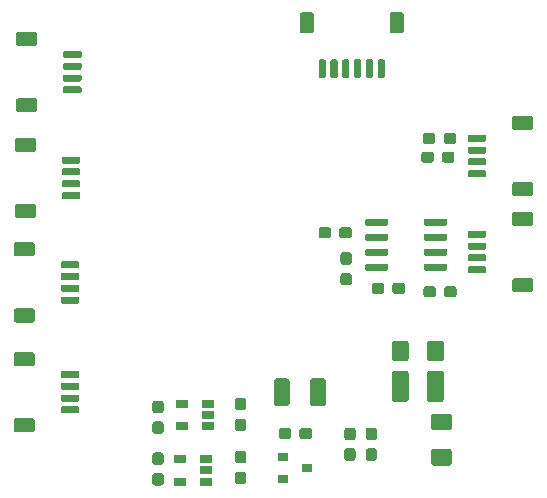
<source format=gtp>
G04 #@! TF.GenerationSoftware,KiCad,Pcbnew,(5.1.5-0)*
G04 #@! TF.CreationDate,2022-04-01T13:26:54-06:00*
G04 #@! TF.ProjectId,power-two-wire,706f7765-722d-4747-976f-2d776972652e,rev?*
G04 #@! TF.SameCoordinates,Original*
G04 #@! TF.FileFunction,Paste,Top*
G04 #@! TF.FilePolarity,Positive*
%FSLAX46Y46*%
G04 Gerber Fmt 4.6, Leading zero omitted, Abs format (unit mm)*
G04 Created by KiCad (PCBNEW (5.1.5-0)) date 2022-04-01 13:26:54*
%MOMM*%
%LPD*%
G04 APERTURE LIST*
%ADD10C,0.100000*%
%ADD11R,1.060000X0.650000*%
%ADD12R,0.900000X0.800000*%
G04 APERTURE END LIST*
D10*
G36*
X132299505Y-83351204D02*
G01*
X132323773Y-83354804D01*
X132347572Y-83360765D01*
X132370671Y-83369030D01*
X132392850Y-83379520D01*
X132413893Y-83392132D01*
X132433599Y-83406747D01*
X132451777Y-83423223D01*
X132468253Y-83441401D01*
X132482868Y-83461107D01*
X132495480Y-83482150D01*
X132505970Y-83504329D01*
X132514235Y-83527428D01*
X132520196Y-83551227D01*
X132523796Y-83575495D01*
X132525000Y-83599999D01*
X132525000Y-84300001D01*
X132523796Y-84324505D01*
X132520196Y-84348773D01*
X132514235Y-84372572D01*
X132505970Y-84395671D01*
X132495480Y-84417850D01*
X132482868Y-84438893D01*
X132468253Y-84458599D01*
X132451777Y-84476777D01*
X132433599Y-84493253D01*
X132413893Y-84507868D01*
X132392850Y-84520480D01*
X132370671Y-84530970D01*
X132347572Y-84539235D01*
X132323773Y-84545196D01*
X132299505Y-84548796D01*
X132275001Y-84550000D01*
X130974999Y-84550000D01*
X130950495Y-84548796D01*
X130926227Y-84545196D01*
X130902428Y-84539235D01*
X130879329Y-84530970D01*
X130857150Y-84520480D01*
X130836107Y-84507868D01*
X130816401Y-84493253D01*
X130798223Y-84476777D01*
X130781747Y-84458599D01*
X130767132Y-84438893D01*
X130754520Y-84417850D01*
X130744030Y-84395671D01*
X130735765Y-84372572D01*
X130729804Y-84348773D01*
X130726204Y-84324505D01*
X130725000Y-84300001D01*
X130725000Y-83599999D01*
X130726204Y-83575495D01*
X130729804Y-83551227D01*
X130735765Y-83527428D01*
X130744030Y-83504329D01*
X130754520Y-83482150D01*
X130767132Y-83461107D01*
X130781747Y-83441401D01*
X130798223Y-83423223D01*
X130816401Y-83406747D01*
X130836107Y-83392132D01*
X130857150Y-83379520D01*
X130879329Y-83369030D01*
X130902428Y-83360765D01*
X130926227Y-83354804D01*
X130950495Y-83351204D01*
X130974999Y-83350000D01*
X132275001Y-83350000D01*
X132299505Y-83351204D01*
G37*
G36*
X132299505Y-77751204D02*
G01*
X132323773Y-77754804D01*
X132347572Y-77760765D01*
X132370671Y-77769030D01*
X132392850Y-77779520D01*
X132413893Y-77792132D01*
X132433599Y-77806747D01*
X132451777Y-77823223D01*
X132468253Y-77841401D01*
X132482868Y-77861107D01*
X132495480Y-77882150D01*
X132505970Y-77904329D01*
X132514235Y-77927428D01*
X132520196Y-77951227D01*
X132523796Y-77975495D01*
X132525000Y-77999999D01*
X132525000Y-78700001D01*
X132523796Y-78724505D01*
X132520196Y-78748773D01*
X132514235Y-78772572D01*
X132505970Y-78795671D01*
X132495480Y-78817850D01*
X132482868Y-78838893D01*
X132468253Y-78858599D01*
X132451777Y-78876777D01*
X132433599Y-78893253D01*
X132413893Y-78907868D01*
X132392850Y-78920480D01*
X132370671Y-78930970D01*
X132347572Y-78939235D01*
X132323773Y-78945196D01*
X132299505Y-78948796D01*
X132275001Y-78950000D01*
X130974999Y-78950000D01*
X130950495Y-78948796D01*
X130926227Y-78945196D01*
X130902428Y-78939235D01*
X130879329Y-78930970D01*
X130857150Y-78920480D01*
X130836107Y-78907868D01*
X130816401Y-78893253D01*
X130798223Y-78876777D01*
X130781747Y-78858599D01*
X130767132Y-78838893D01*
X130754520Y-78817850D01*
X130744030Y-78795671D01*
X130735765Y-78772572D01*
X130729804Y-78748773D01*
X130726204Y-78724505D01*
X130725000Y-78700001D01*
X130725000Y-77999999D01*
X130726204Y-77975495D01*
X130729804Y-77951227D01*
X130735765Y-77927428D01*
X130744030Y-77904329D01*
X130754520Y-77882150D01*
X130767132Y-77861107D01*
X130781747Y-77841401D01*
X130798223Y-77823223D01*
X130816401Y-77806747D01*
X130836107Y-77792132D01*
X130857150Y-77779520D01*
X130879329Y-77769030D01*
X130902428Y-77760765D01*
X130926227Y-77754804D01*
X130950495Y-77751204D01*
X130974999Y-77750000D01*
X132275001Y-77750000D01*
X132299505Y-77751204D01*
G37*
G36*
X136139703Y-82350722D02*
G01*
X136154264Y-82352882D01*
X136168543Y-82356459D01*
X136182403Y-82361418D01*
X136195710Y-82367712D01*
X136208336Y-82375280D01*
X136220159Y-82384048D01*
X136231066Y-82393934D01*
X136240952Y-82404841D01*
X136249720Y-82416664D01*
X136257288Y-82429290D01*
X136263582Y-82442597D01*
X136268541Y-82456457D01*
X136272118Y-82470736D01*
X136274278Y-82485297D01*
X136275000Y-82500000D01*
X136275000Y-82800000D01*
X136274278Y-82814703D01*
X136272118Y-82829264D01*
X136268541Y-82843543D01*
X136263582Y-82857403D01*
X136257288Y-82870710D01*
X136249720Y-82883336D01*
X136240952Y-82895159D01*
X136231066Y-82906066D01*
X136220159Y-82915952D01*
X136208336Y-82924720D01*
X136195710Y-82932288D01*
X136182403Y-82938582D01*
X136168543Y-82943541D01*
X136154264Y-82947118D01*
X136139703Y-82949278D01*
X136125000Y-82950000D01*
X134875000Y-82950000D01*
X134860297Y-82949278D01*
X134845736Y-82947118D01*
X134831457Y-82943541D01*
X134817597Y-82938582D01*
X134804290Y-82932288D01*
X134791664Y-82924720D01*
X134779841Y-82915952D01*
X134768934Y-82906066D01*
X134759048Y-82895159D01*
X134750280Y-82883336D01*
X134742712Y-82870710D01*
X134736418Y-82857403D01*
X134731459Y-82843543D01*
X134727882Y-82829264D01*
X134725722Y-82814703D01*
X134725000Y-82800000D01*
X134725000Y-82500000D01*
X134725722Y-82485297D01*
X134727882Y-82470736D01*
X134731459Y-82456457D01*
X134736418Y-82442597D01*
X134742712Y-82429290D01*
X134750280Y-82416664D01*
X134759048Y-82404841D01*
X134768934Y-82393934D01*
X134779841Y-82384048D01*
X134791664Y-82375280D01*
X134804290Y-82367712D01*
X134817597Y-82361418D01*
X134831457Y-82356459D01*
X134845736Y-82352882D01*
X134860297Y-82350722D01*
X134875000Y-82350000D01*
X136125000Y-82350000D01*
X136139703Y-82350722D01*
G37*
G36*
X136139703Y-81350722D02*
G01*
X136154264Y-81352882D01*
X136168543Y-81356459D01*
X136182403Y-81361418D01*
X136195710Y-81367712D01*
X136208336Y-81375280D01*
X136220159Y-81384048D01*
X136231066Y-81393934D01*
X136240952Y-81404841D01*
X136249720Y-81416664D01*
X136257288Y-81429290D01*
X136263582Y-81442597D01*
X136268541Y-81456457D01*
X136272118Y-81470736D01*
X136274278Y-81485297D01*
X136275000Y-81500000D01*
X136275000Y-81800000D01*
X136274278Y-81814703D01*
X136272118Y-81829264D01*
X136268541Y-81843543D01*
X136263582Y-81857403D01*
X136257288Y-81870710D01*
X136249720Y-81883336D01*
X136240952Y-81895159D01*
X136231066Y-81906066D01*
X136220159Y-81915952D01*
X136208336Y-81924720D01*
X136195710Y-81932288D01*
X136182403Y-81938582D01*
X136168543Y-81943541D01*
X136154264Y-81947118D01*
X136139703Y-81949278D01*
X136125000Y-81950000D01*
X134875000Y-81950000D01*
X134860297Y-81949278D01*
X134845736Y-81947118D01*
X134831457Y-81943541D01*
X134817597Y-81938582D01*
X134804290Y-81932288D01*
X134791664Y-81924720D01*
X134779841Y-81915952D01*
X134768934Y-81906066D01*
X134759048Y-81895159D01*
X134750280Y-81883336D01*
X134742712Y-81870710D01*
X134736418Y-81857403D01*
X134731459Y-81843543D01*
X134727882Y-81829264D01*
X134725722Y-81814703D01*
X134725000Y-81800000D01*
X134725000Y-81500000D01*
X134725722Y-81485297D01*
X134727882Y-81470736D01*
X134731459Y-81456457D01*
X134736418Y-81442597D01*
X134742712Y-81429290D01*
X134750280Y-81416664D01*
X134759048Y-81404841D01*
X134768934Y-81393934D01*
X134779841Y-81384048D01*
X134791664Y-81375280D01*
X134804290Y-81367712D01*
X134817597Y-81361418D01*
X134831457Y-81356459D01*
X134845736Y-81352882D01*
X134860297Y-81350722D01*
X134875000Y-81350000D01*
X136125000Y-81350000D01*
X136139703Y-81350722D01*
G37*
G36*
X136139703Y-80350722D02*
G01*
X136154264Y-80352882D01*
X136168543Y-80356459D01*
X136182403Y-80361418D01*
X136195710Y-80367712D01*
X136208336Y-80375280D01*
X136220159Y-80384048D01*
X136231066Y-80393934D01*
X136240952Y-80404841D01*
X136249720Y-80416664D01*
X136257288Y-80429290D01*
X136263582Y-80442597D01*
X136268541Y-80456457D01*
X136272118Y-80470736D01*
X136274278Y-80485297D01*
X136275000Y-80500000D01*
X136275000Y-80800000D01*
X136274278Y-80814703D01*
X136272118Y-80829264D01*
X136268541Y-80843543D01*
X136263582Y-80857403D01*
X136257288Y-80870710D01*
X136249720Y-80883336D01*
X136240952Y-80895159D01*
X136231066Y-80906066D01*
X136220159Y-80915952D01*
X136208336Y-80924720D01*
X136195710Y-80932288D01*
X136182403Y-80938582D01*
X136168543Y-80943541D01*
X136154264Y-80947118D01*
X136139703Y-80949278D01*
X136125000Y-80950000D01*
X134875000Y-80950000D01*
X134860297Y-80949278D01*
X134845736Y-80947118D01*
X134831457Y-80943541D01*
X134817597Y-80938582D01*
X134804290Y-80932288D01*
X134791664Y-80924720D01*
X134779841Y-80915952D01*
X134768934Y-80906066D01*
X134759048Y-80895159D01*
X134750280Y-80883336D01*
X134742712Y-80870710D01*
X134736418Y-80857403D01*
X134731459Y-80843543D01*
X134727882Y-80829264D01*
X134725722Y-80814703D01*
X134725000Y-80800000D01*
X134725000Y-80500000D01*
X134725722Y-80485297D01*
X134727882Y-80470736D01*
X134731459Y-80456457D01*
X134736418Y-80442597D01*
X134742712Y-80429290D01*
X134750280Y-80416664D01*
X134759048Y-80404841D01*
X134768934Y-80393934D01*
X134779841Y-80384048D01*
X134791664Y-80375280D01*
X134804290Y-80367712D01*
X134817597Y-80361418D01*
X134831457Y-80356459D01*
X134845736Y-80352882D01*
X134860297Y-80350722D01*
X134875000Y-80350000D01*
X136125000Y-80350000D01*
X136139703Y-80350722D01*
G37*
G36*
X136139703Y-79350722D02*
G01*
X136154264Y-79352882D01*
X136168543Y-79356459D01*
X136182403Y-79361418D01*
X136195710Y-79367712D01*
X136208336Y-79375280D01*
X136220159Y-79384048D01*
X136231066Y-79393934D01*
X136240952Y-79404841D01*
X136249720Y-79416664D01*
X136257288Y-79429290D01*
X136263582Y-79442597D01*
X136268541Y-79456457D01*
X136272118Y-79470736D01*
X136274278Y-79485297D01*
X136275000Y-79500000D01*
X136275000Y-79800000D01*
X136274278Y-79814703D01*
X136272118Y-79829264D01*
X136268541Y-79843543D01*
X136263582Y-79857403D01*
X136257288Y-79870710D01*
X136249720Y-79883336D01*
X136240952Y-79895159D01*
X136231066Y-79906066D01*
X136220159Y-79915952D01*
X136208336Y-79924720D01*
X136195710Y-79932288D01*
X136182403Y-79938582D01*
X136168543Y-79943541D01*
X136154264Y-79947118D01*
X136139703Y-79949278D01*
X136125000Y-79950000D01*
X134875000Y-79950000D01*
X134860297Y-79949278D01*
X134845736Y-79947118D01*
X134831457Y-79943541D01*
X134817597Y-79938582D01*
X134804290Y-79932288D01*
X134791664Y-79924720D01*
X134779841Y-79915952D01*
X134768934Y-79906066D01*
X134759048Y-79895159D01*
X134750280Y-79883336D01*
X134742712Y-79870710D01*
X134736418Y-79857403D01*
X134731459Y-79843543D01*
X134727882Y-79829264D01*
X134725722Y-79814703D01*
X134725000Y-79800000D01*
X134725000Y-79500000D01*
X134725722Y-79485297D01*
X134727882Y-79470736D01*
X134731459Y-79456457D01*
X134736418Y-79442597D01*
X134742712Y-79429290D01*
X134750280Y-79416664D01*
X134759048Y-79404841D01*
X134768934Y-79393934D01*
X134779841Y-79384048D01*
X134791664Y-79375280D01*
X134804290Y-79367712D01*
X134817597Y-79361418D01*
X134831457Y-79356459D01*
X134845736Y-79352882D01*
X134860297Y-79350722D01*
X134875000Y-79350000D01*
X136125000Y-79350000D01*
X136139703Y-79350722D01*
G37*
G36*
X132199505Y-92301204D02*
G01*
X132223773Y-92304804D01*
X132247572Y-92310765D01*
X132270671Y-92319030D01*
X132292850Y-92329520D01*
X132313893Y-92342132D01*
X132333599Y-92356747D01*
X132351777Y-92373223D01*
X132368253Y-92391401D01*
X132382868Y-92411107D01*
X132395480Y-92432150D01*
X132405970Y-92454329D01*
X132414235Y-92477428D01*
X132420196Y-92501227D01*
X132423796Y-92525495D01*
X132425000Y-92549999D01*
X132425000Y-93250001D01*
X132423796Y-93274505D01*
X132420196Y-93298773D01*
X132414235Y-93322572D01*
X132405970Y-93345671D01*
X132395480Y-93367850D01*
X132382868Y-93388893D01*
X132368253Y-93408599D01*
X132351777Y-93426777D01*
X132333599Y-93443253D01*
X132313893Y-93457868D01*
X132292850Y-93470480D01*
X132270671Y-93480970D01*
X132247572Y-93489235D01*
X132223773Y-93495196D01*
X132199505Y-93498796D01*
X132175001Y-93500000D01*
X130874999Y-93500000D01*
X130850495Y-93498796D01*
X130826227Y-93495196D01*
X130802428Y-93489235D01*
X130779329Y-93480970D01*
X130757150Y-93470480D01*
X130736107Y-93457868D01*
X130716401Y-93443253D01*
X130698223Y-93426777D01*
X130681747Y-93408599D01*
X130667132Y-93388893D01*
X130654520Y-93367850D01*
X130644030Y-93345671D01*
X130635765Y-93322572D01*
X130629804Y-93298773D01*
X130626204Y-93274505D01*
X130625000Y-93250001D01*
X130625000Y-92549999D01*
X130626204Y-92525495D01*
X130629804Y-92501227D01*
X130635765Y-92477428D01*
X130644030Y-92454329D01*
X130654520Y-92432150D01*
X130667132Y-92411107D01*
X130681747Y-92391401D01*
X130698223Y-92373223D01*
X130716401Y-92356747D01*
X130736107Y-92342132D01*
X130757150Y-92329520D01*
X130779329Y-92319030D01*
X130802428Y-92310765D01*
X130826227Y-92304804D01*
X130850495Y-92301204D01*
X130874999Y-92300000D01*
X132175001Y-92300000D01*
X132199505Y-92301204D01*
G37*
G36*
X132199505Y-86701204D02*
G01*
X132223773Y-86704804D01*
X132247572Y-86710765D01*
X132270671Y-86719030D01*
X132292850Y-86729520D01*
X132313893Y-86742132D01*
X132333599Y-86756747D01*
X132351777Y-86773223D01*
X132368253Y-86791401D01*
X132382868Y-86811107D01*
X132395480Y-86832150D01*
X132405970Y-86854329D01*
X132414235Y-86877428D01*
X132420196Y-86901227D01*
X132423796Y-86925495D01*
X132425000Y-86949999D01*
X132425000Y-87650001D01*
X132423796Y-87674505D01*
X132420196Y-87698773D01*
X132414235Y-87722572D01*
X132405970Y-87745671D01*
X132395480Y-87767850D01*
X132382868Y-87788893D01*
X132368253Y-87808599D01*
X132351777Y-87826777D01*
X132333599Y-87843253D01*
X132313893Y-87857868D01*
X132292850Y-87870480D01*
X132270671Y-87880970D01*
X132247572Y-87889235D01*
X132223773Y-87895196D01*
X132199505Y-87898796D01*
X132175001Y-87900000D01*
X130874999Y-87900000D01*
X130850495Y-87898796D01*
X130826227Y-87895196D01*
X130802428Y-87889235D01*
X130779329Y-87880970D01*
X130757150Y-87870480D01*
X130736107Y-87857868D01*
X130716401Y-87843253D01*
X130698223Y-87826777D01*
X130681747Y-87808599D01*
X130667132Y-87788893D01*
X130654520Y-87767850D01*
X130644030Y-87745671D01*
X130635765Y-87722572D01*
X130629804Y-87698773D01*
X130626204Y-87674505D01*
X130625000Y-87650001D01*
X130625000Y-86949999D01*
X130626204Y-86925495D01*
X130629804Y-86901227D01*
X130635765Y-86877428D01*
X130644030Y-86854329D01*
X130654520Y-86832150D01*
X130667132Y-86811107D01*
X130681747Y-86791401D01*
X130698223Y-86773223D01*
X130716401Y-86756747D01*
X130736107Y-86742132D01*
X130757150Y-86729520D01*
X130779329Y-86719030D01*
X130802428Y-86710765D01*
X130826227Y-86704804D01*
X130850495Y-86701204D01*
X130874999Y-86700000D01*
X132175001Y-86700000D01*
X132199505Y-86701204D01*
G37*
G36*
X136039703Y-91300722D02*
G01*
X136054264Y-91302882D01*
X136068543Y-91306459D01*
X136082403Y-91311418D01*
X136095710Y-91317712D01*
X136108336Y-91325280D01*
X136120159Y-91334048D01*
X136131066Y-91343934D01*
X136140952Y-91354841D01*
X136149720Y-91366664D01*
X136157288Y-91379290D01*
X136163582Y-91392597D01*
X136168541Y-91406457D01*
X136172118Y-91420736D01*
X136174278Y-91435297D01*
X136175000Y-91450000D01*
X136175000Y-91750000D01*
X136174278Y-91764703D01*
X136172118Y-91779264D01*
X136168541Y-91793543D01*
X136163582Y-91807403D01*
X136157288Y-91820710D01*
X136149720Y-91833336D01*
X136140952Y-91845159D01*
X136131066Y-91856066D01*
X136120159Y-91865952D01*
X136108336Y-91874720D01*
X136095710Y-91882288D01*
X136082403Y-91888582D01*
X136068543Y-91893541D01*
X136054264Y-91897118D01*
X136039703Y-91899278D01*
X136025000Y-91900000D01*
X134775000Y-91900000D01*
X134760297Y-91899278D01*
X134745736Y-91897118D01*
X134731457Y-91893541D01*
X134717597Y-91888582D01*
X134704290Y-91882288D01*
X134691664Y-91874720D01*
X134679841Y-91865952D01*
X134668934Y-91856066D01*
X134659048Y-91845159D01*
X134650280Y-91833336D01*
X134642712Y-91820710D01*
X134636418Y-91807403D01*
X134631459Y-91793543D01*
X134627882Y-91779264D01*
X134625722Y-91764703D01*
X134625000Y-91750000D01*
X134625000Y-91450000D01*
X134625722Y-91435297D01*
X134627882Y-91420736D01*
X134631459Y-91406457D01*
X134636418Y-91392597D01*
X134642712Y-91379290D01*
X134650280Y-91366664D01*
X134659048Y-91354841D01*
X134668934Y-91343934D01*
X134679841Y-91334048D01*
X134691664Y-91325280D01*
X134704290Y-91317712D01*
X134717597Y-91311418D01*
X134731457Y-91306459D01*
X134745736Y-91302882D01*
X134760297Y-91300722D01*
X134775000Y-91300000D01*
X136025000Y-91300000D01*
X136039703Y-91300722D01*
G37*
G36*
X136039703Y-90300722D02*
G01*
X136054264Y-90302882D01*
X136068543Y-90306459D01*
X136082403Y-90311418D01*
X136095710Y-90317712D01*
X136108336Y-90325280D01*
X136120159Y-90334048D01*
X136131066Y-90343934D01*
X136140952Y-90354841D01*
X136149720Y-90366664D01*
X136157288Y-90379290D01*
X136163582Y-90392597D01*
X136168541Y-90406457D01*
X136172118Y-90420736D01*
X136174278Y-90435297D01*
X136175000Y-90450000D01*
X136175000Y-90750000D01*
X136174278Y-90764703D01*
X136172118Y-90779264D01*
X136168541Y-90793543D01*
X136163582Y-90807403D01*
X136157288Y-90820710D01*
X136149720Y-90833336D01*
X136140952Y-90845159D01*
X136131066Y-90856066D01*
X136120159Y-90865952D01*
X136108336Y-90874720D01*
X136095710Y-90882288D01*
X136082403Y-90888582D01*
X136068543Y-90893541D01*
X136054264Y-90897118D01*
X136039703Y-90899278D01*
X136025000Y-90900000D01*
X134775000Y-90900000D01*
X134760297Y-90899278D01*
X134745736Y-90897118D01*
X134731457Y-90893541D01*
X134717597Y-90888582D01*
X134704290Y-90882288D01*
X134691664Y-90874720D01*
X134679841Y-90865952D01*
X134668934Y-90856066D01*
X134659048Y-90845159D01*
X134650280Y-90833336D01*
X134642712Y-90820710D01*
X134636418Y-90807403D01*
X134631459Y-90793543D01*
X134627882Y-90779264D01*
X134625722Y-90764703D01*
X134625000Y-90750000D01*
X134625000Y-90450000D01*
X134625722Y-90435297D01*
X134627882Y-90420736D01*
X134631459Y-90406457D01*
X134636418Y-90392597D01*
X134642712Y-90379290D01*
X134650280Y-90366664D01*
X134659048Y-90354841D01*
X134668934Y-90343934D01*
X134679841Y-90334048D01*
X134691664Y-90325280D01*
X134704290Y-90317712D01*
X134717597Y-90311418D01*
X134731457Y-90306459D01*
X134745736Y-90302882D01*
X134760297Y-90300722D01*
X134775000Y-90300000D01*
X136025000Y-90300000D01*
X136039703Y-90300722D01*
G37*
G36*
X136039703Y-89300722D02*
G01*
X136054264Y-89302882D01*
X136068543Y-89306459D01*
X136082403Y-89311418D01*
X136095710Y-89317712D01*
X136108336Y-89325280D01*
X136120159Y-89334048D01*
X136131066Y-89343934D01*
X136140952Y-89354841D01*
X136149720Y-89366664D01*
X136157288Y-89379290D01*
X136163582Y-89392597D01*
X136168541Y-89406457D01*
X136172118Y-89420736D01*
X136174278Y-89435297D01*
X136175000Y-89450000D01*
X136175000Y-89750000D01*
X136174278Y-89764703D01*
X136172118Y-89779264D01*
X136168541Y-89793543D01*
X136163582Y-89807403D01*
X136157288Y-89820710D01*
X136149720Y-89833336D01*
X136140952Y-89845159D01*
X136131066Y-89856066D01*
X136120159Y-89865952D01*
X136108336Y-89874720D01*
X136095710Y-89882288D01*
X136082403Y-89888582D01*
X136068543Y-89893541D01*
X136054264Y-89897118D01*
X136039703Y-89899278D01*
X136025000Y-89900000D01*
X134775000Y-89900000D01*
X134760297Y-89899278D01*
X134745736Y-89897118D01*
X134731457Y-89893541D01*
X134717597Y-89888582D01*
X134704290Y-89882288D01*
X134691664Y-89874720D01*
X134679841Y-89865952D01*
X134668934Y-89856066D01*
X134659048Y-89845159D01*
X134650280Y-89833336D01*
X134642712Y-89820710D01*
X134636418Y-89807403D01*
X134631459Y-89793543D01*
X134627882Y-89779264D01*
X134625722Y-89764703D01*
X134625000Y-89750000D01*
X134625000Y-89450000D01*
X134625722Y-89435297D01*
X134627882Y-89420736D01*
X134631459Y-89406457D01*
X134636418Y-89392597D01*
X134642712Y-89379290D01*
X134650280Y-89366664D01*
X134659048Y-89354841D01*
X134668934Y-89343934D01*
X134679841Y-89334048D01*
X134691664Y-89325280D01*
X134704290Y-89317712D01*
X134717597Y-89311418D01*
X134731457Y-89306459D01*
X134745736Y-89302882D01*
X134760297Y-89300722D01*
X134775000Y-89300000D01*
X136025000Y-89300000D01*
X136039703Y-89300722D01*
G37*
G36*
X136039703Y-88300722D02*
G01*
X136054264Y-88302882D01*
X136068543Y-88306459D01*
X136082403Y-88311418D01*
X136095710Y-88317712D01*
X136108336Y-88325280D01*
X136120159Y-88334048D01*
X136131066Y-88343934D01*
X136140952Y-88354841D01*
X136149720Y-88366664D01*
X136157288Y-88379290D01*
X136163582Y-88392597D01*
X136168541Y-88406457D01*
X136172118Y-88420736D01*
X136174278Y-88435297D01*
X136175000Y-88450000D01*
X136175000Y-88750000D01*
X136174278Y-88764703D01*
X136172118Y-88779264D01*
X136168541Y-88793543D01*
X136163582Y-88807403D01*
X136157288Y-88820710D01*
X136149720Y-88833336D01*
X136140952Y-88845159D01*
X136131066Y-88856066D01*
X136120159Y-88865952D01*
X136108336Y-88874720D01*
X136095710Y-88882288D01*
X136082403Y-88888582D01*
X136068543Y-88893541D01*
X136054264Y-88897118D01*
X136039703Y-88899278D01*
X136025000Y-88900000D01*
X134775000Y-88900000D01*
X134760297Y-88899278D01*
X134745736Y-88897118D01*
X134731457Y-88893541D01*
X134717597Y-88888582D01*
X134704290Y-88882288D01*
X134691664Y-88874720D01*
X134679841Y-88865952D01*
X134668934Y-88856066D01*
X134659048Y-88845159D01*
X134650280Y-88833336D01*
X134642712Y-88820710D01*
X134636418Y-88807403D01*
X134631459Y-88793543D01*
X134627882Y-88779264D01*
X134625722Y-88764703D01*
X134625000Y-88750000D01*
X134625000Y-88450000D01*
X134625722Y-88435297D01*
X134627882Y-88420736D01*
X134631459Y-88406457D01*
X134636418Y-88392597D01*
X134642712Y-88379290D01*
X134650280Y-88366664D01*
X134659048Y-88354841D01*
X134668934Y-88343934D01*
X134679841Y-88334048D01*
X134691664Y-88325280D01*
X134704290Y-88317712D01*
X134717597Y-88311418D01*
X134731457Y-88306459D01*
X134745736Y-88302882D01*
X134760297Y-88300722D01*
X134775000Y-88300000D01*
X136025000Y-88300000D01*
X136039703Y-88300722D01*
G37*
G36*
X132099505Y-101151204D02*
G01*
X132123773Y-101154804D01*
X132147572Y-101160765D01*
X132170671Y-101169030D01*
X132192850Y-101179520D01*
X132213893Y-101192132D01*
X132233599Y-101206747D01*
X132251777Y-101223223D01*
X132268253Y-101241401D01*
X132282868Y-101261107D01*
X132295480Y-101282150D01*
X132305970Y-101304329D01*
X132314235Y-101327428D01*
X132320196Y-101351227D01*
X132323796Y-101375495D01*
X132325000Y-101399999D01*
X132325000Y-102100001D01*
X132323796Y-102124505D01*
X132320196Y-102148773D01*
X132314235Y-102172572D01*
X132305970Y-102195671D01*
X132295480Y-102217850D01*
X132282868Y-102238893D01*
X132268253Y-102258599D01*
X132251777Y-102276777D01*
X132233599Y-102293253D01*
X132213893Y-102307868D01*
X132192850Y-102320480D01*
X132170671Y-102330970D01*
X132147572Y-102339235D01*
X132123773Y-102345196D01*
X132099505Y-102348796D01*
X132075001Y-102350000D01*
X130774999Y-102350000D01*
X130750495Y-102348796D01*
X130726227Y-102345196D01*
X130702428Y-102339235D01*
X130679329Y-102330970D01*
X130657150Y-102320480D01*
X130636107Y-102307868D01*
X130616401Y-102293253D01*
X130598223Y-102276777D01*
X130581747Y-102258599D01*
X130567132Y-102238893D01*
X130554520Y-102217850D01*
X130544030Y-102195671D01*
X130535765Y-102172572D01*
X130529804Y-102148773D01*
X130526204Y-102124505D01*
X130525000Y-102100001D01*
X130525000Y-101399999D01*
X130526204Y-101375495D01*
X130529804Y-101351227D01*
X130535765Y-101327428D01*
X130544030Y-101304329D01*
X130554520Y-101282150D01*
X130567132Y-101261107D01*
X130581747Y-101241401D01*
X130598223Y-101223223D01*
X130616401Y-101206747D01*
X130636107Y-101192132D01*
X130657150Y-101179520D01*
X130679329Y-101169030D01*
X130702428Y-101160765D01*
X130726227Y-101154804D01*
X130750495Y-101151204D01*
X130774999Y-101150000D01*
X132075001Y-101150000D01*
X132099505Y-101151204D01*
G37*
G36*
X132099505Y-95551204D02*
G01*
X132123773Y-95554804D01*
X132147572Y-95560765D01*
X132170671Y-95569030D01*
X132192850Y-95579520D01*
X132213893Y-95592132D01*
X132233599Y-95606747D01*
X132251777Y-95623223D01*
X132268253Y-95641401D01*
X132282868Y-95661107D01*
X132295480Y-95682150D01*
X132305970Y-95704329D01*
X132314235Y-95727428D01*
X132320196Y-95751227D01*
X132323796Y-95775495D01*
X132325000Y-95799999D01*
X132325000Y-96500001D01*
X132323796Y-96524505D01*
X132320196Y-96548773D01*
X132314235Y-96572572D01*
X132305970Y-96595671D01*
X132295480Y-96617850D01*
X132282868Y-96638893D01*
X132268253Y-96658599D01*
X132251777Y-96676777D01*
X132233599Y-96693253D01*
X132213893Y-96707868D01*
X132192850Y-96720480D01*
X132170671Y-96730970D01*
X132147572Y-96739235D01*
X132123773Y-96745196D01*
X132099505Y-96748796D01*
X132075001Y-96750000D01*
X130774999Y-96750000D01*
X130750495Y-96748796D01*
X130726227Y-96745196D01*
X130702428Y-96739235D01*
X130679329Y-96730970D01*
X130657150Y-96720480D01*
X130636107Y-96707868D01*
X130616401Y-96693253D01*
X130598223Y-96676777D01*
X130581747Y-96658599D01*
X130567132Y-96638893D01*
X130554520Y-96617850D01*
X130544030Y-96595671D01*
X130535765Y-96572572D01*
X130529804Y-96548773D01*
X130526204Y-96524505D01*
X130525000Y-96500001D01*
X130525000Y-95799999D01*
X130526204Y-95775495D01*
X130529804Y-95751227D01*
X130535765Y-95727428D01*
X130544030Y-95704329D01*
X130554520Y-95682150D01*
X130567132Y-95661107D01*
X130581747Y-95641401D01*
X130598223Y-95623223D01*
X130616401Y-95606747D01*
X130636107Y-95592132D01*
X130657150Y-95579520D01*
X130679329Y-95569030D01*
X130702428Y-95560765D01*
X130726227Y-95554804D01*
X130750495Y-95551204D01*
X130774999Y-95550000D01*
X132075001Y-95550000D01*
X132099505Y-95551204D01*
G37*
G36*
X135939703Y-100150722D02*
G01*
X135954264Y-100152882D01*
X135968543Y-100156459D01*
X135982403Y-100161418D01*
X135995710Y-100167712D01*
X136008336Y-100175280D01*
X136020159Y-100184048D01*
X136031066Y-100193934D01*
X136040952Y-100204841D01*
X136049720Y-100216664D01*
X136057288Y-100229290D01*
X136063582Y-100242597D01*
X136068541Y-100256457D01*
X136072118Y-100270736D01*
X136074278Y-100285297D01*
X136075000Y-100300000D01*
X136075000Y-100600000D01*
X136074278Y-100614703D01*
X136072118Y-100629264D01*
X136068541Y-100643543D01*
X136063582Y-100657403D01*
X136057288Y-100670710D01*
X136049720Y-100683336D01*
X136040952Y-100695159D01*
X136031066Y-100706066D01*
X136020159Y-100715952D01*
X136008336Y-100724720D01*
X135995710Y-100732288D01*
X135982403Y-100738582D01*
X135968543Y-100743541D01*
X135954264Y-100747118D01*
X135939703Y-100749278D01*
X135925000Y-100750000D01*
X134675000Y-100750000D01*
X134660297Y-100749278D01*
X134645736Y-100747118D01*
X134631457Y-100743541D01*
X134617597Y-100738582D01*
X134604290Y-100732288D01*
X134591664Y-100724720D01*
X134579841Y-100715952D01*
X134568934Y-100706066D01*
X134559048Y-100695159D01*
X134550280Y-100683336D01*
X134542712Y-100670710D01*
X134536418Y-100657403D01*
X134531459Y-100643543D01*
X134527882Y-100629264D01*
X134525722Y-100614703D01*
X134525000Y-100600000D01*
X134525000Y-100300000D01*
X134525722Y-100285297D01*
X134527882Y-100270736D01*
X134531459Y-100256457D01*
X134536418Y-100242597D01*
X134542712Y-100229290D01*
X134550280Y-100216664D01*
X134559048Y-100204841D01*
X134568934Y-100193934D01*
X134579841Y-100184048D01*
X134591664Y-100175280D01*
X134604290Y-100167712D01*
X134617597Y-100161418D01*
X134631457Y-100156459D01*
X134645736Y-100152882D01*
X134660297Y-100150722D01*
X134675000Y-100150000D01*
X135925000Y-100150000D01*
X135939703Y-100150722D01*
G37*
G36*
X135939703Y-99150722D02*
G01*
X135954264Y-99152882D01*
X135968543Y-99156459D01*
X135982403Y-99161418D01*
X135995710Y-99167712D01*
X136008336Y-99175280D01*
X136020159Y-99184048D01*
X136031066Y-99193934D01*
X136040952Y-99204841D01*
X136049720Y-99216664D01*
X136057288Y-99229290D01*
X136063582Y-99242597D01*
X136068541Y-99256457D01*
X136072118Y-99270736D01*
X136074278Y-99285297D01*
X136075000Y-99300000D01*
X136075000Y-99600000D01*
X136074278Y-99614703D01*
X136072118Y-99629264D01*
X136068541Y-99643543D01*
X136063582Y-99657403D01*
X136057288Y-99670710D01*
X136049720Y-99683336D01*
X136040952Y-99695159D01*
X136031066Y-99706066D01*
X136020159Y-99715952D01*
X136008336Y-99724720D01*
X135995710Y-99732288D01*
X135982403Y-99738582D01*
X135968543Y-99743541D01*
X135954264Y-99747118D01*
X135939703Y-99749278D01*
X135925000Y-99750000D01*
X134675000Y-99750000D01*
X134660297Y-99749278D01*
X134645736Y-99747118D01*
X134631457Y-99743541D01*
X134617597Y-99738582D01*
X134604290Y-99732288D01*
X134591664Y-99724720D01*
X134579841Y-99715952D01*
X134568934Y-99706066D01*
X134559048Y-99695159D01*
X134550280Y-99683336D01*
X134542712Y-99670710D01*
X134536418Y-99657403D01*
X134531459Y-99643543D01*
X134527882Y-99629264D01*
X134525722Y-99614703D01*
X134525000Y-99600000D01*
X134525000Y-99300000D01*
X134525722Y-99285297D01*
X134527882Y-99270736D01*
X134531459Y-99256457D01*
X134536418Y-99242597D01*
X134542712Y-99229290D01*
X134550280Y-99216664D01*
X134559048Y-99204841D01*
X134568934Y-99193934D01*
X134579841Y-99184048D01*
X134591664Y-99175280D01*
X134604290Y-99167712D01*
X134617597Y-99161418D01*
X134631457Y-99156459D01*
X134645736Y-99152882D01*
X134660297Y-99150722D01*
X134675000Y-99150000D01*
X135925000Y-99150000D01*
X135939703Y-99150722D01*
G37*
G36*
X135939703Y-98150722D02*
G01*
X135954264Y-98152882D01*
X135968543Y-98156459D01*
X135982403Y-98161418D01*
X135995710Y-98167712D01*
X136008336Y-98175280D01*
X136020159Y-98184048D01*
X136031066Y-98193934D01*
X136040952Y-98204841D01*
X136049720Y-98216664D01*
X136057288Y-98229290D01*
X136063582Y-98242597D01*
X136068541Y-98256457D01*
X136072118Y-98270736D01*
X136074278Y-98285297D01*
X136075000Y-98300000D01*
X136075000Y-98600000D01*
X136074278Y-98614703D01*
X136072118Y-98629264D01*
X136068541Y-98643543D01*
X136063582Y-98657403D01*
X136057288Y-98670710D01*
X136049720Y-98683336D01*
X136040952Y-98695159D01*
X136031066Y-98706066D01*
X136020159Y-98715952D01*
X136008336Y-98724720D01*
X135995710Y-98732288D01*
X135982403Y-98738582D01*
X135968543Y-98743541D01*
X135954264Y-98747118D01*
X135939703Y-98749278D01*
X135925000Y-98750000D01*
X134675000Y-98750000D01*
X134660297Y-98749278D01*
X134645736Y-98747118D01*
X134631457Y-98743541D01*
X134617597Y-98738582D01*
X134604290Y-98732288D01*
X134591664Y-98724720D01*
X134579841Y-98715952D01*
X134568934Y-98706066D01*
X134559048Y-98695159D01*
X134550280Y-98683336D01*
X134542712Y-98670710D01*
X134536418Y-98657403D01*
X134531459Y-98643543D01*
X134527882Y-98629264D01*
X134525722Y-98614703D01*
X134525000Y-98600000D01*
X134525000Y-98300000D01*
X134525722Y-98285297D01*
X134527882Y-98270736D01*
X134531459Y-98256457D01*
X134536418Y-98242597D01*
X134542712Y-98229290D01*
X134550280Y-98216664D01*
X134559048Y-98204841D01*
X134568934Y-98193934D01*
X134579841Y-98184048D01*
X134591664Y-98175280D01*
X134604290Y-98167712D01*
X134617597Y-98161418D01*
X134631457Y-98156459D01*
X134645736Y-98152882D01*
X134660297Y-98150722D01*
X134675000Y-98150000D01*
X135925000Y-98150000D01*
X135939703Y-98150722D01*
G37*
G36*
X135939703Y-97150722D02*
G01*
X135954264Y-97152882D01*
X135968543Y-97156459D01*
X135982403Y-97161418D01*
X135995710Y-97167712D01*
X136008336Y-97175280D01*
X136020159Y-97184048D01*
X136031066Y-97193934D01*
X136040952Y-97204841D01*
X136049720Y-97216664D01*
X136057288Y-97229290D01*
X136063582Y-97242597D01*
X136068541Y-97256457D01*
X136072118Y-97270736D01*
X136074278Y-97285297D01*
X136075000Y-97300000D01*
X136075000Y-97600000D01*
X136074278Y-97614703D01*
X136072118Y-97629264D01*
X136068541Y-97643543D01*
X136063582Y-97657403D01*
X136057288Y-97670710D01*
X136049720Y-97683336D01*
X136040952Y-97695159D01*
X136031066Y-97706066D01*
X136020159Y-97715952D01*
X136008336Y-97724720D01*
X135995710Y-97732288D01*
X135982403Y-97738582D01*
X135968543Y-97743541D01*
X135954264Y-97747118D01*
X135939703Y-97749278D01*
X135925000Y-97750000D01*
X134675000Y-97750000D01*
X134660297Y-97749278D01*
X134645736Y-97747118D01*
X134631457Y-97743541D01*
X134617597Y-97738582D01*
X134604290Y-97732288D01*
X134591664Y-97724720D01*
X134579841Y-97715952D01*
X134568934Y-97706066D01*
X134559048Y-97695159D01*
X134550280Y-97683336D01*
X134542712Y-97670710D01*
X134536418Y-97657403D01*
X134531459Y-97643543D01*
X134527882Y-97629264D01*
X134525722Y-97614703D01*
X134525000Y-97600000D01*
X134525000Y-97300000D01*
X134525722Y-97285297D01*
X134527882Y-97270736D01*
X134531459Y-97256457D01*
X134536418Y-97242597D01*
X134542712Y-97229290D01*
X134550280Y-97216664D01*
X134559048Y-97204841D01*
X134568934Y-97193934D01*
X134579841Y-97184048D01*
X134591664Y-97175280D01*
X134604290Y-97167712D01*
X134617597Y-97161418D01*
X134631457Y-97156459D01*
X134645736Y-97152882D01*
X134660297Y-97150722D01*
X134675000Y-97150000D01*
X135925000Y-97150000D01*
X135939703Y-97150722D01*
G37*
G36*
X132099505Y-110451204D02*
G01*
X132123773Y-110454804D01*
X132147572Y-110460765D01*
X132170671Y-110469030D01*
X132192850Y-110479520D01*
X132213893Y-110492132D01*
X132233599Y-110506747D01*
X132251777Y-110523223D01*
X132268253Y-110541401D01*
X132282868Y-110561107D01*
X132295480Y-110582150D01*
X132305970Y-110604329D01*
X132314235Y-110627428D01*
X132320196Y-110651227D01*
X132323796Y-110675495D01*
X132325000Y-110699999D01*
X132325000Y-111400001D01*
X132323796Y-111424505D01*
X132320196Y-111448773D01*
X132314235Y-111472572D01*
X132305970Y-111495671D01*
X132295480Y-111517850D01*
X132282868Y-111538893D01*
X132268253Y-111558599D01*
X132251777Y-111576777D01*
X132233599Y-111593253D01*
X132213893Y-111607868D01*
X132192850Y-111620480D01*
X132170671Y-111630970D01*
X132147572Y-111639235D01*
X132123773Y-111645196D01*
X132099505Y-111648796D01*
X132075001Y-111650000D01*
X130774999Y-111650000D01*
X130750495Y-111648796D01*
X130726227Y-111645196D01*
X130702428Y-111639235D01*
X130679329Y-111630970D01*
X130657150Y-111620480D01*
X130636107Y-111607868D01*
X130616401Y-111593253D01*
X130598223Y-111576777D01*
X130581747Y-111558599D01*
X130567132Y-111538893D01*
X130554520Y-111517850D01*
X130544030Y-111495671D01*
X130535765Y-111472572D01*
X130529804Y-111448773D01*
X130526204Y-111424505D01*
X130525000Y-111400001D01*
X130525000Y-110699999D01*
X130526204Y-110675495D01*
X130529804Y-110651227D01*
X130535765Y-110627428D01*
X130544030Y-110604329D01*
X130554520Y-110582150D01*
X130567132Y-110561107D01*
X130581747Y-110541401D01*
X130598223Y-110523223D01*
X130616401Y-110506747D01*
X130636107Y-110492132D01*
X130657150Y-110479520D01*
X130679329Y-110469030D01*
X130702428Y-110460765D01*
X130726227Y-110454804D01*
X130750495Y-110451204D01*
X130774999Y-110450000D01*
X132075001Y-110450000D01*
X132099505Y-110451204D01*
G37*
G36*
X132099505Y-104851204D02*
G01*
X132123773Y-104854804D01*
X132147572Y-104860765D01*
X132170671Y-104869030D01*
X132192850Y-104879520D01*
X132213893Y-104892132D01*
X132233599Y-104906747D01*
X132251777Y-104923223D01*
X132268253Y-104941401D01*
X132282868Y-104961107D01*
X132295480Y-104982150D01*
X132305970Y-105004329D01*
X132314235Y-105027428D01*
X132320196Y-105051227D01*
X132323796Y-105075495D01*
X132325000Y-105099999D01*
X132325000Y-105800001D01*
X132323796Y-105824505D01*
X132320196Y-105848773D01*
X132314235Y-105872572D01*
X132305970Y-105895671D01*
X132295480Y-105917850D01*
X132282868Y-105938893D01*
X132268253Y-105958599D01*
X132251777Y-105976777D01*
X132233599Y-105993253D01*
X132213893Y-106007868D01*
X132192850Y-106020480D01*
X132170671Y-106030970D01*
X132147572Y-106039235D01*
X132123773Y-106045196D01*
X132099505Y-106048796D01*
X132075001Y-106050000D01*
X130774999Y-106050000D01*
X130750495Y-106048796D01*
X130726227Y-106045196D01*
X130702428Y-106039235D01*
X130679329Y-106030970D01*
X130657150Y-106020480D01*
X130636107Y-106007868D01*
X130616401Y-105993253D01*
X130598223Y-105976777D01*
X130581747Y-105958599D01*
X130567132Y-105938893D01*
X130554520Y-105917850D01*
X130544030Y-105895671D01*
X130535765Y-105872572D01*
X130529804Y-105848773D01*
X130526204Y-105824505D01*
X130525000Y-105800001D01*
X130525000Y-105099999D01*
X130526204Y-105075495D01*
X130529804Y-105051227D01*
X130535765Y-105027428D01*
X130544030Y-105004329D01*
X130554520Y-104982150D01*
X130567132Y-104961107D01*
X130581747Y-104941401D01*
X130598223Y-104923223D01*
X130616401Y-104906747D01*
X130636107Y-104892132D01*
X130657150Y-104879520D01*
X130679329Y-104869030D01*
X130702428Y-104860765D01*
X130726227Y-104854804D01*
X130750495Y-104851204D01*
X130774999Y-104850000D01*
X132075001Y-104850000D01*
X132099505Y-104851204D01*
G37*
G36*
X135939703Y-109450722D02*
G01*
X135954264Y-109452882D01*
X135968543Y-109456459D01*
X135982403Y-109461418D01*
X135995710Y-109467712D01*
X136008336Y-109475280D01*
X136020159Y-109484048D01*
X136031066Y-109493934D01*
X136040952Y-109504841D01*
X136049720Y-109516664D01*
X136057288Y-109529290D01*
X136063582Y-109542597D01*
X136068541Y-109556457D01*
X136072118Y-109570736D01*
X136074278Y-109585297D01*
X136075000Y-109600000D01*
X136075000Y-109900000D01*
X136074278Y-109914703D01*
X136072118Y-109929264D01*
X136068541Y-109943543D01*
X136063582Y-109957403D01*
X136057288Y-109970710D01*
X136049720Y-109983336D01*
X136040952Y-109995159D01*
X136031066Y-110006066D01*
X136020159Y-110015952D01*
X136008336Y-110024720D01*
X135995710Y-110032288D01*
X135982403Y-110038582D01*
X135968543Y-110043541D01*
X135954264Y-110047118D01*
X135939703Y-110049278D01*
X135925000Y-110050000D01*
X134675000Y-110050000D01*
X134660297Y-110049278D01*
X134645736Y-110047118D01*
X134631457Y-110043541D01*
X134617597Y-110038582D01*
X134604290Y-110032288D01*
X134591664Y-110024720D01*
X134579841Y-110015952D01*
X134568934Y-110006066D01*
X134559048Y-109995159D01*
X134550280Y-109983336D01*
X134542712Y-109970710D01*
X134536418Y-109957403D01*
X134531459Y-109943543D01*
X134527882Y-109929264D01*
X134525722Y-109914703D01*
X134525000Y-109900000D01*
X134525000Y-109600000D01*
X134525722Y-109585297D01*
X134527882Y-109570736D01*
X134531459Y-109556457D01*
X134536418Y-109542597D01*
X134542712Y-109529290D01*
X134550280Y-109516664D01*
X134559048Y-109504841D01*
X134568934Y-109493934D01*
X134579841Y-109484048D01*
X134591664Y-109475280D01*
X134604290Y-109467712D01*
X134617597Y-109461418D01*
X134631457Y-109456459D01*
X134645736Y-109452882D01*
X134660297Y-109450722D01*
X134675000Y-109450000D01*
X135925000Y-109450000D01*
X135939703Y-109450722D01*
G37*
G36*
X135939703Y-108450722D02*
G01*
X135954264Y-108452882D01*
X135968543Y-108456459D01*
X135982403Y-108461418D01*
X135995710Y-108467712D01*
X136008336Y-108475280D01*
X136020159Y-108484048D01*
X136031066Y-108493934D01*
X136040952Y-108504841D01*
X136049720Y-108516664D01*
X136057288Y-108529290D01*
X136063582Y-108542597D01*
X136068541Y-108556457D01*
X136072118Y-108570736D01*
X136074278Y-108585297D01*
X136075000Y-108600000D01*
X136075000Y-108900000D01*
X136074278Y-108914703D01*
X136072118Y-108929264D01*
X136068541Y-108943543D01*
X136063582Y-108957403D01*
X136057288Y-108970710D01*
X136049720Y-108983336D01*
X136040952Y-108995159D01*
X136031066Y-109006066D01*
X136020159Y-109015952D01*
X136008336Y-109024720D01*
X135995710Y-109032288D01*
X135982403Y-109038582D01*
X135968543Y-109043541D01*
X135954264Y-109047118D01*
X135939703Y-109049278D01*
X135925000Y-109050000D01*
X134675000Y-109050000D01*
X134660297Y-109049278D01*
X134645736Y-109047118D01*
X134631457Y-109043541D01*
X134617597Y-109038582D01*
X134604290Y-109032288D01*
X134591664Y-109024720D01*
X134579841Y-109015952D01*
X134568934Y-109006066D01*
X134559048Y-108995159D01*
X134550280Y-108983336D01*
X134542712Y-108970710D01*
X134536418Y-108957403D01*
X134531459Y-108943543D01*
X134527882Y-108929264D01*
X134525722Y-108914703D01*
X134525000Y-108900000D01*
X134525000Y-108600000D01*
X134525722Y-108585297D01*
X134527882Y-108570736D01*
X134531459Y-108556457D01*
X134536418Y-108542597D01*
X134542712Y-108529290D01*
X134550280Y-108516664D01*
X134559048Y-108504841D01*
X134568934Y-108493934D01*
X134579841Y-108484048D01*
X134591664Y-108475280D01*
X134604290Y-108467712D01*
X134617597Y-108461418D01*
X134631457Y-108456459D01*
X134645736Y-108452882D01*
X134660297Y-108450722D01*
X134675000Y-108450000D01*
X135925000Y-108450000D01*
X135939703Y-108450722D01*
G37*
G36*
X135939703Y-107450722D02*
G01*
X135954264Y-107452882D01*
X135968543Y-107456459D01*
X135982403Y-107461418D01*
X135995710Y-107467712D01*
X136008336Y-107475280D01*
X136020159Y-107484048D01*
X136031066Y-107493934D01*
X136040952Y-107504841D01*
X136049720Y-107516664D01*
X136057288Y-107529290D01*
X136063582Y-107542597D01*
X136068541Y-107556457D01*
X136072118Y-107570736D01*
X136074278Y-107585297D01*
X136075000Y-107600000D01*
X136075000Y-107900000D01*
X136074278Y-107914703D01*
X136072118Y-107929264D01*
X136068541Y-107943543D01*
X136063582Y-107957403D01*
X136057288Y-107970710D01*
X136049720Y-107983336D01*
X136040952Y-107995159D01*
X136031066Y-108006066D01*
X136020159Y-108015952D01*
X136008336Y-108024720D01*
X135995710Y-108032288D01*
X135982403Y-108038582D01*
X135968543Y-108043541D01*
X135954264Y-108047118D01*
X135939703Y-108049278D01*
X135925000Y-108050000D01*
X134675000Y-108050000D01*
X134660297Y-108049278D01*
X134645736Y-108047118D01*
X134631457Y-108043541D01*
X134617597Y-108038582D01*
X134604290Y-108032288D01*
X134591664Y-108024720D01*
X134579841Y-108015952D01*
X134568934Y-108006066D01*
X134559048Y-107995159D01*
X134550280Y-107983336D01*
X134542712Y-107970710D01*
X134536418Y-107957403D01*
X134531459Y-107943543D01*
X134527882Y-107929264D01*
X134525722Y-107914703D01*
X134525000Y-107900000D01*
X134525000Y-107600000D01*
X134525722Y-107585297D01*
X134527882Y-107570736D01*
X134531459Y-107556457D01*
X134536418Y-107542597D01*
X134542712Y-107529290D01*
X134550280Y-107516664D01*
X134559048Y-107504841D01*
X134568934Y-107493934D01*
X134579841Y-107484048D01*
X134591664Y-107475280D01*
X134604290Y-107467712D01*
X134617597Y-107461418D01*
X134631457Y-107456459D01*
X134645736Y-107452882D01*
X134660297Y-107450722D01*
X134675000Y-107450000D01*
X135925000Y-107450000D01*
X135939703Y-107450722D01*
G37*
G36*
X135939703Y-106450722D02*
G01*
X135954264Y-106452882D01*
X135968543Y-106456459D01*
X135982403Y-106461418D01*
X135995710Y-106467712D01*
X136008336Y-106475280D01*
X136020159Y-106484048D01*
X136031066Y-106493934D01*
X136040952Y-106504841D01*
X136049720Y-106516664D01*
X136057288Y-106529290D01*
X136063582Y-106542597D01*
X136068541Y-106556457D01*
X136072118Y-106570736D01*
X136074278Y-106585297D01*
X136075000Y-106600000D01*
X136075000Y-106900000D01*
X136074278Y-106914703D01*
X136072118Y-106929264D01*
X136068541Y-106943543D01*
X136063582Y-106957403D01*
X136057288Y-106970710D01*
X136049720Y-106983336D01*
X136040952Y-106995159D01*
X136031066Y-107006066D01*
X136020159Y-107015952D01*
X136008336Y-107024720D01*
X135995710Y-107032288D01*
X135982403Y-107038582D01*
X135968543Y-107043541D01*
X135954264Y-107047118D01*
X135939703Y-107049278D01*
X135925000Y-107050000D01*
X134675000Y-107050000D01*
X134660297Y-107049278D01*
X134645736Y-107047118D01*
X134631457Y-107043541D01*
X134617597Y-107038582D01*
X134604290Y-107032288D01*
X134591664Y-107024720D01*
X134579841Y-107015952D01*
X134568934Y-107006066D01*
X134559048Y-106995159D01*
X134550280Y-106983336D01*
X134542712Y-106970710D01*
X134536418Y-106957403D01*
X134531459Y-106943543D01*
X134527882Y-106929264D01*
X134525722Y-106914703D01*
X134525000Y-106900000D01*
X134525000Y-106600000D01*
X134525722Y-106585297D01*
X134527882Y-106570736D01*
X134531459Y-106556457D01*
X134536418Y-106542597D01*
X134542712Y-106529290D01*
X134550280Y-106516664D01*
X134559048Y-106504841D01*
X134568934Y-106493934D01*
X134579841Y-106484048D01*
X134591664Y-106475280D01*
X134604290Y-106467712D01*
X134617597Y-106461418D01*
X134631457Y-106456459D01*
X134645736Y-106452882D01*
X134660297Y-106450722D01*
X134675000Y-106450000D01*
X135925000Y-106450000D01*
X135939703Y-106450722D01*
G37*
G36*
X174299505Y-92981204D02*
G01*
X174323773Y-92984804D01*
X174347572Y-92990765D01*
X174370671Y-92999030D01*
X174392850Y-93009520D01*
X174413893Y-93022132D01*
X174433599Y-93036747D01*
X174451777Y-93053223D01*
X174468253Y-93071401D01*
X174482868Y-93091107D01*
X174495480Y-93112150D01*
X174505970Y-93134329D01*
X174514235Y-93157428D01*
X174520196Y-93181227D01*
X174523796Y-93205495D01*
X174525000Y-93229999D01*
X174525000Y-93930001D01*
X174523796Y-93954505D01*
X174520196Y-93978773D01*
X174514235Y-94002572D01*
X174505970Y-94025671D01*
X174495480Y-94047850D01*
X174482868Y-94068893D01*
X174468253Y-94088599D01*
X174451777Y-94106777D01*
X174433599Y-94123253D01*
X174413893Y-94137868D01*
X174392850Y-94150480D01*
X174370671Y-94160970D01*
X174347572Y-94169235D01*
X174323773Y-94175196D01*
X174299505Y-94178796D01*
X174275001Y-94180000D01*
X172974999Y-94180000D01*
X172950495Y-94178796D01*
X172926227Y-94175196D01*
X172902428Y-94169235D01*
X172879329Y-94160970D01*
X172857150Y-94150480D01*
X172836107Y-94137868D01*
X172816401Y-94123253D01*
X172798223Y-94106777D01*
X172781747Y-94088599D01*
X172767132Y-94068893D01*
X172754520Y-94047850D01*
X172744030Y-94025671D01*
X172735765Y-94002572D01*
X172729804Y-93978773D01*
X172726204Y-93954505D01*
X172725000Y-93930001D01*
X172725000Y-93229999D01*
X172726204Y-93205495D01*
X172729804Y-93181227D01*
X172735765Y-93157428D01*
X172744030Y-93134329D01*
X172754520Y-93112150D01*
X172767132Y-93091107D01*
X172781747Y-93071401D01*
X172798223Y-93053223D01*
X172816401Y-93036747D01*
X172836107Y-93022132D01*
X172857150Y-93009520D01*
X172879329Y-92999030D01*
X172902428Y-92990765D01*
X172926227Y-92984804D01*
X172950495Y-92981204D01*
X172974999Y-92980000D01*
X174275001Y-92980000D01*
X174299505Y-92981204D01*
G37*
G36*
X174299505Y-98581204D02*
G01*
X174323773Y-98584804D01*
X174347572Y-98590765D01*
X174370671Y-98599030D01*
X174392850Y-98609520D01*
X174413893Y-98622132D01*
X174433599Y-98636747D01*
X174451777Y-98653223D01*
X174468253Y-98671401D01*
X174482868Y-98691107D01*
X174495480Y-98712150D01*
X174505970Y-98734329D01*
X174514235Y-98757428D01*
X174520196Y-98781227D01*
X174523796Y-98805495D01*
X174525000Y-98829999D01*
X174525000Y-99530001D01*
X174523796Y-99554505D01*
X174520196Y-99578773D01*
X174514235Y-99602572D01*
X174505970Y-99625671D01*
X174495480Y-99647850D01*
X174482868Y-99668893D01*
X174468253Y-99688599D01*
X174451777Y-99706777D01*
X174433599Y-99723253D01*
X174413893Y-99737868D01*
X174392850Y-99750480D01*
X174370671Y-99760970D01*
X174347572Y-99769235D01*
X174323773Y-99775196D01*
X174299505Y-99778796D01*
X174275001Y-99780000D01*
X172974999Y-99780000D01*
X172950495Y-99778796D01*
X172926227Y-99775196D01*
X172902428Y-99769235D01*
X172879329Y-99760970D01*
X172857150Y-99750480D01*
X172836107Y-99737868D01*
X172816401Y-99723253D01*
X172798223Y-99706777D01*
X172781747Y-99688599D01*
X172767132Y-99668893D01*
X172754520Y-99647850D01*
X172744030Y-99625671D01*
X172735765Y-99602572D01*
X172729804Y-99578773D01*
X172726204Y-99554505D01*
X172725000Y-99530001D01*
X172725000Y-98829999D01*
X172726204Y-98805495D01*
X172729804Y-98781227D01*
X172735765Y-98757428D01*
X172744030Y-98734329D01*
X172754520Y-98712150D01*
X172767132Y-98691107D01*
X172781747Y-98671401D01*
X172798223Y-98653223D01*
X172816401Y-98636747D01*
X172836107Y-98622132D01*
X172857150Y-98609520D01*
X172879329Y-98599030D01*
X172902428Y-98590765D01*
X172926227Y-98584804D01*
X172950495Y-98581204D01*
X172974999Y-98580000D01*
X174275001Y-98580000D01*
X174299505Y-98581204D01*
G37*
G36*
X170389703Y-94580722D02*
G01*
X170404264Y-94582882D01*
X170418543Y-94586459D01*
X170432403Y-94591418D01*
X170445710Y-94597712D01*
X170458336Y-94605280D01*
X170470159Y-94614048D01*
X170481066Y-94623934D01*
X170490952Y-94634841D01*
X170499720Y-94646664D01*
X170507288Y-94659290D01*
X170513582Y-94672597D01*
X170518541Y-94686457D01*
X170522118Y-94700736D01*
X170524278Y-94715297D01*
X170525000Y-94730000D01*
X170525000Y-95030000D01*
X170524278Y-95044703D01*
X170522118Y-95059264D01*
X170518541Y-95073543D01*
X170513582Y-95087403D01*
X170507288Y-95100710D01*
X170499720Y-95113336D01*
X170490952Y-95125159D01*
X170481066Y-95136066D01*
X170470159Y-95145952D01*
X170458336Y-95154720D01*
X170445710Y-95162288D01*
X170432403Y-95168582D01*
X170418543Y-95173541D01*
X170404264Y-95177118D01*
X170389703Y-95179278D01*
X170375000Y-95180000D01*
X169125000Y-95180000D01*
X169110297Y-95179278D01*
X169095736Y-95177118D01*
X169081457Y-95173541D01*
X169067597Y-95168582D01*
X169054290Y-95162288D01*
X169041664Y-95154720D01*
X169029841Y-95145952D01*
X169018934Y-95136066D01*
X169009048Y-95125159D01*
X169000280Y-95113336D01*
X168992712Y-95100710D01*
X168986418Y-95087403D01*
X168981459Y-95073543D01*
X168977882Y-95059264D01*
X168975722Y-95044703D01*
X168975000Y-95030000D01*
X168975000Y-94730000D01*
X168975722Y-94715297D01*
X168977882Y-94700736D01*
X168981459Y-94686457D01*
X168986418Y-94672597D01*
X168992712Y-94659290D01*
X169000280Y-94646664D01*
X169009048Y-94634841D01*
X169018934Y-94623934D01*
X169029841Y-94614048D01*
X169041664Y-94605280D01*
X169054290Y-94597712D01*
X169067597Y-94591418D01*
X169081457Y-94586459D01*
X169095736Y-94582882D01*
X169110297Y-94580722D01*
X169125000Y-94580000D01*
X170375000Y-94580000D01*
X170389703Y-94580722D01*
G37*
G36*
X170389703Y-95580722D02*
G01*
X170404264Y-95582882D01*
X170418543Y-95586459D01*
X170432403Y-95591418D01*
X170445710Y-95597712D01*
X170458336Y-95605280D01*
X170470159Y-95614048D01*
X170481066Y-95623934D01*
X170490952Y-95634841D01*
X170499720Y-95646664D01*
X170507288Y-95659290D01*
X170513582Y-95672597D01*
X170518541Y-95686457D01*
X170522118Y-95700736D01*
X170524278Y-95715297D01*
X170525000Y-95730000D01*
X170525000Y-96030000D01*
X170524278Y-96044703D01*
X170522118Y-96059264D01*
X170518541Y-96073543D01*
X170513582Y-96087403D01*
X170507288Y-96100710D01*
X170499720Y-96113336D01*
X170490952Y-96125159D01*
X170481066Y-96136066D01*
X170470159Y-96145952D01*
X170458336Y-96154720D01*
X170445710Y-96162288D01*
X170432403Y-96168582D01*
X170418543Y-96173541D01*
X170404264Y-96177118D01*
X170389703Y-96179278D01*
X170375000Y-96180000D01*
X169125000Y-96180000D01*
X169110297Y-96179278D01*
X169095736Y-96177118D01*
X169081457Y-96173541D01*
X169067597Y-96168582D01*
X169054290Y-96162288D01*
X169041664Y-96154720D01*
X169029841Y-96145952D01*
X169018934Y-96136066D01*
X169009048Y-96125159D01*
X169000280Y-96113336D01*
X168992712Y-96100710D01*
X168986418Y-96087403D01*
X168981459Y-96073543D01*
X168977882Y-96059264D01*
X168975722Y-96044703D01*
X168975000Y-96030000D01*
X168975000Y-95730000D01*
X168975722Y-95715297D01*
X168977882Y-95700736D01*
X168981459Y-95686457D01*
X168986418Y-95672597D01*
X168992712Y-95659290D01*
X169000280Y-95646664D01*
X169009048Y-95634841D01*
X169018934Y-95623934D01*
X169029841Y-95614048D01*
X169041664Y-95605280D01*
X169054290Y-95597712D01*
X169067597Y-95591418D01*
X169081457Y-95586459D01*
X169095736Y-95582882D01*
X169110297Y-95580722D01*
X169125000Y-95580000D01*
X170375000Y-95580000D01*
X170389703Y-95580722D01*
G37*
G36*
X170389703Y-96580722D02*
G01*
X170404264Y-96582882D01*
X170418543Y-96586459D01*
X170432403Y-96591418D01*
X170445710Y-96597712D01*
X170458336Y-96605280D01*
X170470159Y-96614048D01*
X170481066Y-96623934D01*
X170490952Y-96634841D01*
X170499720Y-96646664D01*
X170507288Y-96659290D01*
X170513582Y-96672597D01*
X170518541Y-96686457D01*
X170522118Y-96700736D01*
X170524278Y-96715297D01*
X170525000Y-96730000D01*
X170525000Y-97030000D01*
X170524278Y-97044703D01*
X170522118Y-97059264D01*
X170518541Y-97073543D01*
X170513582Y-97087403D01*
X170507288Y-97100710D01*
X170499720Y-97113336D01*
X170490952Y-97125159D01*
X170481066Y-97136066D01*
X170470159Y-97145952D01*
X170458336Y-97154720D01*
X170445710Y-97162288D01*
X170432403Y-97168582D01*
X170418543Y-97173541D01*
X170404264Y-97177118D01*
X170389703Y-97179278D01*
X170375000Y-97180000D01*
X169125000Y-97180000D01*
X169110297Y-97179278D01*
X169095736Y-97177118D01*
X169081457Y-97173541D01*
X169067597Y-97168582D01*
X169054290Y-97162288D01*
X169041664Y-97154720D01*
X169029841Y-97145952D01*
X169018934Y-97136066D01*
X169009048Y-97125159D01*
X169000280Y-97113336D01*
X168992712Y-97100710D01*
X168986418Y-97087403D01*
X168981459Y-97073543D01*
X168977882Y-97059264D01*
X168975722Y-97044703D01*
X168975000Y-97030000D01*
X168975000Y-96730000D01*
X168975722Y-96715297D01*
X168977882Y-96700736D01*
X168981459Y-96686457D01*
X168986418Y-96672597D01*
X168992712Y-96659290D01*
X169000280Y-96646664D01*
X169009048Y-96634841D01*
X169018934Y-96623934D01*
X169029841Y-96614048D01*
X169041664Y-96605280D01*
X169054290Y-96597712D01*
X169067597Y-96591418D01*
X169081457Y-96586459D01*
X169095736Y-96582882D01*
X169110297Y-96580722D01*
X169125000Y-96580000D01*
X170375000Y-96580000D01*
X170389703Y-96580722D01*
G37*
G36*
X170389703Y-97580722D02*
G01*
X170404264Y-97582882D01*
X170418543Y-97586459D01*
X170432403Y-97591418D01*
X170445710Y-97597712D01*
X170458336Y-97605280D01*
X170470159Y-97614048D01*
X170481066Y-97623934D01*
X170490952Y-97634841D01*
X170499720Y-97646664D01*
X170507288Y-97659290D01*
X170513582Y-97672597D01*
X170518541Y-97686457D01*
X170522118Y-97700736D01*
X170524278Y-97715297D01*
X170525000Y-97730000D01*
X170525000Y-98030000D01*
X170524278Y-98044703D01*
X170522118Y-98059264D01*
X170518541Y-98073543D01*
X170513582Y-98087403D01*
X170507288Y-98100710D01*
X170499720Y-98113336D01*
X170490952Y-98125159D01*
X170481066Y-98136066D01*
X170470159Y-98145952D01*
X170458336Y-98154720D01*
X170445710Y-98162288D01*
X170432403Y-98168582D01*
X170418543Y-98173541D01*
X170404264Y-98177118D01*
X170389703Y-98179278D01*
X170375000Y-98180000D01*
X169125000Y-98180000D01*
X169110297Y-98179278D01*
X169095736Y-98177118D01*
X169081457Y-98173541D01*
X169067597Y-98168582D01*
X169054290Y-98162288D01*
X169041664Y-98154720D01*
X169029841Y-98145952D01*
X169018934Y-98136066D01*
X169009048Y-98125159D01*
X169000280Y-98113336D01*
X168992712Y-98100710D01*
X168986418Y-98087403D01*
X168981459Y-98073543D01*
X168977882Y-98059264D01*
X168975722Y-98044703D01*
X168975000Y-98030000D01*
X168975000Y-97730000D01*
X168975722Y-97715297D01*
X168977882Y-97700736D01*
X168981459Y-97686457D01*
X168986418Y-97672597D01*
X168992712Y-97659290D01*
X169000280Y-97646664D01*
X169009048Y-97634841D01*
X169018934Y-97623934D01*
X169029841Y-97614048D01*
X169041664Y-97605280D01*
X169054290Y-97597712D01*
X169067597Y-97591418D01*
X169081457Y-97586459D01*
X169095736Y-97582882D01*
X169110297Y-97580722D01*
X169125000Y-97580000D01*
X170375000Y-97580000D01*
X170389703Y-97580722D01*
G37*
G36*
X174299505Y-84851204D02*
G01*
X174323773Y-84854804D01*
X174347572Y-84860765D01*
X174370671Y-84869030D01*
X174392850Y-84879520D01*
X174413893Y-84892132D01*
X174433599Y-84906747D01*
X174451777Y-84923223D01*
X174468253Y-84941401D01*
X174482868Y-84961107D01*
X174495480Y-84982150D01*
X174505970Y-85004329D01*
X174514235Y-85027428D01*
X174520196Y-85051227D01*
X174523796Y-85075495D01*
X174525000Y-85099999D01*
X174525000Y-85800001D01*
X174523796Y-85824505D01*
X174520196Y-85848773D01*
X174514235Y-85872572D01*
X174505970Y-85895671D01*
X174495480Y-85917850D01*
X174482868Y-85938893D01*
X174468253Y-85958599D01*
X174451777Y-85976777D01*
X174433599Y-85993253D01*
X174413893Y-86007868D01*
X174392850Y-86020480D01*
X174370671Y-86030970D01*
X174347572Y-86039235D01*
X174323773Y-86045196D01*
X174299505Y-86048796D01*
X174275001Y-86050000D01*
X172974999Y-86050000D01*
X172950495Y-86048796D01*
X172926227Y-86045196D01*
X172902428Y-86039235D01*
X172879329Y-86030970D01*
X172857150Y-86020480D01*
X172836107Y-86007868D01*
X172816401Y-85993253D01*
X172798223Y-85976777D01*
X172781747Y-85958599D01*
X172767132Y-85938893D01*
X172754520Y-85917850D01*
X172744030Y-85895671D01*
X172735765Y-85872572D01*
X172729804Y-85848773D01*
X172726204Y-85824505D01*
X172725000Y-85800001D01*
X172725000Y-85099999D01*
X172726204Y-85075495D01*
X172729804Y-85051227D01*
X172735765Y-85027428D01*
X172744030Y-85004329D01*
X172754520Y-84982150D01*
X172767132Y-84961107D01*
X172781747Y-84941401D01*
X172798223Y-84923223D01*
X172816401Y-84906747D01*
X172836107Y-84892132D01*
X172857150Y-84879520D01*
X172879329Y-84869030D01*
X172902428Y-84860765D01*
X172926227Y-84854804D01*
X172950495Y-84851204D01*
X172974999Y-84850000D01*
X174275001Y-84850000D01*
X174299505Y-84851204D01*
G37*
G36*
X174299505Y-90451204D02*
G01*
X174323773Y-90454804D01*
X174347572Y-90460765D01*
X174370671Y-90469030D01*
X174392850Y-90479520D01*
X174413893Y-90492132D01*
X174433599Y-90506747D01*
X174451777Y-90523223D01*
X174468253Y-90541401D01*
X174482868Y-90561107D01*
X174495480Y-90582150D01*
X174505970Y-90604329D01*
X174514235Y-90627428D01*
X174520196Y-90651227D01*
X174523796Y-90675495D01*
X174525000Y-90699999D01*
X174525000Y-91400001D01*
X174523796Y-91424505D01*
X174520196Y-91448773D01*
X174514235Y-91472572D01*
X174505970Y-91495671D01*
X174495480Y-91517850D01*
X174482868Y-91538893D01*
X174468253Y-91558599D01*
X174451777Y-91576777D01*
X174433599Y-91593253D01*
X174413893Y-91607868D01*
X174392850Y-91620480D01*
X174370671Y-91630970D01*
X174347572Y-91639235D01*
X174323773Y-91645196D01*
X174299505Y-91648796D01*
X174275001Y-91650000D01*
X172974999Y-91650000D01*
X172950495Y-91648796D01*
X172926227Y-91645196D01*
X172902428Y-91639235D01*
X172879329Y-91630970D01*
X172857150Y-91620480D01*
X172836107Y-91607868D01*
X172816401Y-91593253D01*
X172798223Y-91576777D01*
X172781747Y-91558599D01*
X172767132Y-91538893D01*
X172754520Y-91517850D01*
X172744030Y-91495671D01*
X172735765Y-91472572D01*
X172729804Y-91448773D01*
X172726204Y-91424505D01*
X172725000Y-91400001D01*
X172725000Y-90699999D01*
X172726204Y-90675495D01*
X172729804Y-90651227D01*
X172735765Y-90627428D01*
X172744030Y-90604329D01*
X172754520Y-90582150D01*
X172767132Y-90561107D01*
X172781747Y-90541401D01*
X172798223Y-90523223D01*
X172816401Y-90506747D01*
X172836107Y-90492132D01*
X172857150Y-90479520D01*
X172879329Y-90469030D01*
X172902428Y-90460765D01*
X172926227Y-90454804D01*
X172950495Y-90451204D01*
X172974999Y-90450000D01*
X174275001Y-90450000D01*
X174299505Y-90451204D01*
G37*
G36*
X170389703Y-86450722D02*
G01*
X170404264Y-86452882D01*
X170418543Y-86456459D01*
X170432403Y-86461418D01*
X170445710Y-86467712D01*
X170458336Y-86475280D01*
X170470159Y-86484048D01*
X170481066Y-86493934D01*
X170490952Y-86504841D01*
X170499720Y-86516664D01*
X170507288Y-86529290D01*
X170513582Y-86542597D01*
X170518541Y-86556457D01*
X170522118Y-86570736D01*
X170524278Y-86585297D01*
X170525000Y-86600000D01*
X170525000Y-86900000D01*
X170524278Y-86914703D01*
X170522118Y-86929264D01*
X170518541Y-86943543D01*
X170513582Y-86957403D01*
X170507288Y-86970710D01*
X170499720Y-86983336D01*
X170490952Y-86995159D01*
X170481066Y-87006066D01*
X170470159Y-87015952D01*
X170458336Y-87024720D01*
X170445710Y-87032288D01*
X170432403Y-87038582D01*
X170418543Y-87043541D01*
X170404264Y-87047118D01*
X170389703Y-87049278D01*
X170375000Y-87050000D01*
X169125000Y-87050000D01*
X169110297Y-87049278D01*
X169095736Y-87047118D01*
X169081457Y-87043541D01*
X169067597Y-87038582D01*
X169054290Y-87032288D01*
X169041664Y-87024720D01*
X169029841Y-87015952D01*
X169018934Y-87006066D01*
X169009048Y-86995159D01*
X169000280Y-86983336D01*
X168992712Y-86970710D01*
X168986418Y-86957403D01*
X168981459Y-86943543D01*
X168977882Y-86929264D01*
X168975722Y-86914703D01*
X168975000Y-86900000D01*
X168975000Y-86600000D01*
X168975722Y-86585297D01*
X168977882Y-86570736D01*
X168981459Y-86556457D01*
X168986418Y-86542597D01*
X168992712Y-86529290D01*
X169000280Y-86516664D01*
X169009048Y-86504841D01*
X169018934Y-86493934D01*
X169029841Y-86484048D01*
X169041664Y-86475280D01*
X169054290Y-86467712D01*
X169067597Y-86461418D01*
X169081457Y-86456459D01*
X169095736Y-86452882D01*
X169110297Y-86450722D01*
X169125000Y-86450000D01*
X170375000Y-86450000D01*
X170389703Y-86450722D01*
G37*
G36*
X170389703Y-87450722D02*
G01*
X170404264Y-87452882D01*
X170418543Y-87456459D01*
X170432403Y-87461418D01*
X170445710Y-87467712D01*
X170458336Y-87475280D01*
X170470159Y-87484048D01*
X170481066Y-87493934D01*
X170490952Y-87504841D01*
X170499720Y-87516664D01*
X170507288Y-87529290D01*
X170513582Y-87542597D01*
X170518541Y-87556457D01*
X170522118Y-87570736D01*
X170524278Y-87585297D01*
X170525000Y-87600000D01*
X170525000Y-87900000D01*
X170524278Y-87914703D01*
X170522118Y-87929264D01*
X170518541Y-87943543D01*
X170513582Y-87957403D01*
X170507288Y-87970710D01*
X170499720Y-87983336D01*
X170490952Y-87995159D01*
X170481066Y-88006066D01*
X170470159Y-88015952D01*
X170458336Y-88024720D01*
X170445710Y-88032288D01*
X170432403Y-88038582D01*
X170418543Y-88043541D01*
X170404264Y-88047118D01*
X170389703Y-88049278D01*
X170375000Y-88050000D01*
X169125000Y-88050000D01*
X169110297Y-88049278D01*
X169095736Y-88047118D01*
X169081457Y-88043541D01*
X169067597Y-88038582D01*
X169054290Y-88032288D01*
X169041664Y-88024720D01*
X169029841Y-88015952D01*
X169018934Y-88006066D01*
X169009048Y-87995159D01*
X169000280Y-87983336D01*
X168992712Y-87970710D01*
X168986418Y-87957403D01*
X168981459Y-87943543D01*
X168977882Y-87929264D01*
X168975722Y-87914703D01*
X168975000Y-87900000D01*
X168975000Y-87600000D01*
X168975722Y-87585297D01*
X168977882Y-87570736D01*
X168981459Y-87556457D01*
X168986418Y-87542597D01*
X168992712Y-87529290D01*
X169000280Y-87516664D01*
X169009048Y-87504841D01*
X169018934Y-87493934D01*
X169029841Y-87484048D01*
X169041664Y-87475280D01*
X169054290Y-87467712D01*
X169067597Y-87461418D01*
X169081457Y-87456459D01*
X169095736Y-87452882D01*
X169110297Y-87450722D01*
X169125000Y-87450000D01*
X170375000Y-87450000D01*
X170389703Y-87450722D01*
G37*
G36*
X170389703Y-88450722D02*
G01*
X170404264Y-88452882D01*
X170418543Y-88456459D01*
X170432403Y-88461418D01*
X170445710Y-88467712D01*
X170458336Y-88475280D01*
X170470159Y-88484048D01*
X170481066Y-88493934D01*
X170490952Y-88504841D01*
X170499720Y-88516664D01*
X170507288Y-88529290D01*
X170513582Y-88542597D01*
X170518541Y-88556457D01*
X170522118Y-88570736D01*
X170524278Y-88585297D01*
X170525000Y-88600000D01*
X170525000Y-88900000D01*
X170524278Y-88914703D01*
X170522118Y-88929264D01*
X170518541Y-88943543D01*
X170513582Y-88957403D01*
X170507288Y-88970710D01*
X170499720Y-88983336D01*
X170490952Y-88995159D01*
X170481066Y-89006066D01*
X170470159Y-89015952D01*
X170458336Y-89024720D01*
X170445710Y-89032288D01*
X170432403Y-89038582D01*
X170418543Y-89043541D01*
X170404264Y-89047118D01*
X170389703Y-89049278D01*
X170375000Y-89050000D01*
X169125000Y-89050000D01*
X169110297Y-89049278D01*
X169095736Y-89047118D01*
X169081457Y-89043541D01*
X169067597Y-89038582D01*
X169054290Y-89032288D01*
X169041664Y-89024720D01*
X169029841Y-89015952D01*
X169018934Y-89006066D01*
X169009048Y-88995159D01*
X169000280Y-88983336D01*
X168992712Y-88970710D01*
X168986418Y-88957403D01*
X168981459Y-88943543D01*
X168977882Y-88929264D01*
X168975722Y-88914703D01*
X168975000Y-88900000D01*
X168975000Y-88600000D01*
X168975722Y-88585297D01*
X168977882Y-88570736D01*
X168981459Y-88556457D01*
X168986418Y-88542597D01*
X168992712Y-88529290D01*
X169000280Y-88516664D01*
X169009048Y-88504841D01*
X169018934Y-88493934D01*
X169029841Y-88484048D01*
X169041664Y-88475280D01*
X169054290Y-88467712D01*
X169067597Y-88461418D01*
X169081457Y-88456459D01*
X169095736Y-88452882D01*
X169110297Y-88450722D01*
X169125000Y-88450000D01*
X170375000Y-88450000D01*
X170389703Y-88450722D01*
G37*
G36*
X170389703Y-89450722D02*
G01*
X170404264Y-89452882D01*
X170418543Y-89456459D01*
X170432403Y-89461418D01*
X170445710Y-89467712D01*
X170458336Y-89475280D01*
X170470159Y-89484048D01*
X170481066Y-89493934D01*
X170490952Y-89504841D01*
X170499720Y-89516664D01*
X170507288Y-89529290D01*
X170513582Y-89542597D01*
X170518541Y-89556457D01*
X170522118Y-89570736D01*
X170524278Y-89585297D01*
X170525000Y-89600000D01*
X170525000Y-89900000D01*
X170524278Y-89914703D01*
X170522118Y-89929264D01*
X170518541Y-89943543D01*
X170513582Y-89957403D01*
X170507288Y-89970710D01*
X170499720Y-89983336D01*
X170490952Y-89995159D01*
X170481066Y-90006066D01*
X170470159Y-90015952D01*
X170458336Y-90024720D01*
X170445710Y-90032288D01*
X170432403Y-90038582D01*
X170418543Y-90043541D01*
X170404264Y-90047118D01*
X170389703Y-90049278D01*
X170375000Y-90050000D01*
X169125000Y-90050000D01*
X169110297Y-90049278D01*
X169095736Y-90047118D01*
X169081457Y-90043541D01*
X169067597Y-90038582D01*
X169054290Y-90032288D01*
X169041664Y-90024720D01*
X169029841Y-90015952D01*
X169018934Y-90006066D01*
X169009048Y-89995159D01*
X169000280Y-89983336D01*
X168992712Y-89970710D01*
X168986418Y-89957403D01*
X168981459Y-89943543D01*
X168977882Y-89929264D01*
X168975722Y-89914703D01*
X168975000Y-89900000D01*
X168975000Y-89600000D01*
X168975722Y-89585297D01*
X168977882Y-89570736D01*
X168981459Y-89556457D01*
X168986418Y-89542597D01*
X168992712Y-89529290D01*
X169000280Y-89516664D01*
X169009048Y-89504841D01*
X169018934Y-89493934D01*
X169029841Y-89484048D01*
X169041664Y-89475280D01*
X169054290Y-89467712D01*
X169067597Y-89461418D01*
X169081457Y-89456459D01*
X169095736Y-89452882D01*
X169110297Y-89450722D01*
X169125000Y-89450000D01*
X170375000Y-89450000D01*
X170389703Y-89450722D01*
G37*
G36*
X155724505Y-76076204D02*
G01*
X155748773Y-76079804D01*
X155772572Y-76085765D01*
X155795671Y-76094030D01*
X155817850Y-76104520D01*
X155838893Y-76117132D01*
X155858599Y-76131747D01*
X155876777Y-76148223D01*
X155893253Y-76166401D01*
X155907868Y-76186107D01*
X155920480Y-76207150D01*
X155930970Y-76229329D01*
X155939235Y-76252428D01*
X155945196Y-76276227D01*
X155948796Y-76300495D01*
X155950000Y-76324999D01*
X155950000Y-77625001D01*
X155948796Y-77649505D01*
X155945196Y-77673773D01*
X155939235Y-77697572D01*
X155930970Y-77720671D01*
X155920480Y-77742850D01*
X155907868Y-77763893D01*
X155893253Y-77783599D01*
X155876777Y-77801777D01*
X155858599Y-77818253D01*
X155838893Y-77832868D01*
X155817850Y-77845480D01*
X155795671Y-77855970D01*
X155772572Y-77864235D01*
X155748773Y-77870196D01*
X155724505Y-77873796D01*
X155700001Y-77875000D01*
X154999999Y-77875000D01*
X154975495Y-77873796D01*
X154951227Y-77870196D01*
X154927428Y-77864235D01*
X154904329Y-77855970D01*
X154882150Y-77845480D01*
X154861107Y-77832868D01*
X154841401Y-77818253D01*
X154823223Y-77801777D01*
X154806747Y-77783599D01*
X154792132Y-77763893D01*
X154779520Y-77742850D01*
X154769030Y-77720671D01*
X154760765Y-77697572D01*
X154754804Y-77673773D01*
X154751204Y-77649505D01*
X154750000Y-77625001D01*
X154750000Y-76324999D01*
X154751204Y-76300495D01*
X154754804Y-76276227D01*
X154760765Y-76252428D01*
X154769030Y-76229329D01*
X154779520Y-76207150D01*
X154792132Y-76186107D01*
X154806747Y-76166401D01*
X154823223Y-76148223D01*
X154841401Y-76131747D01*
X154861107Y-76117132D01*
X154882150Y-76104520D01*
X154904329Y-76094030D01*
X154927428Y-76085765D01*
X154951227Y-76079804D01*
X154975495Y-76076204D01*
X154999999Y-76075000D01*
X155700001Y-76075000D01*
X155724505Y-76076204D01*
G37*
G36*
X163324505Y-76076204D02*
G01*
X163348773Y-76079804D01*
X163372572Y-76085765D01*
X163395671Y-76094030D01*
X163417850Y-76104520D01*
X163438893Y-76117132D01*
X163458599Y-76131747D01*
X163476777Y-76148223D01*
X163493253Y-76166401D01*
X163507868Y-76186107D01*
X163520480Y-76207150D01*
X163530970Y-76229329D01*
X163539235Y-76252428D01*
X163545196Y-76276227D01*
X163548796Y-76300495D01*
X163550000Y-76324999D01*
X163550000Y-77625001D01*
X163548796Y-77649505D01*
X163545196Y-77673773D01*
X163539235Y-77697572D01*
X163530970Y-77720671D01*
X163520480Y-77742850D01*
X163507868Y-77763893D01*
X163493253Y-77783599D01*
X163476777Y-77801777D01*
X163458599Y-77818253D01*
X163438893Y-77832868D01*
X163417850Y-77845480D01*
X163395671Y-77855970D01*
X163372572Y-77864235D01*
X163348773Y-77870196D01*
X163324505Y-77873796D01*
X163300001Y-77875000D01*
X162599999Y-77875000D01*
X162575495Y-77873796D01*
X162551227Y-77870196D01*
X162527428Y-77864235D01*
X162504329Y-77855970D01*
X162482150Y-77845480D01*
X162461107Y-77832868D01*
X162441401Y-77818253D01*
X162423223Y-77801777D01*
X162406747Y-77783599D01*
X162392132Y-77763893D01*
X162379520Y-77742850D01*
X162369030Y-77720671D01*
X162360765Y-77697572D01*
X162354804Y-77673773D01*
X162351204Y-77649505D01*
X162350000Y-77625001D01*
X162350000Y-76324999D01*
X162351204Y-76300495D01*
X162354804Y-76276227D01*
X162360765Y-76252428D01*
X162369030Y-76229329D01*
X162379520Y-76207150D01*
X162392132Y-76186107D01*
X162406747Y-76166401D01*
X162423223Y-76148223D01*
X162441401Y-76131747D01*
X162461107Y-76117132D01*
X162482150Y-76104520D01*
X162504329Y-76094030D01*
X162527428Y-76085765D01*
X162551227Y-76079804D01*
X162575495Y-76076204D01*
X162599999Y-76075000D01*
X163300001Y-76075000D01*
X163324505Y-76076204D01*
G37*
G36*
X156814703Y-80075722D02*
G01*
X156829264Y-80077882D01*
X156843543Y-80081459D01*
X156857403Y-80086418D01*
X156870710Y-80092712D01*
X156883336Y-80100280D01*
X156895159Y-80109048D01*
X156906066Y-80118934D01*
X156915952Y-80129841D01*
X156924720Y-80141664D01*
X156932288Y-80154290D01*
X156938582Y-80167597D01*
X156943541Y-80181457D01*
X156947118Y-80195736D01*
X156949278Y-80210297D01*
X156950000Y-80225000D01*
X156950000Y-81475000D01*
X156949278Y-81489703D01*
X156947118Y-81504264D01*
X156943541Y-81518543D01*
X156938582Y-81532403D01*
X156932288Y-81545710D01*
X156924720Y-81558336D01*
X156915952Y-81570159D01*
X156906066Y-81581066D01*
X156895159Y-81590952D01*
X156883336Y-81599720D01*
X156870710Y-81607288D01*
X156857403Y-81613582D01*
X156843543Y-81618541D01*
X156829264Y-81622118D01*
X156814703Y-81624278D01*
X156800000Y-81625000D01*
X156500000Y-81625000D01*
X156485297Y-81624278D01*
X156470736Y-81622118D01*
X156456457Y-81618541D01*
X156442597Y-81613582D01*
X156429290Y-81607288D01*
X156416664Y-81599720D01*
X156404841Y-81590952D01*
X156393934Y-81581066D01*
X156384048Y-81570159D01*
X156375280Y-81558336D01*
X156367712Y-81545710D01*
X156361418Y-81532403D01*
X156356459Y-81518543D01*
X156352882Y-81504264D01*
X156350722Y-81489703D01*
X156350000Y-81475000D01*
X156350000Y-80225000D01*
X156350722Y-80210297D01*
X156352882Y-80195736D01*
X156356459Y-80181457D01*
X156361418Y-80167597D01*
X156367712Y-80154290D01*
X156375280Y-80141664D01*
X156384048Y-80129841D01*
X156393934Y-80118934D01*
X156404841Y-80109048D01*
X156416664Y-80100280D01*
X156429290Y-80092712D01*
X156442597Y-80086418D01*
X156456457Y-80081459D01*
X156470736Y-80077882D01*
X156485297Y-80075722D01*
X156500000Y-80075000D01*
X156800000Y-80075000D01*
X156814703Y-80075722D01*
G37*
G36*
X157814703Y-80075722D02*
G01*
X157829264Y-80077882D01*
X157843543Y-80081459D01*
X157857403Y-80086418D01*
X157870710Y-80092712D01*
X157883336Y-80100280D01*
X157895159Y-80109048D01*
X157906066Y-80118934D01*
X157915952Y-80129841D01*
X157924720Y-80141664D01*
X157932288Y-80154290D01*
X157938582Y-80167597D01*
X157943541Y-80181457D01*
X157947118Y-80195736D01*
X157949278Y-80210297D01*
X157950000Y-80225000D01*
X157950000Y-81475000D01*
X157949278Y-81489703D01*
X157947118Y-81504264D01*
X157943541Y-81518543D01*
X157938582Y-81532403D01*
X157932288Y-81545710D01*
X157924720Y-81558336D01*
X157915952Y-81570159D01*
X157906066Y-81581066D01*
X157895159Y-81590952D01*
X157883336Y-81599720D01*
X157870710Y-81607288D01*
X157857403Y-81613582D01*
X157843543Y-81618541D01*
X157829264Y-81622118D01*
X157814703Y-81624278D01*
X157800000Y-81625000D01*
X157500000Y-81625000D01*
X157485297Y-81624278D01*
X157470736Y-81622118D01*
X157456457Y-81618541D01*
X157442597Y-81613582D01*
X157429290Y-81607288D01*
X157416664Y-81599720D01*
X157404841Y-81590952D01*
X157393934Y-81581066D01*
X157384048Y-81570159D01*
X157375280Y-81558336D01*
X157367712Y-81545710D01*
X157361418Y-81532403D01*
X157356459Y-81518543D01*
X157352882Y-81504264D01*
X157350722Y-81489703D01*
X157350000Y-81475000D01*
X157350000Y-80225000D01*
X157350722Y-80210297D01*
X157352882Y-80195736D01*
X157356459Y-80181457D01*
X157361418Y-80167597D01*
X157367712Y-80154290D01*
X157375280Y-80141664D01*
X157384048Y-80129841D01*
X157393934Y-80118934D01*
X157404841Y-80109048D01*
X157416664Y-80100280D01*
X157429290Y-80092712D01*
X157442597Y-80086418D01*
X157456457Y-80081459D01*
X157470736Y-80077882D01*
X157485297Y-80075722D01*
X157500000Y-80075000D01*
X157800000Y-80075000D01*
X157814703Y-80075722D01*
G37*
G36*
X158814703Y-80075722D02*
G01*
X158829264Y-80077882D01*
X158843543Y-80081459D01*
X158857403Y-80086418D01*
X158870710Y-80092712D01*
X158883336Y-80100280D01*
X158895159Y-80109048D01*
X158906066Y-80118934D01*
X158915952Y-80129841D01*
X158924720Y-80141664D01*
X158932288Y-80154290D01*
X158938582Y-80167597D01*
X158943541Y-80181457D01*
X158947118Y-80195736D01*
X158949278Y-80210297D01*
X158950000Y-80225000D01*
X158950000Y-81475000D01*
X158949278Y-81489703D01*
X158947118Y-81504264D01*
X158943541Y-81518543D01*
X158938582Y-81532403D01*
X158932288Y-81545710D01*
X158924720Y-81558336D01*
X158915952Y-81570159D01*
X158906066Y-81581066D01*
X158895159Y-81590952D01*
X158883336Y-81599720D01*
X158870710Y-81607288D01*
X158857403Y-81613582D01*
X158843543Y-81618541D01*
X158829264Y-81622118D01*
X158814703Y-81624278D01*
X158800000Y-81625000D01*
X158500000Y-81625000D01*
X158485297Y-81624278D01*
X158470736Y-81622118D01*
X158456457Y-81618541D01*
X158442597Y-81613582D01*
X158429290Y-81607288D01*
X158416664Y-81599720D01*
X158404841Y-81590952D01*
X158393934Y-81581066D01*
X158384048Y-81570159D01*
X158375280Y-81558336D01*
X158367712Y-81545710D01*
X158361418Y-81532403D01*
X158356459Y-81518543D01*
X158352882Y-81504264D01*
X158350722Y-81489703D01*
X158350000Y-81475000D01*
X158350000Y-80225000D01*
X158350722Y-80210297D01*
X158352882Y-80195736D01*
X158356459Y-80181457D01*
X158361418Y-80167597D01*
X158367712Y-80154290D01*
X158375280Y-80141664D01*
X158384048Y-80129841D01*
X158393934Y-80118934D01*
X158404841Y-80109048D01*
X158416664Y-80100280D01*
X158429290Y-80092712D01*
X158442597Y-80086418D01*
X158456457Y-80081459D01*
X158470736Y-80077882D01*
X158485297Y-80075722D01*
X158500000Y-80075000D01*
X158800000Y-80075000D01*
X158814703Y-80075722D01*
G37*
G36*
X159814703Y-80075722D02*
G01*
X159829264Y-80077882D01*
X159843543Y-80081459D01*
X159857403Y-80086418D01*
X159870710Y-80092712D01*
X159883336Y-80100280D01*
X159895159Y-80109048D01*
X159906066Y-80118934D01*
X159915952Y-80129841D01*
X159924720Y-80141664D01*
X159932288Y-80154290D01*
X159938582Y-80167597D01*
X159943541Y-80181457D01*
X159947118Y-80195736D01*
X159949278Y-80210297D01*
X159950000Y-80225000D01*
X159950000Y-81475000D01*
X159949278Y-81489703D01*
X159947118Y-81504264D01*
X159943541Y-81518543D01*
X159938582Y-81532403D01*
X159932288Y-81545710D01*
X159924720Y-81558336D01*
X159915952Y-81570159D01*
X159906066Y-81581066D01*
X159895159Y-81590952D01*
X159883336Y-81599720D01*
X159870710Y-81607288D01*
X159857403Y-81613582D01*
X159843543Y-81618541D01*
X159829264Y-81622118D01*
X159814703Y-81624278D01*
X159800000Y-81625000D01*
X159500000Y-81625000D01*
X159485297Y-81624278D01*
X159470736Y-81622118D01*
X159456457Y-81618541D01*
X159442597Y-81613582D01*
X159429290Y-81607288D01*
X159416664Y-81599720D01*
X159404841Y-81590952D01*
X159393934Y-81581066D01*
X159384048Y-81570159D01*
X159375280Y-81558336D01*
X159367712Y-81545710D01*
X159361418Y-81532403D01*
X159356459Y-81518543D01*
X159352882Y-81504264D01*
X159350722Y-81489703D01*
X159350000Y-81475000D01*
X159350000Y-80225000D01*
X159350722Y-80210297D01*
X159352882Y-80195736D01*
X159356459Y-80181457D01*
X159361418Y-80167597D01*
X159367712Y-80154290D01*
X159375280Y-80141664D01*
X159384048Y-80129841D01*
X159393934Y-80118934D01*
X159404841Y-80109048D01*
X159416664Y-80100280D01*
X159429290Y-80092712D01*
X159442597Y-80086418D01*
X159456457Y-80081459D01*
X159470736Y-80077882D01*
X159485297Y-80075722D01*
X159500000Y-80075000D01*
X159800000Y-80075000D01*
X159814703Y-80075722D01*
G37*
G36*
X160814703Y-80075722D02*
G01*
X160829264Y-80077882D01*
X160843543Y-80081459D01*
X160857403Y-80086418D01*
X160870710Y-80092712D01*
X160883336Y-80100280D01*
X160895159Y-80109048D01*
X160906066Y-80118934D01*
X160915952Y-80129841D01*
X160924720Y-80141664D01*
X160932288Y-80154290D01*
X160938582Y-80167597D01*
X160943541Y-80181457D01*
X160947118Y-80195736D01*
X160949278Y-80210297D01*
X160950000Y-80225000D01*
X160950000Y-81475000D01*
X160949278Y-81489703D01*
X160947118Y-81504264D01*
X160943541Y-81518543D01*
X160938582Y-81532403D01*
X160932288Y-81545710D01*
X160924720Y-81558336D01*
X160915952Y-81570159D01*
X160906066Y-81581066D01*
X160895159Y-81590952D01*
X160883336Y-81599720D01*
X160870710Y-81607288D01*
X160857403Y-81613582D01*
X160843543Y-81618541D01*
X160829264Y-81622118D01*
X160814703Y-81624278D01*
X160800000Y-81625000D01*
X160500000Y-81625000D01*
X160485297Y-81624278D01*
X160470736Y-81622118D01*
X160456457Y-81618541D01*
X160442597Y-81613582D01*
X160429290Y-81607288D01*
X160416664Y-81599720D01*
X160404841Y-81590952D01*
X160393934Y-81581066D01*
X160384048Y-81570159D01*
X160375280Y-81558336D01*
X160367712Y-81545710D01*
X160361418Y-81532403D01*
X160356459Y-81518543D01*
X160352882Y-81504264D01*
X160350722Y-81489703D01*
X160350000Y-81475000D01*
X160350000Y-80225000D01*
X160350722Y-80210297D01*
X160352882Y-80195736D01*
X160356459Y-80181457D01*
X160361418Y-80167597D01*
X160367712Y-80154290D01*
X160375280Y-80141664D01*
X160384048Y-80129841D01*
X160393934Y-80118934D01*
X160404841Y-80109048D01*
X160416664Y-80100280D01*
X160429290Y-80092712D01*
X160442597Y-80086418D01*
X160456457Y-80081459D01*
X160470736Y-80077882D01*
X160485297Y-80075722D01*
X160500000Y-80075000D01*
X160800000Y-80075000D01*
X160814703Y-80075722D01*
G37*
G36*
X161814703Y-80075722D02*
G01*
X161829264Y-80077882D01*
X161843543Y-80081459D01*
X161857403Y-80086418D01*
X161870710Y-80092712D01*
X161883336Y-80100280D01*
X161895159Y-80109048D01*
X161906066Y-80118934D01*
X161915952Y-80129841D01*
X161924720Y-80141664D01*
X161932288Y-80154290D01*
X161938582Y-80167597D01*
X161943541Y-80181457D01*
X161947118Y-80195736D01*
X161949278Y-80210297D01*
X161950000Y-80225000D01*
X161950000Y-81475000D01*
X161949278Y-81489703D01*
X161947118Y-81504264D01*
X161943541Y-81518543D01*
X161938582Y-81532403D01*
X161932288Y-81545710D01*
X161924720Y-81558336D01*
X161915952Y-81570159D01*
X161906066Y-81581066D01*
X161895159Y-81590952D01*
X161883336Y-81599720D01*
X161870710Y-81607288D01*
X161857403Y-81613582D01*
X161843543Y-81618541D01*
X161829264Y-81622118D01*
X161814703Y-81624278D01*
X161800000Y-81625000D01*
X161500000Y-81625000D01*
X161485297Y-81624278D01*
X161470736Y-81622118D01*
X161456457Y-81618541D01*
X161442597Y-81613582D01*
X161429290Y-81607288D01*
X161416664Y-81599720D01*
X161404841Y-81590952D01*
X161393934Y-81581066D01*
X161384048Y-81570159D01*
X161375280Y-81558336D01*
X161367712Y-81545710D01*
X161361418Y-81532403D01*
X161356459Y-81518543D01*
X161352882Y-81504264D01*
X161350722Y-81489703D01*
X161350000Y-81475000D01*
X161350000Y-80225000D01*
X161350722Y-80210297D01*
X161352882Y-80195736D01*
X161356459Y-80181457D01*
X161361418Y-80167597D01*
X161367712Y-80154290D01*
X161375280Y-80141664D01*
X161384048Y-80129841D01*
X161393934Y-80118934D01*
X161404841Y-80109048D01*
X161416664Y-80100280D01*
X161429290Y-80092712D01*
X161442597Y-80086418D01*
X161456457Y-80081459D01*
X161470736Y-80077882D01*
X161485297Y-80075722D01*
X161500000Y-80075000D01*
X161800000Y-80075000D01*
X161814703Y-80075722D01*
G37*
G36*
X156737005Y-107076204D02*
G01*
X156761273Y-107079804D01*
X156785072Y-107085765D01*
X156808171Y-107094030D01*
X156830350Y-107104520D01*
X156851393Y-107117132D01*
X156871099Y-107131747D01*
X156889277Y-107148223D01*
X156905753Y-107166401D01*
X156920368Y-107186107D01*
X156932980Y-107207150D01*
X156943470Y-107229329D01*
X156951735Y-107252428D01*
X156957696Y-107276227D01*
X156961296Y-107300495D01*
X156962500Y-107324999D01*
X156962500Y-109175001D01*
X156961296Y-109199505D01*
X156957696Y-109223773D01*
X156951735Y-109247572D01*
X156943470Y-109270671D01*
X156932980Y-109292850D01*
X156920368Y-109313893D01*
X156905753Y-109333599D01*
X156889277Y-109351777D01*
X156871099Y-109368253D01*
X156851393Y-109382868D01*
X156830350Y-109395480D01*
X156808171Y-109405970D01*
X156785072Y-109414235D01*
X156761273Y-109420196D01*
X156737005Y-109423796D01*
X156712501Y-109425000D01*
X155887499Y-109425000D01*
X155862995Y-109423796D01*
X155838727Y-109420196D01*
X155814928Y-109414235D01*
X155791829Y-109405970D01*
X155769650Y-109395480D01*
X155748607Y-109382868D01*
X155728901Y-109368253D01*
X155710723Y-109351777D01*
X155694247Y-109333599D01*
X155679632Y-109313893D01*
X155667020Y-109292850D01*
X155656530Y-109270671D01*
X155648265Y-109247572D01*
X155642304Y-109223773D01*
X155638704Y-109199505D01*
X155637500Y-109175001D01*
X155637500Y-107324999D01*
X155638704Y-107300495D01*
X155642304Y-107276227D01*
X155648265Y-107252428D01*
X155656530Y-107229329D01*
X155667020Y-107207150D01*
X155679632Y-107186107D01*
X155694247Y-107166401D01*
X155710723Y-107148223D01*
X155728901Y-107131747D01*
X155748607Y-107117132D01*
X155769650Y-107104520D01*
X155791829Y-107094030D01*
X155814928Y-107085765D01*
X155838727Y-107079804D01*
X155862995Y-107076204D01*
X155887499Y-107075000D01*
X156712501Y-107075000D01*
X156737005Y-107076204D01*
G37*
G36*
X153662005Y-107076204D02*
G01*
X153686273Y-107079804D01*
X153710072Y-107085765D01*
X153733171Y-107094030D01*
X153755350Y-107104520D01*
X153776393Y-107117132D01*
X153796099Y-107131747D01*
X153814277Y-107148223D01*
X153830753Y-107166401D01*
X153845368Y-107186107D01*
X153857980Y-107207150D01*
X153868470Y-107229329D01*
X153876735Y-107252428D01*
X153882696Y-107276227D01*
X153886296Y-107300495D01*
X153887500Y-107324999D01*
X153887500Y-109175001D01*
X153886296Y-109199505D01*
X153882696Y-109223773D01*
X153876735Y-109247572D01*
X153868470Y-109270671D01*
X153857980Y-109292850D01*
X153845368Y-109313893D01*
X153830753Y-109333599D01*
X153814277Y-109351777D01*
X153796099Y-109368253D01*
X153776393Y-109382868D01*
X153755350Y-109395480D01*
X153733171Y-109405970D01*
X153710072Y-109414235D01*
X153686273Y-109420196D01*
X153662005Y-109423796D01*
X153637501Y-109425000D01*
X152812499Y-109425000D01*
X152787995Y-109423796D01*
X152763727Y-109420196D01*
X152739928Y-109414235D01*
X152716829Y-109405970D01*
X152694650Y-109395480D01*
X152673607Y-109382868D01*
X152653901Y-109368253D01*
X152635723Y-109351777D01*
X152619247Y-109333599D01*
X152604632Y-109313893D01*
X152592020Y-109292850D01*
X152581530Y-109270671D01*
X152573265Y-109247572D01*
X152567304Y-109223773D01*
X152563704Y-109199505D01*
X152562500Y-109175001D01*
X152562500Y-107324999D01*
X152563704Y-107300495D01*
X152567304Y-107276227D01*
X152573265Y-107252428D01*
X152581530Y-107229329D01*
X152592020Y-107207150D01*
X152604632Y-107186107D01*
X152619247Y-107166401D01*
X152635723Y-107148223D01*
X152653901Y-107131747D01*
X152673607Y-107117132D01*
X152694650Y-107104520D01*
X152716829Y-107094030D01*
X152739928Y-107085765D01*
X152763727Y-107079804D01*
X152787995Y-107076204D01*
X152812499Y-107075000D01*
X153637501Y-107075000D01*
X153662005Y-107076204D01*
G37*
G36*
X166010779Y-86276144D02*
G01*
X166033834Y-86279563D01*
X166056443Y-86285227D01*
X166078387Y-86293079D01*
X166099457Y-86303044D01*
X166119448Y-86315026D01*
X166138168Y-86328910D01*
X166155438Y-86344562D01*
X166171090Y-86361832D01*
X166184974Y-86380552D01*
X166196956Y-86400543D01*
X166206921Y-86421613D01*
X166214773Y-86443557D01*
X166220437Y-86466166D01*
X166223856Y-86489221D01*
X166225000Y-86512500D01*
X166225000Y-86987500D01*
X166223856Y-87010779D01*
X166220437Y-87033834D01*
X166214773Y-87056443D01*
X166206921Y-87078387D01*
X166196956Y-87099457D01*
X166184974Y-87119448D01*
X166171090Y-87138168D01*
X166155438Y-87155438D01*
X166138168Y-87171090D01*
X166119448Y-87184974D01*
X166099457Y-87196956D01*
X166078387Y-87206921D01*
X166056443Y-87214773D01*
X166033834Y-87220437D01*
X166010779Y-87223856D01*
X165987500Y-87225000D01*
X165412500Y-87225000D01*
X165389221Y-87223856D01*
X165366166Y-87220437D01*
X165343557Y-87214773D01*
X165321613Y-87206921D01*
X165300543Y-87196956D01*
X165280552Y-87184974D01*
X165261832Y-87171090D01*
X165244562Y-87155438D01*
X165228910Y-87138168D01*
X165215026Y-87119448D01*
X165203044Y-87099457D01*
X165193079Y-87078387D01*
X165185227Y-87056443D01*
X165179563Y-87033834D01*
X165176144Y-87010779D01*
X165175000Y-86987500D01*
X165175000Y-86512500D01*
X165176144Y-86489221D01*
X165179563Y-86466166D01*
X165185227Y-86443557D01*
X165193079Y-86421613D01*
X165203044Y-86400543D01*
X165215026Y-86380552D01*
X165228910Y-86361832D01*
X165244562Y-86344562D01*
X165261832Y-86328910D01*
X165280552Y-86315026D01*
X165300543Y-86303044D01*
X165321613Y-86293079D01*
X165343557Y-86285227D01*
X165366166Y-86279563D01*
X165389221Y-86276144D01*
X165412500Y-86275000D01*
X165987500Y-86275000D01*
X166010779Y-86276144D01*
G37*
G36*
X167760779Y-86276144D02*
G01*
X167783834Y-86279563D01*
X167806443Y-86285227D01*
X167828387Y-86293079D01*
X167849457Y-86303044D01*
X167869448Y-86315026D01*
X167888168Y-86328910D01*
X167905438Y-86344562D01*
X167921090Y-86361832D01*
X167934974Y-86380552D01*
X167946956Y-86400543D01*
X167956921Y-86421613D01*
X167964773Y-86443557D01*
X167970437Y-86466166D01*
X167973856Y-86489221D01*
X167975000Y-86512500D01*
X167975000Y-86987500D01*
X167973856Y-87010779D01*
X167970437Y-87033834D01*
X167964773Y-87056443D01*
X167956921Y-87078387D01*
X167946956Y-87099457D01*
X167934974Y-87119448D01*
X167921090Y-87138168D01*
X167905438Y-87155438D01*
X167888168Y-87171090D01*
X167869448Y-87184974D01*
X167849457Y-87196956D01*
X167828387Y-87206921D01*
X167806443Y-87214773D01*
X167783834Y-87220437D01*
X167760779Y-87223856D01*
X167737500Y-87225000D01*
X167162500Y-87225000D01*
X167139221Y-87223856D01*
X167116166Y-87220437D01*
X167093557Y-87214773D01*
X167071613Y-87206921D01*
X167050543Y-87196956D01*
X167030552Y-87184974D01*
X167011832Y-87171090D01*
X166994562Y-87155438D01*
X166978910Y-87138168D01*
X166965026Y-87119448D01*
X166953044Y-87099457D01*
X166943079Y-87078387D01*
X166935227Y-87056443D01*
X166929563Y-87033834D01*
X166926144Y-87010779D01*
X166925000Y-86987500D01*
X166925000Y-86512500D01*
X166926144Y-86489221D01*
X166929563Y-86466166D01*
X166935227Y-86443557D01*
X166943079Y-86421613D01*
X166953044Y-86400543D01*
X166965026Y-86380552D01*
X166978910Y-86361832D01*
X166994562Y-86344562D01*
X167011832Y-86328910D01*
X167030552Y-86315026D01*
X167050543Y-86303044D01*
X167071613Y-86293079D01*
X167093557Y-86285227D01*
X167116166Y-86279563D01*
X167139221Y-86276144D01*
X167162500Y-86275000D01*
X167737500Y-86275000D01*
X167760779Y-86276144D01*
G37*
G36*
X165885779Y-87876144D02*
G01*
X165908834Y-87879563D01*
X165931443Y-87885227D01*
X165953387Y-87893079D01*
X165974457Y-87903044D01*
X165994448Y-87915026D01*
X166013168Y-87928910D01*
X166030438Y-87944562D01*
X166046090Y-87961832D01*
X166059974Y-87980552D01*
X166071956Y-88000543D01*
X166081921Y-88021613D01*
X166089773Y-88043557D01*
X166095437Y-88066166D01*
X166098856Y-88089221D01*
X166100000Y-88112500D01*
X166100000Y-88587500D01*
X166098856Y-88610779D01*
X166095437Y-88633834D01*
X166089773Y-88656443D01*
X166081921Y-88678387D01*
X166071956Y-88699457D01*
X166059974Y-88719448D01*
X166046090Y-88738168D01*
X166030438Y-88755438D01*
X166013168Y-88771090D01*
X165994448Y-88784974D01*
X165974457Y-88796956D01*
X165953387Y-88806921D01*
X165931443Y-88814773D01*
X165908834Y-88820437D01*
X165885779Y-88823856D01*
X165862500Y-88825000D01*
X165287500Y-88825000D01*
X165264221Y-88823856D01*
X165241166Y-88820437D01*
X165218557Y-88814773D01*
X165196613Y-88806921D01*
X165175543Y-88796956D01*
X165155552Y-88784974D01*
X165136832Y-88771090D01*
X165119562Y-88755438D01*
X165103910Y-88738168D01*
X165090026Y-88719448D01*
X165078044Y-88699457D01*
X165068079Y-88678387D01*
X165060227Y-88656443D01*
X165054563Y-88633834D01*
X165051144Y-88610779D01*
X165050000Y-88587500D01*
X165050000Y-88112500D01*
X165051144Y-88089221D01*
X165054563Y-88066166D01*
X165060227Y-88043557D01*
X165068079Y-88021613D01*
X165078044Y-88000543D01*
X165090026Y-87980552D01*
X165103910Y-87961832D01*
X165119562Y-87944562D01*
X165136832Y-87928910D01*
X165155552Y-87915026D01*
X165175543Y-87903044D01*
X165196613Y-87893079D01*
X165218557Y-87885227D01*
X165241166Y-87879563D01*
X165264221Y-87876144D01*
X165287500Y-87875000D01*
X165862500Y-87875000D01*
X165885779Y-87876144D01*
G37*
G36*
X167635779Y-87876144D02*
G01*
X167658834Y-87879563D01*
X167681443Y-87885227D01*
X167703387Y-87893079D01*
X167724457Y-87903044D01*
X167744448Y-87915026D01*
X167763168Y-87928910D01*
X167780438Y-87944562D01*
X167796090Y-87961832D01*
X167809974Y-87980552D01*
X167821956Y-88000543D01*
X167831921Y-88021613D01*
X167839773Y-88043557D01*
X167845437Y-88066166D01*
X167848856Y-88089221D01*
X167850000Y-88112500D01*
X167850000Y-88587500D01*
X167848856Y-88610779D01*
X167845437Y-88633834D01*
X167839773Y-88656443D01*
X167831921Y-88678387D01*
X167821956Y-88699457D01*
X167809974Y-88719448D01*
X167796090Y-88738168D01*
X167780438Y-88755438D01*
X167763168Y-88771090D01*
X167744448Y-88784974D01*
X167724457Y-88796956D01*
X167703387Y-88806921D01*
X167681443Y-88814773D01*
X167658834Y-88820437D01*
X167635779Y-88823856D01*
X167612500Y-88825000D01*
X167037500Y-88825000D01*
X167014221Y-88823856D01*
X166991166Y-88820437D01*
X166968557Y-88814773D01*
X166946613Y-88806921D01*
X166925543Y-88796956D01*
X166905552Y-88784974D01*
X166886832Y-88771090D01*
X166869562Y-88755438D01*
X166853910Y-88738168D01*
X166840026Y-88719448D01*
X166828044Y-88699457D01*
X166818079Y-88678387D01*
X166810227Y-88656443D01*
X166804563Y-88633834D01*
X166801144Y-88610779D01*
X166800000Y-88587500D01*
X166800000Y-88112500D01*
X166801144Y-88089221D01*
X166804563Y-88066166D01*
X166810227Y-88043557D01*
X166818079Y-88021613D01*
X166828044Y-88000543D01*
X166840026Y-87980552D01*
X166853910Y-87961832D01*
X166869562Y-87944562D01*
X166886832Y-87928910D01*
X166905552Y-87915026D01*
X166925543Y-87903044D01*
X166946613Y-87893079D01*
X166968557Y-87885227D01*
X166991166Y-87879563D01*
X167014221Y-87876144D01*
X167037500Y-87875000D01*
X167612500Y-87875000D01*
X167635779Y-87876144D01*
G37*
G36*
X161685779Y-98976144D02*
G01*
X161708834Y-98979563D01*
X161731443Y-98985227D01*
X161753387Y-98993079D01*
X161774457Y-99003044D01*
X161794448Y-99015026D01*
X161813168Y-99028910D01*
X161830438Y-99044562D01*
X161846090Y-99061832D01*
X161859974Y-99080552D01*
X161871956Y-99100543D01*
X161881921Y-99121613D01*
X161889773Y-99143557D01*
X161895437Y-99166166D01*
X161898856Y-99189221D01*
X161900000Y-99212500D01*
X161900000Y-99687500D01*
X161898856Y-99710779D01*
X161895437Y-99733834D01*
X161889773Y-99756443D01*
X161881921Y-99778387D01*
X161871956Y-99799457D01*
X161859974Y-99819448D01*
X161846090Y-99838168D01*
X161830438Y-99855438D01*
X161813168Y-99871090D01*
X161794448Y-99884974D01*
X161774457Y-99896956D01*
X161753387Y-99906921D01*
X161731443Y-99914773D01*
X161708834Y-99920437D01*
X161685779Y-99923856D01*
X161662500Y-99925000D01*
X161087500Y-99925000D01*
X161064221Y-99923856D01*
X161041166Y-99920437D01*
X161018557Y-99914773D01*
X160996613Y-99906921D01*
X160975543Y-99896956D01*
X160955552Y-99884974D01*
X160936832Y-99871090D01*
X160919562Y-99855438D01*
X160903910Y-99838168D01*
X160890026Y-99819448D01*
X160878044Y-99799457D01*
X160868079Y-99778387D01*
X160860227Y-99756443D01*
X160854563Y-99733834D01*
X160851144Y-99710779D01*
X160850000Y-99687500D01*
X160850000Y-99212500D01*
X160851144Y-99189221D01*
X160854563Y-99166166D01*
X160860227Y-99143557D01*
X160868079Y-99121613D01*
X160878044Y-99100543D01*
X160890026Y-99080552D01*
X160903910Y-99061832D01*
X160919562Y-99044562D01*
X160936832Y-99028910D01*
X160955552Y-99015026D01*
X160975543Y-99003044D01*
X160996613Y-98993079D01*
X161018557Y-98985227D01*
X161041166Y-98979563D01*
X161064221Y-98976144D01*
X161087500Y-98975000D01*
X161662500Y-98975000D01*
X161685779Y-98976144D01*
G37*
G36*
X163435779Y-98976144D02*
G01*
X163458834Y-98979563D01*
X163481443Y-98985227D01*
X163503387Y-98993079D01*
X163524457Y-99003044D01*
X163544448Y-99015026D01*
X163563168Y-99028910D01*
X163580438Y-99044562D01*
X163596090Y-99061832D01*
X163609974Y-99080552D01*
X163621956Y-99100543D01*
X163631921Y-99121613D01*
X163639773Y-99143557D01*
X163645437Y-99166166D01*
X163648856Y-99189221D01*
X163650000Y-99212500D01*
X163650000Y-99687500D01*
X163648856Y-99710779D01*
X163645437Y-99733834D01*
X163639773Y-99756443D01*
X163631921Y-99778387D01*
X163621956Y-99799457D01*
X163609974Y-99819448D01*
X163596090Y-99838168D01*
X163580438Y-99855438D01*
X163563168Y-99871090D01*
X163544448Y-99884974D01*
X163524457Y-99896956D01*
X163503387Y-99906921D01*
X163481443Y-99914773D01*
X163458834Y-99920437D01*
X163435779Y-99923856D01*
X163412500Y-99925000D01*
X162837500Y-99925000D01*
X162814221Y-99923856D01*
X162791166Y-99920437D01*
X162768557Y-99914773D01*
X162746613Y-99906921D01*
X162725543Y-99896956D01*
X162705552Y-99884974D01*
X162686832Y-99871090D01*
X162669562Y-99855438D01*
X162653910Y-99838168D01*
X162640026Y-99819448D01*
X162628044Y-99799457D01*
X162618079Y-99778387D01*
X162610227Y-99756443D01*
X162604563Y-99733834D01*
X162601144Y-99710779D01*
X162600000Y-99687500D01*
X162600000Y-99212500D01*
X162601144Y-99189221D01*
X162604563Y-99166166D01*
X162610227Y-99143557D01*
X162618079Y-99121613D01*
X162628044Y-99100543D01*
X162640026Y-99080552D01*
X162653910Y-99061832D01*
X162669562Y-99044562D01*
X162686832Y-99028910D01*
X162705552Y-99015026D01*
X162725543Y-99003044D01*
X162746613Y-98993079D01*
X162768557Y-98985227D01*
X162791166Y-98979563D01*
X162814221Y-98976144D01*
X162837500Y-98975000D01*
X163412500Y-98975000D01*
X163435779Y-98976144D01*
G37*
G36*
X167810779Y-99276144D02*
G01*
X167833834Y-99279563D01*
X167856443Y-99285227D01*
X167878387Y-99293079D01*
X167899457Y-99303044D01*
X167919448Y-99315026D01*
X167938168Y-99328910D01*
X167955438Y-99344562D01*
X167971090Y-99361832D01*
X167984974Y-99380552D01*
X167996956Y-99400543D01*
X168006921Y-99421613D01*
X168014773Y-99443557D01*
X168020437Y-99466166D01*
X168023856Y-99489221D01*
X168025000Y-99512500D01*
X168025000Y-99987500D01*
X168023856Y-100010779D01*
X168020437Y-100033834D01*
X168014773Y-100056443D01*
X168006921Y-100078387D01*
X167996956Y-100099457D01*
X167984974Y-100119448D01*
X167971090Y-100138168D01*
X167955438Y-100155438D01*
X167938168Y-100171090D01*
X167919448Y-100184974D01*
X167899457Y-100196956D01*
X167878387Y-100206921D01*
X167856443Y-100214773D01*
X167833834Y-100220437D01*
X167810779Y-100223856D01*
X167787500Y-100225000D01*
X167212500Y-100225000D01*
X167189221Y-100223856D01*
X167166166Y-100220437D01*
X167143557Y-100214773D01*
X167121613Y-100206921D01*
X167100543Y-100196956D01*
X167080552Y-100184974D01*
X167061832Y-100171090D01*
X167044562Y-100155438D01*
X167028910Y-100138168D01*
X167015026Y-100119448D01*
X167003044Y-100099457D01*
X166993079Y-100078387D01*
X166985227Y-100056443D01*
X166979563Y-100033834D01*
X166976144Y-100010779D01*
X166975000Y-99987500D01*
X166975000Y-99512500D01*
X166976144Y-99489221D01*
X166979563Y-99466166D01*
X166985227Y-99443557D01*
X166993079Y-99421613D01*
X167003044Y-99400543D01*
X167015026Y-99380552D01*
X167028910Y-99361832D01*
X167044562Y-99344562D01*
X167061832Y-99328910D01*
X167080552Y-99315026D01*
X167100543Y-99303044D01*
X167121613Y-99293079D01*
X167143557Y-99285227D01*
X167166166Y-99279563D01*
X167189221Y-99276144D01*
X167212500Y-99275000D01*
X167787500Y-99275000D01*
X167810779Y-99276144D01*
G37*
G36*
X166060779Y-99276144D02*
G01*
X166083834Y-99279563D01*
X166106443Y-99285227D01*
X166128387Y-99293079D01*
X166149457Y-99303044D01*
X166169448Y-99315026D01*
X166188168Y-99328910D01*
X166205438Y-99344562D01*
X166221090Y-99361832D01*
X166234974Y-99380552D01*
X166246956Y-99400543D01*
X166256921Y-99421613D01*
X166264773Y-99443557D01*
X166270437Y-99466166D01*
X166273856Y-99489221D01*
X166275000Y-99512500D01*
X166275000Y-99987500D01*
X166273856Y-100010779D01*
X166270437Y-100033834D01*
X166264773Y-100056443D01*
X166256921Y-100078387D01*
X166246956Y-100099457D01*
X166234974Y-100119448D01*
X166221090Y-100138168D01*
X166205438Y-100155438D01*
X166188168Y-100171090D01*
X166169448Y-100184974D01*
X166149457Y-100196956D01*
X166128387Y-100206921D01*
X166106443Y-100214773D01*
X166083834Y-100220437D01*
X166060779Y-100223856D01*
X166037500Y-100225000D01*
X165462500Y-100225000D01*
X165439221Y-100223856D01*
X165416166Y-100220437D01*
X165393557Y-100214773D01*
X165371613Y-100206921D01*
X165350543Y-100196956D01*
X165330552Y-100184974D01*
X165311832Y-100171090D01*
X165294562Y-100155438D01*
X165278910Y-100138168D01*
X165265026Y-100119448D01*
X165253044Y-100099457D01*
X165243079Y-100078387D01*
X165235227Y-100056443D01*
X165229563Y-100033834D01*
X165226144Y-100010779D01*
X165225000Y-99987500D01*
X165225000Y-99512500D01*
X165226144Y-99489221D01*
X165229563Y-99466166D01*
X165235227Y-99443557D01*
X165243079Y-99421613D01*
X165253044Y-99400543D01*
X165265026Y-99380552D01*
X165278910Y-99361832D01*
X165294562Y-99344562D01*
X165311832Y-99328910D01*
X165330552Y-99315026D01*
X165350543Y-99303044D01*
X165371613Y-99293079D01*
X165393557Y-99285227D01*
X165416166Y-99279563D01*
X165439221Y-99276144D01*
X165462500Y-99275000D01*
X166037500Y-99275000D01*
X166060779Y-99276144D01*
G37*
G36*
X162114703Y-97355722D02*
G01*
X162129264Y-97357882D01*
X162143543Y-97361459D01*
X162157403Y-97366418D01*
X162170710Y-97372712D01*
X162183336Y-97380280D01*
X162195159Y-97389048D01*
X162206066Y-97398934D01*
X162215952Y-97409841D01*
X162224720Y-97421664D01*
X162232288Y-97434290D01*
X162238582Y-97447597D01*
X162243541Y-97461457D01*
X162247118Y-97475736D01*
X162249278Y-97490297D01*
X162250000Y-97505000D01*
X162250000Y-97805000D01*
X162249278Y-97819703D01*
X162247118Y-97834264D01*
X162243541Y-97848543D01*
X162238582Y-97862403D01*
X162232288Y-97875710D01*
X162224720Y-97888336D01*
X162215952Y-97900159D01*
X162206066Y-97911066D01*
X162195159Y-97920952D01*
X162183336Y-97929720D01*
X162170710Y-97937288D01*
X162157403Y-97943582D01*
X162143543Y-97948541D01*
X162129264Y-97952118D01*
X162114703Y-97954278D01*
X162100000Y-97955000D01*
X160450000Y-97955000D01*
X160435297Y-97954278D01*
X160420736Y-97952118D01*
X160406457Y-97948541D01*
X160392597Y-97943582D01*
X160379290Y-97937288D01*
X160366664Y-97929720D01*
X160354841Y-97920952D01*
X160343934Y-97911066D01*
X160334048Y-97900159D01*
X160325280Y-97888336D01*
X160317712Y-97875710D01*
X160311418Y-97862403D01*
X160306459Y-97848543D01*
X160302882Y-97834264D01*
X160300722Y-97819703D01*
X160300000Y-97805000D01*
X160300000Y-97505000D01*
X160300722Y-97490297D01*
X160302882Y-97475736D01*
X160306459Y-97461457D01*
X160311418Y-97447597D01*
X160317712Y-97434290D01*
X160325280Y-97421664D01*
X160334048Y-97409841D01*
X160343934Y-97398934D01*
X160354841Y-97389048D01*
X160366664Y-97380280D01*
X160379290Y-97372712D01*
X160392597Y-97366418D01*
X160406457Y-97361459D01*
X160420736Y-97357882D01*
X160435297Y-97355722D01*
X160450000Y-97355000D01*
X162100000Y-97355000D01*
X162114703Y-97355722D01*
G37*
G36*
X162114703Y-96085722D02*
G01*
X162129264Y-96087882D01*
X162143543Y-96091459D01*
X162157403Y-96096418D01*
X162170710Y-96102712D01*
X162183336Y-96110280D01*
X162195159Y-96119048D01*
X162206066Y-96128934D01*
X162215952Y-96139841D01*
X162224720Y-96151664D01*
X162232288Y-96164290D01*
X162238582Y-96177597D01*
X162243541Y-96191457D01*
X162247118Y-96205736D01*
X162249278Y-96220297D01*
X162250000Y-96235000D01*
X162250000Y-96535000D01*
X162249278Y-96549703D01*
X162247118Y-96564264D01*
X162243541Y-96578543D01*
X162238582Y-96592403D01*
X162232288Y-96605710D01*
X162224720Y-96618336D01*
X162215952Y-96630159D01*
X162206066Y-96641066D01*
X162195159Y-96650952D01*
X162183336Y-96659720D01*
X162170710Y-96667288D01*
X162157403Y-96673582D01*
X162143543Y-96678541D01*
X162129264Y-96682118D01*
X162114703Y-96684278D01*
X162100000Y-96685000D01*
X160450000Y-96685000D01*
X160435297Y-96684278D01*
X160420736Y-96682118D01*
X160406457Y-96678541D01*
X160392597Y-96673582D01*
X160379290Y-96667288D01*
X160366664Y-96659720D01*
X160354841Y-96650952D01*
X160343934Y-96641066D01*
X160334048Y-96630159D01*
X160325280Y-96618336D01*
X160317712Y-96605710D01*
X160311418Y-96592403D01*
X160306459Y-96578543D01*
X160302882Y-96564264D01*
X160300722Y-96549703D01*
X160300000Y-96535000D01*
X160300000Y-96235000D01*
X160300722Y-96220297D01*
X160302882Y-96205736D01*
X160306459Y-96191457D01*
X160311418Y-96177597D01*
X160317712Y-96164290D01*
X160325280Y-96151664D01*
X160334048Y-96139841D01*
X160343934Y-96128934D01*
X160354841Y-96119048D01*
X160366664Y-96110280D01*
X160379290Y-96102712D01*
X160392597Y-96096418D01*
X160406457Y-96091459D01*
X160420736Y-96087882D01*
X160435297Y-96085722D01*
X160450000Y-96085000D01*
X162100000Y-96085000D01*
X162114703Y-96085722D01*
G37*
G36*
X162114703Y-94815722D02*
G01*
X162129264Y-94817882D01*
X162143543Y-94821459D01*
X162157403Y-94826418D01*
X162170710Y-94832712D01*
X162183336Y-94840280D01*
X162195159Y-94849048D01*
X162206066Y-94858934D01*
X162215952Y-94869841D01*
X162224720Y-94881664D01*
X162232288Y-94894290D01*
X162238582Y-94907597D01*
X162243541Y-94921457D01*
X162247118Y-94935736D01*
X162249278Y-94950297D01*
X162250000Y-94965000D01*
X162250000Y-95265000D01*
X162249278Y-95279703D01*
X162247118Y-95294264D01*
X162243541Y-95308543D01*
X162238582Y-95322403D01*
X162232288Y-95335710D01*
X162224720Y-95348336D01*
X162215952Y-95360159D01*
X162206066Y-95371066D01*
X162195159Y-95380952D01*
X162183336Y-95389720D01*
X162170710Y-95397288D01*
X162157403Y-95403582D01*
X162143543Y-95408541D01*
X162129264Y-95412118D01*
X162114703Y-95414278D01*
X162100000Y-95415000D01*
X160450000Y-95415000D01*
X160435297Y-95414278D01*
X160420736Y-95412118D01*
X160406457Y-95408541D01*
X160392597Y-95403582D01*
X160379290Y-95397288D01*
X160366664Y-95389720D01*
X160354841Y-95380952D01*
X160343934Y-95371066D01*
X160334048Y-95360159D01*
X160325280Y-95348336D01*
X160317712Y-95335710D01*
X160311418Y-95322403D01*
X160306459Y-95308543D01*
X160302882Y-95294264D01*
X160300722Y-95279703D01*
X160300000Y-95265000D01*
X160300000Y-94965000D01*
X160300722Y-94950297D01*
X160302882Y-94935736D01*
X160306459Y-94921457D01*
X160311418Y-94907597D01*
X160317712Y-94894290D01*
X160325280Y-94881664D01*
X160334048Y-94869841D01*
X160343934Y-94858934D01*
X160354841Y-94849048D01*
X160366664Y-94840280D01*
X160379290Y-94832712D01*
X160392597Y-94826418D01*
X160406457Y-94821459D01*
X160420736Y-94817882D01*
X160435297Y-94815722D01*
X160450000Y-94815000D01*
X162100000Y-94815000D01*
X162114703Y-94815722D01*
G37*
G36*
X162114703Y-93545722D02*
G01*
X162129264Y-93547882D01*
X162143543Y-93551459D01*
X162157403Y-93556418D01*
X162170710Y-93562712D01*
X162183336Y-93570280D01*
X162195159Y-93579048D01*
X162206066Y-93588934D01*
X162215952Y-93599841D01*
X162224720Y-93611664D01*
X162232288Y-93624290D01*
X162238582Y-93637597D01*
X162243541Y-93651457D01*
X162247118Y-93665736D01*
X162249278Y-93680297D01*
X162250000Y-93695000D01*
X162250000Y-93995000D01*
X162249278Y-94009703D01*
X162247118Y-94024264D01*
X162243541Y-94038543D01*
X162238582Y-94052403D01*
X162232288Y-94065710D01*
X162224720Y-94078336D01*
X162215952Y-94090159D01*
X162206066Y-94101066D01*
X162195159Y-94110952D01*
X162183336Y-94119720D01*
X162170710Y-94127288D01*
X162157403Y-94133582D01*
X162143543Y-94138541D01*
X162129264Y-94142118D01*
X162114703Y-94144278D01*
X162100000Y-94145000D01*
X160450000Y-94145000D01*
X160435297Y-94144278D01*
X160420736Y-94142118D01*
X160406457Y-94138541D01*
X160392597Y-94133582D01*
X160379290Y-94127288D01*
X160366664Y-94119720D01*
X160354841Y-94110952D01*
X160343934Y-94101066D01*
X160334048Y-94090159D01*
X160325280Y-94078336D01*
X160317712Y-94065710D01*
X160311418Y-94052403D01*
X160306459Y-94038543D01*
X160302882Y-94024264D01*
X160300722Y-94009703D01*
X160300000Y-93995000D01*
X160300000Y-93695000D01*
X160300722Y-93680297D01*
X160302882Y-93665736D01*
X160306459Y-93651457D01*
X160311418Y-93637597D01*
X160317712Y-93624290D01*
X160325280Y-93611664D01*
X160334048Y-93599841D01*
X160343934Y-93588934D01*
X160354841Y-93579048D01*
X160366664Y-93570280D01*
X160379290Y-93562712D01*
X160392597Y-93556418D01*
X160406457Y-93551459D01*
X160420736Y-93547882D01*
X160435297Y-93545722D01*
X160450000Y-93545000D01*
X162100000Y-93545000D01*
X162114703Y-93545722D01*
G37*
G36*
X167064703Y-93545722D02*
G01*
X167079264Y-93547882D01*
X167093543Y-93551459D01*
X167107403Y-93556418D01*
X167120710Y-93562712D01*
X167133336Y-93570280D01*
X167145159Y-93579048D01*
X167156066Y-93588934D01*
X167165952Y-93599841D01*
X167174720Y-93611664D01*
X167182288Y-93624290D01*
X167188582Y-93637597D01*
X167193541Y-93651457D01*
X167197118Y-93665736D01*
X167199278Y-93680297D01*
X167200000Y-93695000D01*
X167200000Y-93995000D01*
X167199278Y-94009703D01*
X167197118Y-94024264D01*
X167193541Y-94038543D01*
X167188582Y-94052403D01*
X167182288Y-94065710D01*
X167174720Y-94078336D01*
X167165952Y-94090159D01*
X167156066Y-94101066D01*
X167145159Y-94110952D01*
X167133336Y-94119720D01*
X167120710Y-94127288D01*
X167107403Y-94133582D01*
X167093543Y-94138541D01*
X167079264Y-94142118D01*
X167064703Y-94144278D01*
X167050000Y-94145000D01*
X165400000Y-94145000D01*
X165385297Y-94144278D01*
X165370736Y-94142118D01*
X165356457Y-94138541D01*
X165342597Y-94133582D01*
X165329290Y-94127288D01*
X165316664Y-94119720D01*
X165304841Y-94110952D01*
X165293934Y-94101066D01*
X165284048Y-94090159D01*
X165275280Y-94078336D01*
X165267712Y-94065710D01*
X165261418Y-94052403D01*
X165256459Y-94038543D01*
X165252882Y-94024264D01*
X165250722Y-94009703D01*
X165250000Y-93995000D01*
X165250000Y-93695000D01*
X165250722Y-93680297D01*
X165252882Y-93665736D01*
X165256459Y-93651457D01*
X165261418Y-93637597D01*
X165267712Y-93624290D01*
X165275280Y-93611664D01*
X165284048Y-93599841D01*
X165293934Y-93588934D01*
X165304841Y-93579048D01*
X165316664Y-93570280D01*
X165329290Y-93562712D01*
X165342597Y-93556418D01*
X165356457Y-93551459D01*
X165370736Y-93547882D01*
X165385297Y-93545722D01*
X165400000Y-93545000D01*
X167050000Y-93545000D01*
X167064703Y-93545722D01*
G37*
G36*
X167064703Y-94815722D02*
G01*
X167079264Y-94817882D01*
X167093543Y-94821459D01*
X167107403Y-94826418D01*
X167120710Y-94832712D01*
X167133336Y-94840280D01*
X167145159Y-94849048D01*
X167156066Y-94858934D01*
X167165952Y-94869841D01*
X167174720Y-94881664D01*
X167182288Y-94894290D01*
X167188582Y-94907597D01*
X167193541Y-94921457D01*
X167197118Y-94935736D01*
X167199278Y-94950297D01*
X167200000Y-94965000D01*
X167200000Y-95265000D01*
X167199278Y-95279703D01*
X167197118Y-95294264D01*
X167193541Y-95308543D01*
X167188582Y-95322403D01*
X167182288Y-95335710D01*
X167174720Y-95348336D01*
X167165952Y-95360159D01*
X167156066Y-95371066D01*
X167145159Y-95380952D01*
X167133336Y-95389720D01*
X167120710Y-95397288D01*
X167107403Y-95403582D01*
X167093543Y-95408541D01*
X167079264Y-95412118D01*
X167064703Y-95414278D01*
X167050000Y-95415000D01*
X165400000Y-95415000D01*
X165385297Y-95414278D01*
X165370736Y-95412118D01*
X165356457Y-95408541D01*
X165342597Y-95403582D01*
X165329290Y-95397288D01*
X165316664Y-95389720D01*
X165304841Y-95380952D01*
X165293934Y-95371066D01*
X165284048Y-95360159D01*
X165275280Y-95348336D01*
X165267712Y-95335710D01*
X165261418Y-95322403D01*
X165256459Y-95308543D01*
X165252882Y-95294264D01*
X165250722Y-95279703D01*
X165250000Y-95265000D01*
X165250000Y-94965000D01*
X165250722Y-94950297D01*
X165252882Y-94935736D01*
X165256459Y-94921457D01*
X165261418Y-94907597D01*
X165267712Y-94894290D01*
X165275280Y-94881664D01*
X165284048Y-94869841D01*
X165293934Y-94858934D01*
X165304841Y-94849048D01*
X165316664Y-94840280D01*
X165329290Y-94832712D01*
X165342597Y-94826418D01*
X165356457Y-94821459D01*
X165370736Y-94817882D01*
X165385297Y-94815722D01*
X165400000Y-94815000D01*
X167050000Y-94815000D01*
X167064703Y-94815722D01*
G37*
G36*
X167064703Y-96085722D02*
G01*
X167079264Y-96087882D01*
X167093543Y-96091459D01*
X167107403Y-96096418D01*
X167120710Y-96102712D01*
X167133336Y-96110280D01*
X167145159Y-96119048D01*
X167156066Y-96128934D01*
X167165952Y-96139841D01*
X167174720Y-96151664D01*
X167182288Y-96164290D01*
X167188582Y-96177597D01*
X167193541Y-96191457D01*
X167197118Y-96205736D01*
X167199278Y-96220297D01*
X167200000Y-96235000D01*
X167200000Y-96535000D01*
X167199278Y-96549703D01*
X167197118Y-96564264D01*
X167193541Y-96578543D01*
X167188582Y-96592403D01*
X167182288Y-96605710D01*
X167174720Y-96618336D01*
X167165952Y-96630159D01*
X167156066Y-96641066D01*
X167145159Y-96650952D01*
X167133336Y-96659720D01*
X167120710Y-96667288D01*
X167107403Y-96673582D01*
X167093543Y-96678541D01*
X167079264Y-96682118D01*
X167064703Y-96684278D01*
X167050000Y-96685000D01*
X165400000Y-96685000D01*
X165385297Y-96684278D01*
X165370736Y-96682118D01*
X165356457Y-96678541D01*
X165342597Y-96673582D01*
X165329290Y-96667288D01*
X165316664Y-96659720D01*
X165304841Y-96650952D01*
X165293934Y-96641066D01*
X165284048Y-96630159D01*
X165275280Y-96618336D01*
X165267712Y-96605710D01*
X165261418Y-96592403D01*
X165256459Y-96578543D01*
X165252882Y-96564264D01*
X165250722Y-96549703D01*
X165250000Y-96535000D01*
X165250000Y-96235000D01*
X165250722Y-96220297D01*
X165252882Y-96205736D01*
X165256459Y-96191457D01*
X165261418Y-96177597D01*
X165267712Y-96164290D01*
X165275280Y-96151664D01*
X165284048Y-96139841D01*
X165293934Y-96128934D01*
X165304841Y-96119048D01*
X165316664Y-96110280D01*
X165329290Y-96102712D01*
X165342597Y-96096418D01*
X165356457Y-96091459D01*
X165370736Y-96087882D01*
X165385297Y-96085722D01*
X165400000Y-96085000D01*
X167050000Y-96085000D01*
X167064703Y-96085722D01*
G37*
G36*
X167064703Y-97355722D02*
G01*
X167079264Y-97357882D01*
X167093543Y-97361459D01*
X167107403Y-97366418D01*
X167120710Y-97372712D01*
X167133336Y-97380280D01*
X167145159Y-97389048D01*
X167156066Y-97398934D01*
X167165952Y-97409841D01*
X167174720Y-97421664D01*
X167182288Y-97434290D01*
X167188582Y-97447597D01*
X167193541Y-97461457D01*
X167197118Y-97475736D01*
X167199278Y-97490297D01*
X167200000Y-97505000D01*
X167200000Y-97805000D01*
X167199278Y-97819703D01*
X167197118Y-97834264D01*
X167193541Y-97848543D01*
X167188582Y-97862403D01*
X167182288Y-97875710D01*
X167174720Y-97888336D01*
X167165952Y-97900159D01*
X167156066Y-97911066D01*
X167145159Y-97920952D01*
X167133336Y-97929720D01*
X167120710Y-97937288D01*
X167107403Y-97943582D01*
X167093543Y-97948541D01*
X167079264Y-97952118D01*
X167064703Y-97954278D01*
X167050000Y-97955000D01*
X165400000Y-97955000D01*
X165385297Y-97954278D01*
X165370736Y-97952118D01*
X165356457Y-97948541D01*
X165342597Y-97943582D01*
X165329290Y-97937288D01*
X165316664Y-97929720D01*
X165304841Y-97920952D01*
X165293934Y-97911066D01*
X165284048Y-97900159D01*
X165275280Y-97888336D01*
X165267712Y-97875710D01*
X165261418Y-97862403D01*
X165256459Y-97848543D01*
X165252882Y-97834264D01*
X165250722Y-97819703D01*
X165250000Y-97805000D01*
X165250000Y-97505000D01*
X165250722Y-97490297D01*
X165252882Y-97475736D01*
X165256459Y-97461457D01*
X165261418Y-97447597D01*
X165267712Y-97434290D01*
X165275280Y-97421664D01*
X165284048Y-97409841D01*
X165293934Y-97398934D01*
X165304841Y-97389048D01*
X165316664Y-97380280D01*
X165329290Y-97372712D01*
X165342597Y-97366418D01*
X165356457Y-97361459D01*
X165370736Y-97357882D01*
X165385297Y-97355722D01*
X165400000Y-97355000D01*
X167050000Y-97355000D01*
X167064703Y-97355722D01*
G37*
D11*
X144750000Y-111150000D03*
X144750000Y-109250000D03*
X146950000Y-109250000D03*
X146950000Y-110200000D03*
X146950000Y-111150000D03*
X144650000Y-115810000D03*
X144650000Y-113910000D03*
X146850000Y-113910000D03*
X146850000Y-114860000D03*
X146850000Y-115810000D03*
D10*
G36*
X153810779Y-111276144D02*
G01*
X153833834Y-111279563D01*
X153856443Y-111285227D01*
X153878387Y-111293079D01*
X153899457Y-111303044D01*
X153919448Y-111315026D01*
X153938168Y-111328910D01*
X153955438Y-111344562D01*
X153971090Y-111361832D01*
X153984974Y-111380552D01*
X153996956Y-111400543D01*
X154006921Y-111421613D01*
X154014773Y-111443557D01*
X154020437Y-111466166D01*
X154023856Y-111489221D01*
X154025000Y-111512500D01*
X154025000Y-111987500D01*
X154023856Y-112010779D01*
X154020437Y-112033834D01*
X154014773Y-112056443D01*
X154006921Y-112078387D01*
X153996956Y-112099457D01*
X153984974Y-112119448D01*
X153971090Y-112138168D01*
X153955438Y-112155438D01*
X153938168Y-112171090D01*
X153919448Y-112184974D01*
X153899457Y-112196956D01*
X153878387Y-112206921D01*
X153856443Y-112214773D01*
X153833834Y-112220437D01*
X153810779Y-112223856D01*
X153787500Y-112225000D01*
X153212500Y-112225000D01*
X153189221Y-112223856D01*
X153166166Y-112220437D01*
X153143557Y-112214773D01*
X153121613Y-112206921D01*
X153100543Y-112196956D01*
X153080552Y-112184974D01*
X153061832Y-112171090D01*
X153044562Y-112155438D01*
X153028910Y-112138168D01*
X153015026Y-112119448D01*
X153003044Y-112099457D01*
X152993079Y-112078387D01*
X152985227Y-112056443D01*
X152979563Y-112033834D01*
X152976144Y-112010779D01*
X152975000Y-111987500D01*
X152975000Y-111512500D01*
X152976144Y-111489221D01*
X152979563Y-111466166D01*
X152985227Y-111443557D01*
X152993079Y-111421613D01*
X153003044Y-111400543D01*
X153015026Y-111380552D01*
X153028910Y-111361832D01*
X153044562Y-111344562D01*
X153061832Y-111328910D01*
X153080552Y-111315026D01*
X153100543Y-111303044D01*
X153121613Y-111293079D01*
X153143557Y-111285227D01*
X153166166Y-111279563D01*
X153189221Y-111276144D01*
X153212500Y-111275000D01*
X153787500Y-111275000D01*
X153810779Y-111276144D01*
G37*
G36*
X155560779Y-111276144D02*
G01*
X155583834Y-111279563D01*
X155606443Y-111285227D01*
X155628387Y-111293079D01*
X155649457Y-111303044D01*
X155669448Y-111315026D01*
X155688168Y-111328910D01*
X155705438Y-111344562D01*
X155721090Y-111361832D01*
X155734974Y-111380552D01*
X155746956Y-111400543D01*
X155756921Y-111421613D01*
X155764773Y-111443557D01*
X155770437Y-111466166D01*
X155773856Y-111489221D01*
X155775000Y-111512500D01*
X155775000Y-111987500D01*
X155773856Y-112010779D01*
X155770437Y-112033834D01*
X155764773Y-112056443D01*
X155756921Y-112078387D01*
X155746956Y-112099457D01*
X155734974Y-112119448D01*
X155721090Y-112138168D01*
X155705438Y-112155438D01*
X155688168Y-112171090D01*
X155669448Y-112184974D01*
X155649457Y-112196956D01*
X155628387Y-112206921D01*
X155606443Y-112214773D01*
X155583834Y-112220437D01*
X155560779Y-112223856D01*
X155537500Y-112225000D01*
X154962500Y-112225000D01*
X154939221Y-112223856D01*
X154916166Y-112220437D01*
X154893557Y-112214773D01*
X154871613Y-112206921D01*
X154850543Y-112196956D01*
X154830552Y-112184974D01*
X154811832Y-112171090D01*
X154794562Y-112155438D01*
X154778910Y-112138168D01*
X154765026Y-112119448D01*
X154753044Y-112099457D01*
X154743079Y-112078387D01*
X154735227Y-112056443D01*
X154729563Y-112033834D01*
X154726144Y-112010779D01*
X154725000Y-111987500D01*
X154725000Y-111512500D01*
X154726144Y-111489221D01*
X154729563Y-111466166D01*
X154735227Y-111443557D01*
X154743079Y-111421613D01*
X154753044Y-111400543D01*
X154765026Y-111380552D01*
X154778910Y-111361832D01*
X154794562Y-111344562D01*
X154811832Y-111328910D01*
X154830552Y-111315026D01*
X154850543Y-111303044D01*
X154871613Y-111293079D01*
X154893557Y-111285227D01*
X154916166Y-111279563D01*
X154939221Y-111276144D01*
X154962500Y-111275000D01*
X155537500Y-111275000D01*
X155560779Y-111276144D01*
G37*
G36*
X163749504Y-106426204D02*
G01*
X163773773Y-106429804D01*
X163797571Y-106435765D01*
X163820671Y-106444030D01*
X163842849Y-106454520D01*
X163863893Y-106467133D01*
X163883598Y-106481747D01*
X163901777Y-106498223D01*
X163918253Y-106516402D01*
X163932867Y-106536107D01*
X163945480Y-106557151D01*
X163955970Y-106579329D01*
X163964235Y-106602429D01*
X163970196Y-106626227D01*
X163973796Y-106650496D01*
X163975000Y-106675000D01*
X163975000Y-108825000D01*
X163973796Y-108849504D01*
X163970196Y-108873773D01*
X163964235Y-108897571D01*
X163955970Y-108920671D01*
X163945480Y-108942849D01*
X163932867Y-108963893D01*
X163918253Y-108983598D01*
X163901777Y-109001777D01*
X163883598Y-109018253D01*
X163863893Y-109032867D01*
X163842849Y-109045480D01*
X163820671Y-109055970D01*
X163797571Y-109064235D01*
X163773773Y-109070196D01*
X163749504Y-109073796D01*
X163725000Y-109075000D01*
X162800000Y-109075000D01*
X162775496Y-109073796D01*
X162751227Y-109070196D01*
X162727429Y-109064235D01*
X162704329Y-109055970D01*
X162682151Y-109045480D01*
X162661107Y-109032867D01*
X162641402Y-109018253D01*
X162623223Y-109001777D01*
X162606747Y-108983598D01*
X162592133Y-108963893D01*
X162579520Y-108942849D01*
X162569030Y-108920671D01*
X162560765Y-108897571D01*
X162554804Y-108873773D01*
X162551204Y-108849504D01*
X162550000Y-108825000D01*
X162550000Y-106675000D01*
X162551204Y-106650496D01*
X162554804Y-106626227D01*
X162560765Y-106602429D01*
X162569030Y-106579329D01*
X162579520Y-106557151D01*
X162592133Y-106536107D01*
X162606747Y-106516402D01*
X162623223Y-106498223D01*
X162641402Y-106481747D01*
X162661107Y-106467133D01*
X162682151Y-106454520D01*
X162704329Y-106444030D01*
X162727429Y-106435765D01*
X162751227Y-106429804D01*
X162775496Y-106426204D01*
X162800000Y-106425000D01*
X163725000Y-106425000D01*
X163749504Y-106426204D01*
G37*
G36*
X166724504Y-106426204D02*
G01*
X166748773Y-106429804D01*
X166772571Y-106435765D01*
X166795671Y-106444030D01*
X166817849Y-106454520D01*
X166838893Y-106467133D01*
X166858598Y-106481747D01*
X166876777Y-106498223D01*
X166893253Y-106516402D01*
X166907867Y-106536107D01*
X166920480Y-106557151D01*
X166930970Y-106579329D01*
X166939235Y-106602429D01*
X166945196Y-106626227D01*
X166948796Y-106650496D01*
X166950000Y-106675000D01*
X166950000Y-108825000D01*
X166948796Y-108849504D01*
X166945196Y-108873773D01*
X166939235Y-108897571D01*
X166930970Y-108920671D01*
X166920480Y-108942849D01*
X166907867Y-108963893D01*
X166893253Y-108983598D01*
X166876777Y-109001777D01*
X166858598Y-109018253D01*
X166838893Y-109032867D01*
X166817849Y-109045480D01*
X166795671Y-109055970D01*
X166772571Y-109064235D01*
X166748773Y-109070196D01*
X166724504Y-109073796D01*
X166700000Y-109075000D01*
X165775000Y-109075000D01*
X165750496Y-109073796D01*
X165726227Y-109070196D01*
X165702429Y-109064235D01*
X165679329Y-109055970D01*
X165657151Y-109045480D01*
X165636107Y-109032867D01*
X165616402Y-109018253D01*
X165598223Y-109001777D01*
X165581747Y-108983598D01*
X165567133Y-108963893D01*
X165554520Y-108942849D01*
X165544030Y-108920671D01*
X165535765Y-108897571D01*
X165529804Y-108873773D01*
X165526204Y-108849504D01*
X165525000Y-108825000D01*
X165525000Y-106675000D01*
X165526204Y-106650496D01*
X165529804Y-106626227D01*
X165535765Y-106602429D01*
X165544030Y-106579329D01*
X165554520Y-106557151D01*
X165567133Y-106536107D01*
X165581747Y-106516402D01*
X165598223Y-106498223D01*
X165616402Y-106481747D01*
X165636107Y-106467133D01*
X165657151Y-106454520D01*
X165679329Y-106444030D01*
X165702429Y-106435765D01*
X165726227Y-106429804D01*
X165750496Y-106426204D01*
X165775000Y-106425000D01*
X166700000Y-106425000D01*
X166724504Y-106426204D01*
G37*
G36*
X143010779Y-108976144D02*
G01*
X143033834Y-108979563D01*
X143056443Y-108985227D01*
X143078387Y-108993079D01*
X143099457Y-109003044D01*
X143119448Y-109015026D01*
X143138168Y-109028910D01*
X143155438Y-109044562D01*
X143171090Y-109061832D01*
X143184974Y-109080552D01*
X143196956Y-109100543D01*
X143206921Y-109121613D01*
X143214773Y-109143557D01*
X143220437Y-109166166D01*
X143223856Y-109189221D01*
X143225000Y-109212500D01*
X143225000Y-109787500D01*
X143223856Y-109810779D01*
X143220437Y-109833834D01*
X143214773Y-109856443D01*
X143206921Y-109878387D01*
X143196956Y-109899457D01*
X143184974Y-109919448D01*
X143171090Y-109938168D01*
X143155438Y-109955438D01*
X143138168Y-109971090D01*
X143119448Y-109984974D01*
X143099457Y-109996956D01*
X143078387Y-110006921D01*
X143056443Y-110014773D01*
X143033834Y-110020437D01*
X143010779Y-110023856D01*
X142987500Y-110025000D01*
X142512500Y-110025000D01*
X142489221Y-110023856D01*
X142466166Y-110020437D01*
X142443557Y-110014773D01*
X142421613Y-110006921D01*
X142400543Y-109996956D01*
X142380552Y-109984974D01*
X142361832Y-109971090D01*
X142344562Y-109955438D01*
X142328910Y-109938168D01*
X142315026Y-109919448D01*
X142303044Y-109899457D01*
X142293079Y-109878387D01*
X142285227Y-109856443D01*
X142279563Y-109833834D01*
X142276144Y-109810779D01*
X142275000Y-109787500D01*
X142275000Y-109212500D01*
X142276144Y-109189221D01*
X142279563Y-109166166D01*
X142285227Y-109143557D01*
X142293079Y-109121613D01*
X142303044Y-109100543D01*
X142315026Y-109080552D01*
X142328910Y-109061832D01*
X142344562Y-109044562D01*
X142361832Y-109028910D01*
X142380552Y-109015026D01*
X142400543Y-109003044D01*
X142421613Y-108993079D01*
X142443557Y-108985227D01*
X142466166Y-108979563D01*
X142489221Y-108976144D01*
X142512500Y-108975000D01*
X142987500Y-108975000D01*
X143010779Y-108976144D01*
G37*
G36*
X143010779Y-110726144D02*
G01*
X143033834Y-110729563D01*
X143056443Y-110735227D01*
X143078387Y-110743079D01*
X143099457Y-110753044D01*
X143119448Y-110765026D01*
X143138168Y-110778910D01*
X143155438Y-110794562D01*
X143171090Y-110811832D01*
X143184974Y-110830552D01*
X143196956Y-110850543D01*
X143206921Y-110871613D01*
X143214773Y-110893557D01*
X143220437Y-110916166D01*
X143223856Y-110939221D01*
X143225000Y-110962500D01*
X143225000Y-111537500D01*
X143223856Y-111560779D01*
X143220437Y-111583834D01*
X143214773Y-111606443D01*
X143206921Y-111628387D01*
X143196956Y-111649457D01*
X143184974Y-111669448D01*
X143171090Y-111688168D01*
X143155438Y-111705438D01*
X143138168Y-111721090D01*
X143119448Y-111734974D01*
X143099457Y-111746956D01*
X143078387Y-111756921D01*
X143056443Y-111764773D01*
X143033834Y-111770437D01*
X143010779Y-111773856D01*
X142987500Y-111775000D01*
X142512500Y-111775000D01*
X142489221Y-111773856D01*
X142466166Y-111770437D01*
X142443557Y-111764773D01*
X142421613Y-111756921D01*
X142400543Y-111746956D01*
X142380552Y-111734974D01*
X142361832Y-111721090D01*
X142344562Y-111705438D01*
X142328910Y-111688168D01*
X142315026Y-111669448D01*
X142303044Y-111649457D01*
X142293079Y-111628387D01*
X142285227Y-111606443D01*
X142279563Y-111583834D01*
X142276144Y-111560779D01*
X142275000Y-111537500D01*
X142275000Y-110962500D01*
X142276144Y-110939221D01*
X142279563Y-110916166D01*
X142285227Y-110893557D01*
X142293079Y-110871613D01*
X142303044Y-110850543D01*
X142315026Y-110830552D01*
X142328910Y-110811832D01*
X142344562Y-110794562D01*
X142361832Y-110778910D01*
X142380552Y-110765026D01*
X142400543Y-110753044D01*
X142421613Y-110743079D01*
X142443557Y-110735227D01*
X142466166Y-110729563D01*
X142489221Y-110726144D01*
X142512500Y-110725000D01*
X142987500Y-110725000D01*
X143010779Y-110726144D01*
G37*
G36*
X143010779Y-113351144D02*
G01*
X143033834Y-113354563D01*
X143056443Y-113360227D01*
X143078387Y-113368079D01*
X143099457Y-113378044D01*
X143119448Y-113390026D01*
X143138168Y-113403910D01*
X143155438Y-113419562D01*
X143171090Y-113436832D01*
X143184974Y-113455552D01*
X143196956Y-113475543D01*
X143206921Y-113496613D01*
X143214773Y-113518557D01*
X143220437Y-113541166D01*
X143223856Y-113564221D01*
X143225000Y-113587500D01*
X143225000Y-114162500D01*
X143223856Y-114185779D01*
X143220437Y-114208834D01*
X143214773Y-114231443D01*
X143206921Y-114253387D01*
X143196956Y-114274457D01*
X143184974Y-114294448D01*
X143171090Y-114313168D01*
X143155438Y-114330438D01*
X143138168Y-114346090D01*
X143119448Y-114359974D01*
X143099457Y-114371956D01*
X143078387Y-114381921D01*
X143056443Y-114389773D01*
X143033834Y-114395437D01*
X143010779Y-114398856D01*
X142987500Y-114400000D01*
X142512500Y-114400000D01*
X142489221Y-114398856D01*
X142466166Y-114395437D01*
X142443557Y-114389773D01*
X142421613Y-114381921D01*
X142400543Y-114371956D01*
X142380552Y-114359974D01*
X142361832Y-114346090D01*
X142344562Y-114330438D01*
X142328910Y-114313168D01*
X142315026Y-114294448D01*
X142303044Y-114274457D01*
X142293079Y-114253387D01*
X142285227Y-114231443D01*
X142279563Y-114208834D01*
X142276144Y-114185779D01*
X142275000Y-114162500D01*
X142275000Y-113587500D01*
X142276144Y-113564221D01*
X142279563Y-113541166D01*
X142285227Y-113518557D01*
X142293079Y-113496613D01*
X142303044Y-113475543D01*
X142315026Y-113455552D01*
X142328910Y-113436832D01*
X142344562Y-113419562D01*
X142361832Y-113403910D01*
X142380552Y-113390026D01*
X142400543Y-113378044D01*
X142421613Y-113368079D01*
X142443557Y-113360227D01*
X142466166Y-113354563D01*
X142489221Y-113351144D01*
X142512500Y-113350000D01*
X142987500Y-113350000D01*
X143010779Y-113351144D01*
G37*
G36*
X143010779Y-115101144D02*
G01*
X143033834Y-115104563D01*
X143056443Y-115110227D01*
X143078387Y-115118079D01*
X143099457Y-115128044D01*
X143119448Y-115140026D01*
X143138168Y-115153910D01*
X143155438Y-115169562D01*
X143171090Y-115186832D01*
X143184974Y-115205552D01*
X143196956Y-115225543D01*
X143206921Y-115246613D01*
X143214773Y-115268557D01*
X143220437Y-115291166D01*
X143223856Y-115314221D01*
X143225000Y-115337500D01*
X143225000Y-115912500D01*
X143223856Y-115935779D01*
X143220437Y-115958834D01*
X143214773Y-115981443D01*
X143206921Y-116003387D01*
X143196956Y-116024457D01*
X143184974Y-116044448D01*
X143171090Y-116063168D01*
X143155438Y-116080438D01*
X143138168Y-116096090D01*
X143119448Y-116109974D01*
X143099457Y-116121956D01*
X143078387Y-116131921D01*
X143056443Y-116139773D01*
X143033834Y-116145437D01*
X143010779Y-116148856D01*
X142987500Y-116150000D01*
X142512500Y-116150000D01*
X142489221Y-116148856D01*
X142466166Y-116145437D01*
X142443557Y-116139773D01*
X142421613Y-116131921D01*
X142400543Y-116121956D01*
X142380552Y-116109974D01*
X142361832Y-116096090D01*
X142344562Y-116080438D01*
X142328910Y-116063168D01*
X142315026Y-116044448D01*
X142303044Y-116024457D01*
X142293079Y-116003387D01*
X142285227Y-115981443D01*
X142279563Y-115958834D01*
X142276144Y-115935779D01*
X142275000Y-115912500D01*
X142275000Y-115337500D01*
X142276144Y-115314221D01*
X142279563Y-115291166D01*
X142285227Y-115268557D01*
X142293079Y-115246613D01*
X142303044Y-115225543D01*
X142315026Y-115205552D01*
X142328910Y-115186832D01*
X142344562Y-115169562D01*
X142361832Y-115153910D01*
X142380552Y-115140026D01*
X142400543Y-115128044D01*
X142421613Y-115118079D01*
X142443557Y-115110227D01*
X142466166Y-115104563D01*
X142489221Y-115101144D01*
X142512500Y-115100000D01*
X142987500Y-115100000D01*
X143010779Y-115101144D01*
G37*
G36*
X150010779Y-113226144D02*
G01*
X150033834Y-113229563D01*
X150056443Y-113235227D01*
X150078387Y-113243079D01*
X150099457Y-113253044D01*
X150119448Y-113265026D01*
X150138168Y-113278910D01*
X150155438Y-113294562D01*
X150171090Y-113311832D01*
X150184974Y-113330552D01*
X150196956Y-113350543D01*
X150206921Y-113371613D01*
X150214773Y-113393557D01*
X150220437Y-113416166D01*
X150223856Y-113439221D01*
X150225000Y-113462500D01*
X150225000Y-114037500D01*
X150223856Y-114060779D01*
X150220437Y-114083834D01*
X150214773Y-114106443D01*
X150206921Y-114128387D01*
X150196956Y-114149457D01*
X150184974Y-114169448D01*
X150171090Y-114188168D01*
X150155438Y-114205438D01*
X150138168Y-114221090D01*
X150119448Y-114234974D01*
X150099457Y-114246956D01*
X150078387Y-114256921D01*
X150056443Y-114264773D01*
X150033834Y-114270437D01*
X150010779Y-114273856D01*
X149987500Y-114275000D01*
X149512500Y-114275000D01*
X149489221Y-114273856D01*
X149466166Y-114270437D01*
X149443557Y-114264773D01*
X149421613Y-114256921D01*
X149400543Y-114246956D01*
X149380552Y-114234974D01*
X149361832Y-114221090D01*
X149344562Y-114205438D01*
X149328910Y-114188168D01*
X149315026Y-114169448D01*
X149303044Y-114149457D01*
X149293079Y-114128387D01*
X149285227Y-114106443D01*
X149279563Y-114083834D01*
X149276144Y-114060779D01*
X149275000Y-114037500D01*
X149275000Y-113462500D01*
X149276144Y-113439221D01*
X149279563Y-113416166D01*
X149285227Y-113393557D01*
X149293079Y-113371613D01*
X149303044Y-113350543D01*
X149315026Y-113330552D01*
X149328910Y-113311832D01*
X149344562Y-113294562D01*
X149361832Y-113278910D01*
X149380552Y-113265026D01*
X149400543Y-113253044D01*
X149421613Y-113243079D01*
X149443557Y-113235227D01*
X149466166Y-113229563D01*
X149489221Y-113226144D01*
X149512500Y-113225000D01*
X149987500Y-113225000D01*
X150010779Y-113226144D01*
G37*
G36*
X150010779Y-114976144D02*
G01*
X150033834Y-114979563D01*
X150056443Y-114985227D01*
X150078387Y-114993079D01*
X150099457Y-115003044D01*
X150119448Y-115015026D01*
X150138168Y-115028910D01*
X150155438Y-115044562D01*
X150171090Y-115061832D01*
X150184974Y-115080552D01*
X150196956Y-115100543D01*
X150206921Y-115121613D01*
X150214773Y-115143557D01*
X150220437Y-115166166D01*
X150223856Y-115189221D01*
X150225000Y-115212500D01*
X150225000Y-115787500D01*
X150223856Y-115810779D01*
X150220437Y-115833834D01*
X150214773Y-115856443D01*
X150206921Y-115878387D01*
X150196956Y-115899457D01*
X150184974Y-115919448D01*
X150171090Y-115938168D01*
X150155438Y-115955438D01*
X150138168Y-115971090D01*
X150119448Y-115984974D01*
X150099457Y-115996956D01*
X150078387Y-116006921D01*
X150056443Y-116014773D01*
X150033834Y-116020437D01*
X150010779Y-116023856D01*
X149987500Y-116025000D01*
X149512500Y-116025000D01*
X149489221Y-116023856D01*
X149466166Y-116020437D01*
X149443557Y-116014773D01*
X149421613Y-116006921D01*
X149400543Y-115996956D01*
X149380552Y-115984974D01*
X149361832Y-115971090D01*
X149344562Y-115955438D01*
X149328910Y-115938168D01*
X149315026Y-115919448D01*
X149303044Y-115899457D01*
X149293079Y-115878387D01*
X149285227Y-115856443D01*
X149279563Y-115833834D01*
X149276144Y-115810779D01*
X149275000Y-115787500D01*
X149275000Y-115212500D01*
X149276144Y-115189221D01*
X149279563Y-115166166D01*
X149285227Y-115143557D01*
X149293079Y-115121613D01*
X149303044Y-115100543D01*
X149315026Y-115080552D01*
X149328910Y-115061832D01*
X149344562Y-115044562D01*
X149361832Y-115028910D01*
X149380552Y-115015026D01*
X149400543Y-115003044D01*
X149421613Y-114993079D01*
X149443557Y-114985227D01*
X149466166Y-114979563D01*
X149489221Y-114976144D01*
X149512500Y-114975000D01*
X149987500Y-114975000D01*
X150010779Y-114976144D01*
G37*
G36*
X150010779Y-108726144D02*
G01*
X150033834Y-108729563D01*
X150056443Y-108735227D01*
X150078387Y-108743079D01*
X150099457Y-108753044D01*
X150119448Y-108765026D01*
X150138168Y-108778910D01*
X150155438Y-108794562D01*
X150171090Y-108811832D01*
X150184974Y-108830552D01*
X150196956Y-108850543D01*
X150206921Y-108871613D01*
X150214773Y-108893557D01*
X150220437Y-108916166D01*
X150223856Y-108939221D01*
X150225000Y-108962500D01*
X150225000Y-109537500D01*
X150223856Y-109560779D01*
X150220437Y-109583834D01*
X150214773Y-109606443D01*
X150206921Y-109628387D01*
X150196956Y-109649457D01*
X150184974Y-109669448D01*
X150171090Y-109688168D01*
X150155438Y-109705438D01*
X150138168Y-109721090D01*
X150119448Y-109734974D01*
X150099457Y-109746956D01*
X150078387Y-109756921D01*
X150056443Y-109764773D01*
X150033834Y-109770437D01*
X150010779Y-109773856D01*
X149987500Y-109775000D01*
X149512500Y-109775000D01*
X149489221Y-109773856D01*
X149466166Y-109770437D01*
X149443557Y-109764773D01*
X149421613Y-109756921D01*
X149400543Y-109746956D01*
X149380552Y-109734974D01*
X149361832Y-109721090D01*
X149344562Y-109705438D01*
X149328910Y-109688168D01*
X149315026Y-109669448D01*
X149303044Y-109649457D01*
X149293079Y-109628387D01*
X149285227Y-109606443D01*
X149279563Y-109583834D01*
X149276144Y-109560779D01*
X149275000Y-109537500D01*
X149275000Y-108962500D01*
X149276144Y-108939221D01*
X149279563Y-108916166D01*
X149285227Y-108893557D01*
X149293079Y-108871613D01*
X149303044Y-108850543D01*
X149315026Y-108830552D01*
X149328910Y-108811832D01*
X149344562Y-108794562D01*
X149361832Y-108778910D01*
X149380552Y-108765026D01*
X149400543Y-108753044D01*
X149421613Y-108743079D01*
X149443557Y-108735227D01*
X149466166Y-108729563D01*
X149489221Y-108726144D01*
X149512500Y-108725000D01*
X149987500Y-108725000D01*
X150010779Y-108726144D01*
G37*
G36*
X150010779Y-110476144D02*
G01*
X150033834Y-110479563D01*
X150056443Y-110485227D01*
X150078387Y-110493079D01*
X150099457Y-110503044D01*
X150119448Y-110515026D01*
X150138168Y-110528910D01*
X150155438Y-110544562D01*
X150171090Y-110561832D01*
X150184974Y-110580552D01*
X150196956Y-110600543D01*
X150206921Y-110621613D01*
X150214773Y-110643557D01*
X150220437Y-110666166D01*
X150223856Y-110689221D01*
X150225000Y-110712500D01*
X150225000Y-111287500D01*
X150223856Y-111310779D01*
X150220437Y-111333834D01*
X150214773Y-111356443D01*
X150206921Y-111378387D01*
X150196956Y-111399457D01*
X150184974Y-111419448D01*
X150171090Y-111438168D01*
X150155438Y-111455438D01*
X150138168Y-111471090D01*
X150119448Y-111484974D01*
X150099457Y-111496956D01*
X150078387Y-111506921D01*
X150056443Y-111514773D01*
X150033834Y-111520437D01*
X150010779Y-111523856D01*
X149987500Y-111525000D01*
X149512500Y-111525000D01*
X149489221Y-111523856D01*
X149466166Y-111520437D01*
X149443557Y-111514773D01*
X149421613Y-111506921D01*
X149400543Y-111496956D01*
X149380552Y-111484974D01*
X149361832Y-111471090D01*
X149344562Y-111455438D01*
X149328910Y-111438168D01*
X149315026Y-111419448D01*
X149303044Y-111399457D01*
X149293079Y-111378387D01*
X149285227Y-111356443D01*
X149279563Y-111333834D01*
X149276144Y-111310779D01*
X149275000Y-111287500D01*
X149275000Y-110712500D01*
X149276144Y-110689221D01*
X149279563Y-110666166D01*
X149285227Y-110643557D01*
X149293079Y-110621613D01*
X149303044Y-110600543D01*
X149315026Y-110580552D01*
X149328910Y-110561832D01*
X149344562Y-110544562D01*
X149361832Y-110528910D01*
X149380552Y-110515026D01*
X149400543Y-110503044D01*
X149421613Y-110493079D01*
X149443557Y-110485227D01*
X149466166Y-110479563D01*
X149489221Y-110476144D01*
X149512500Y-110475000D01*
X149987500Y-110475000D01*
X150010779Y-110476144D01*
G37*
G36*
X167399504Y-110063704D02*
G01*
X167423773Y-110067304D01*
X167447571Y-110073265D01*
X167470671Y-110081530D01*
X167492849Y-110092020D01*
X167513893Y-110104633D01*
X167533598Y-110119247D01*
X167551777Y-110135723D01*
X167568253Y-110153902D01*
X167582867Y-110173607D01*
X167595480Y-110194651D01*
X167605970Y-110216829D01*
X167614235Y-110239929D01*
X167620196Y-110263727D01*
X167623796Y-110287996D01*
X167625000Y-110312500D01*
X167625000Y-111237500D01*
X167623796Y-111262004D01*
X167620196Y-111286273D01*
X167614235Y-111310071D01*
X167605970Y-111333171D01*
X167595480Y-111355349D01*
X167582867Y-111376393D01*
X167568253Y-111396098D01*
X167551777Y-111414277D01*
X167533598Y-111430753D01*
X167513893Y-111445367D01*
X167492849Y-111457980D01*
X167470671Y-111468470D01*
X167447571Y-111476735D01*
X167423773Y-111482696D01*
X167399504Y-111486296D01*
X167375000Y-111487500D01*
X166125000Y-111487500D01*
X166100496Y-111486296D01*
X166076227Y-111482696D01*
X166052429Y-111476735D01*
X166029329Y-111468470D01*
X166007151Y-111457980D01*
X165986107Y-111445367D01*
X165966402Y-111430753D01*
X165948223Y-111414277D01*
X165931747Y-111396098D01*
X165917133Y-111376393D01*
X165904520Y-111355349D01*
X165894030Y-111333171D01*
X165885765Y-111310071D01*
X165879804Y-111286273D01*
X165876204Y-111262004D01*
X165875000Y-111237500D01*
X165875000Y-110312500D01*
X165876204Y-110287996D01*
X165879804Y-110263727D01*
X165885765Y-110239929D01*
X165894030Y-110216829D01*
X165904520Y-110194651D01*
X165917133Y-110173607D01*
X165931747Y-110153902D01*
X165948223Y-110135723D01*
X165966402Y-110119247D01*
X165986107Y-110104633D01*
X166007151Y-110092020D01*
X166029329Y-110081530D01*
X166052429Y-110073265D01*
X166076227Y-110067304D01*
X166100496Y-110063704D01*
X166125000Y-110062500D01*
X167375000Y-110062500D01*
X167399504Y-110063704D01*
G37*
G36*
X167399504Y-113038704D02*
G01*
X167423773Y-113042304D01*
X167447571Y-113048265D01*
X167470671Y-113056530D01*
X167492849Y-113067020D01*
X167513893Y-113079633D01*
X167533598Y-113094247D01*
X167551777Y-113110723D01*
X167568253Y-113128902D01*
X167582867Y-113148607D01*
X167595480Y-113169651D01*
X167605970Y-113191829D01*
X167614235Y-113214929D01*
X167620196Y-113238727D01*
X167623796Y-113262996D01*
X167625000Y-113287500D01*
X167625000Y-114212500D01*
X167623796Y-114237004D01*
X167620196Y-114261273D01*
X167614235Y-114285071D01*
X167605970Y-114308171D01*
X167595480Y-114330349D01*
X167582867Y-114351393D01*
X167568253Y-114371098D01*
X167551777Y-114389277D01*
X167533598Y-114405753D01*
X167513893Y-114420367D01*
X167492849Y-114432980D01*
X167470671Y-114443470D01*
X167447571Y-114451735D01*
X167423773Y-114457696D01*
X167399504Y-114461296D01*
X167375000Y-114462500D01*
X166125000Y-114462500D01*
X166100496Y-114461296D01*
X166076227Y-114457696D01*
X166052429Y-114451735D01*
X166029329Y-114443470D01*
X166007151Y-114432980D01*
X165986107Y-114420367D01*
X165966402Y-114405753D01*
X165948223Y-114389277D01*
X165931747Y-114371098D01*
X165917133Y-114351393D01*
X165904520Y-114330349D01*
X165894030Y-114308171D01*
X165885765Y-114285071D01*
X165879804Y-114261273D01*
X165876204Y-114237004D01*
X165875000Y-114212500D01*
X165875000Y-113287500D01*
X165876204Y-113262996D01*
X165879804Y-113238727D01*
X165885765Y-113214929D01*
X165894030Y-113191829D01*
X165904520Y-113169651D01*
X165917133Y-113148607D01*
X165931747Y-113128902D01*
X165948223Y-113110723D01*
X165966402Y-113094247D01*
X165986107Y-113079633D01*
X166007151Y-113067020D01*
X166029329Y-113056530D01*
X166052429Y-113048265D01*
X166076227Y-113042304D01*
X166100496Y-113038704D01*
X166125000Y-113037500D01*
X167375000Y-113037500D01*
X167399504Y-113038704D01*
G37*
G36*
X166724504Y-103876204D02*
G01*
X166748773Y-103879804D01*
X166772571Y-103885765D01*
X166795671Y-103894030D01*
X166817849Y-103904520D01*
X166838893Y-103917133D01*
X166858598Y-103931747D01*
X166876777Y-103948223D01*
X166893253Y-103966402D01*
X166907867Y-103986107D01*
X166920480Y-104007151D01*
X166930970Y-104029329D01*
X166939235Y-104052429D01*
X166945196Y-104076227D01*
X166948796Y-104100496D01*
X166950000Y-104125000D01*
X166950000Y-105375000D01*
X166948796Y-105399504D01*
X166945196Y-105423773D01*
X166939235Y-105447571D01*
X166930970Y-105470671D01*
X166920480Y-105492849D01*
X166907867Y-105513893D01*
X166893253Y-105533598D01*
X166876777Y-105551777D01*
X166858598Y-105568253D01*
X166838893Y-105582867D01*
X166817849Y-105595480D01*
X166795671Y-105605970D01*
X166772571Y-105614235D01*
X166748773Y-105620196D01*
X166724504Y-105623796D01*
X166700000Y-105625000D01*
X165775000Y-105625000D01*
X165750496Y-105623796D01*
X165726227Y-105620196D01*
X165702429Y-105614235D01*
X165679329Y-105605970D01*
X165657151Y-105595480D01*
X165636107Y-105582867D01*
X165616402Y-105568253D01*
X165598223Y-105551777D01*
X165581747Y-105533598D01*
X165567133Y-105513893D01*
X165554520Y-105492849D01*
X165544030Y-105470671D01*
X165535765Y-105447571D01*
X165529804Y-105423773D01*
X165526204Y-105399504D01*
X165525000Y-105375000D01*
X165525000Y-104125000D01*
X165526204Y-104100496D01*
X165529804Y-104076227D01*
X165535765Y-104052429D01*
X165544030Y-104029329D01*
X165554520Y-104007151D01*
X165567133Y-103986107D01*
X165581747Y-103966402D01*
X165598223Y-103948223D01*
X165616402Y-103931747D01*
X165636107Y-103917133D01*
X165657151Y-103904520D01*
X165679329Y-103894030D01*
X165702429Y-103885765D01*
X165726227Y-103879804D01*
X165750496Y-103876204D01*
X165775000Y-103875000D01*
X166700000Y-103875000D01*
X166724504Y-103876204D01*
G37*
G36*
X163749504Y-103876204D02*
G01*
X163773773Y-103879804D01*
X163797571Y-103885765D01*
X163820671Y-103894030D01*
X163842849Y-103904520D01*
X163863893Y-103917133D01*
X163883598Y-103931747D01*
X163901777Y-103948223D01*
X163918253Y-103966402D01*
X163932867Y-103986107D01*
X163945480Y-104007151D01*
X163955970Y-104029329D01*
X163964235Y-104052429D01*
X163970196Y-104076227D01*
X163973796Y-104100496D01*
X163975000Y-104125000D01*
X163975000Y-105375000D01*
X163973796Y-105399504D01*
X163970196Y-105423773D01*
X163964235Y-105447571D01*
X163955970Y-105470671D01*
X163945480Y-105492849D01*
X163932867Y-105513893D01*
X163918253Y-105533598D01*
X163901777Y-105551777D01*
X163883598Y-105568253D01*
X163863893Y-105582867D01*
X163842849Y-105595480D01*
X163820671Y-105605970D01*
X163797571Y-105614235D01*
X163773773Y-105620196D01*
X163749504Y-105623796D01*
X163725000Y-105625000D01*
X162800000Y-105625000D01*
X162775496Y-105623796D01*
X162751227Y-105620196D01*
X162727429Y-105614235D01*
X162704329Y-105605970D01*
X162682151Y-105595480D01*
X162661107Y-105582867D01*
X162641402Y-105568253D01*
X162623223Y-105551777D01*
X162606747Y-105533598D01*
X162592133Y-105513893D01*
X162579520Y-105492849D01*
X162569030Y-105470671D01*
X162560765Y-105447571D01*
X162554804Y-105423773D01*
X162551204Y-105399504D01*
X162550000Y-105375000D01*
X162550000Y-104125000D01*
X162551204Y-104100496D01*
X162554804Y-104076227D01*
X162560765Y-104052429D01*
X162569030Y-104029329D01*
X162579520Y-104007151D01*
X162592133Y-103986107D01*
X162606747Y-103966402D01*
X162623223Y-103948223D01*
X162641402Y-103931747D01*
X162661107Y-103917133D01*
X162682151Y-103904520D01*
X162704329Y-103894030D01*
X162727429Y-103885765D01*
X162751227Y-103879804D01*
X162775496Y-103876204D01*
X162800000Y-103875000D01*
X163725000Y-103875000D01*
X163749504Y-103876204D01*
G37*
G36*
X158935779Y-96401144D02*
G01*
X158958834Y-96404563D01*
X158981443Y-96410227D01*
X159003387Y-96418079D01*
X159024457Y-96428044D01*
X159044448Y-96440026D01*
X159063168Y-96453910D01*
X159080438Y-96469562D01*
X159096090Y-96486832D01*
X159109974Y-96505552D01*
X159121956Y-96525543D01*
X159131921Y-96546613D01*
X159139773Y-96568557D01*
X159145437Y-96591166D01*
X159148856Y-96614221D01*
X159150000Y-96637500D01*
X159150000Y-97212500D01*
X159148856Y-97235779D01*
X159145437Y-97258834D01*
X159139773Y-97281443D01*
X159131921Y-97303387D01*
X159121956Y-97324457D01*
X159109974Y-97344448D01*
X159096090Y-97363168D01*
X159080438Y-97380438D01*
X159063168Y-97396090D01*
X159044448Y-97409974D01*
X159024457Y-97421956D01*
X159003387Y-97431921D01*
X158981443Y-97439773D01*
X158958834Y-97445437D01*
X158935779Y-97448856D01*
X158912500Y-97450000D01*
X158437500Y-97450000D01*
X158414221Y-97448856D01*
X158391166Y-97445437D01*
X158368557Y-97439773D01*
X158346613Y-97431921D01*
X158325543Y-97421956D01*
X158305552Y-97409974D01*
X158286832Y-97396090D01*
X158269562Y-97380438D01*
X158253910Y-97363168D01*
X158240026Y-97344448D01*
X158228044Y-97324457D01*
X158218079Y-97303387D01*
X158210227Y-97281443D01*
X158204563Y-97258834D01*
X158201144Y-97235779D01*
X158200000Y-97212500D01*
X158200000Y-96637500D01*
X158201144Y-96614221D01*
X158204563Y-96591166D01*
X158210227Y-96568557D01*
X158218079Y-96546613D01*
X158228044Y-96525543D01*
X158240026Y-96505552D01*
X158253910Y-96486832D01*
X158269562Y-96469562D01*
X158286832Y-96453910D01*
X158305552Y-96440026D01*
X158325543Y-96428044D01*
X158346613Y-96418079D01*
X158368557Y-96410227D01*
X158391166Y-96404563D01*
X158414221Y-96401144D01*
X158437500Y-96400000D01*
X158912500Y-96400000D01*
X158935779Y-96401144D01*
G37*
G36*
X158935779Y-98151144D02*
G01*
X158958834Y-98154563D01*
X158981443Y-98160227D01*
X159003387Y-98168079D01*
X159024457Y-98178044D01*
X159044448Y-98190026D01*
X159063168Y-98203910D01*
X159080438Y-98219562D01*
X159096090Y-98236832D01*
X159109974Y-98255552D01*
X159121956Y-98275543D01*
X159131921Y-98296613D01*
X159139773Y-98318557D01*
X159145437Y-98341166D01*
X159148856Y-98364221D01*
X159150000Y-98387500D01*
X159150000Y-98962500D01*
X159148856Y-98985779D01*
X159145437Y-99008834D01*
X159139773Y-99031443D01*
X159131921Y-99053387D01*
X159121956Y-99074457D01*
X159109974Y-99094448D01*
X159096090Y-99113168D01*
X159080438Y-99130438D01*
X159063168Y-99146090D01*
X159044448Y-99159974D01*
X159024457Y-99171956D01*
X159003387Y-99181921D01*
X158981443Y-99189773D01*
X158958834Y-99195437D01*
X158935779Y-99198856D01*
X158912500Y-99200000D01*
X158437500Y-99200000D01*
X158414221Y-99198856D01*
X158391166Y-99195437D01*
X158368557Y-99189773D01*
X158346613Y-99181921D01*
X158325543Y-99171956D01*
X158305552Y-99159974D01*
X158286832Y-99146090D01*
X158269562Y-99130438D01*
X158253910Y-99113168D01*
X158240026Y-99094448D01*
X158228044Y-99074457D01*
X158218079Y-99053387D01*
X158210227Y-99031443D01*
X158204563Y-99008834D01*
X158201144Y-98985779D01*
X158200000Y-98962500D01*
X158200000Y-98387500D01*
X158201144Y-98364221D01*
X158204563Y-98341166D01*
X158210227Y-98318557D01*
X158218079Y-98296613D01*
X158228044Y-98275543D01*
X158240026Y-98255552D01*
X158253910Y-98236832D01*
X158269562Y-98219562D01*
X158286832Y-98203910D01*
X158305552Y-98190026D01*
X158325543Y-98178044D01*
X158346613Y-98168079D01*
X158368557Y-98160227D01*
X158391166Y-98154563D01*
X158414221Y-98151144D01*
X158437500Y-98150000D01*
X158912500Y-98150000D01*
X158935779Y-98151144D01*
G37*
G36*
X158935779Y-94276144D02*
G01*
X158958834Y-94279563D01*
X158981443Y-94285227D01*
X159003387Y-94293079D01*
X159024457Y-94303044D01*
X159044448Y-94315026D01*
X159063168Y-94328910D01*
X159080438Y-94344562D01*
X159096090Y-94361832D01*
X159109974Y-94380552D01*
X159121956Y-94400543D01*
X159131921Y-94421613D01*
X159139773Y-94443557D01*
X159145437Y-94466166D01*
X159148856Y-94489221D01*
X159150000Y-94512500D01*
X159150000Y-94987500D01*
X159148856Y-95010779D01*
X159145437Y-95033834D01*
X159139773Y-95056443D01*
X159131921Y-95078387D01*
X159121956Y-95099457D01*
X159109974Y-95119448D01*
X159096090Y-95138168D01*
X159080438Y-95155438D01*
X159063168Y-95171090D01*
X159044448Y-95184974D01*
X159024457Y-95196956D01*
X159003387Y-95206921D01*
X158981443Y-95214773D01*
X158958834Y-95220437D01*
X158935779Y-95223856D01*
X158912500Y-95225000D01*
X158337500Y-95225000D01*
X158314221Y-95223856D01*
X158291166Y-95220437D01*
X158268557Y-95214773D01*
X158246613Y-95206921D01*
X158225543Y-95196956D01*
X158205552Y-95184974D01*
X158186832Y-95171090D01*
X158169562Y-95155438D01*
X158153910Y-95138168D01*
X158140026Y-95119448D01*
X158128044Y-95099457D01*
X158118079Y-95078387D01*
X158110227Y-95056443D01*
X158104563Y-95033834D01*
X158101144Y-95010779D01*
X158100000Y-94987500D01*
X158100000Y-94512500D01*
X158101144Y-94489221D01*
X158104563Y-94466166D01*
X158110227Y-94443557D01*
X158118079Y-94421613D01*
X158128044Y-94400543D01*
X158140026Y-94380552D01*
X158153910Y-94361832D01*
X158169562Y-94344562D01*
X158186832Y-94328910D01*
X158205552Y-94315026D01*
X158225543Y-94303044D01*
X158246613Y-94293079D01*
X158268557Y-94285227D01*
X158291166Y-94279563D01*
X158314221Y-94276144D01*
X158337500Y-94275000D01*
X158912500Y-94275000D01*
X158935779Y-94276144D01*
G37*
G36*
X157185779Y-94276144D02*
G01*
X157208834Y-94279563D01*
X157231443Y-94285227D01*
X157253387Y-94293079D01*
X157274457Y-94303044D01*
X157294448Y-94315026D01*
X157313168Y-94328910D01*
X157330438Y-94344562D01*
X157346090Y-94361832D01*
X157359974Y-94380552D01*
X157371956Y-94400543D01*
X157381921Y-94421613D01*
X157389773Y-94443557D01*
X157395437Y-94466166D01*
X157398856Y-94489221D01*
X157400000Y-94512500D01*
X157400000Y-94987500D01*
X157398856Y-95010779D01*
X157395437Y-95033834D01*
X157389773Y-95056443D01*
X157381921Y-95078387D01*
X157371956Y-95099457D01*
X157359974Y-95119448D01*
X157346090Y-95138168D01*
X157330438Y-95155438D01*
X157313168Y-95171090D01*
X157294448Y-95184974D01*
X157274457Y-95196956D01*
X157253387Y-95206921D01*
X157231443Y-95214773D01*
X157208834Y-95220437D01*
X157185779Y-95223856D01*
X157162500Y-95225000D01*
X156587500Y-95225000D01*
X156564221Y-95223856D01*
X156541166Y-95220437D01*
X156518557Y-95214773D01*
X156496613Y-95206921D01*
X156475543Y-95196956D01*
X156455552Y-95184974D01*
X156436832Y-95171090D01*
X156419562Y-95155438D01*
X156403910Y-95138168D01*
X156390026Y-95119448D01*
X156378044Y-95099457D01*
X156368079Y-95078387D01*
X156360227Y-95056443D01*
X156354563Y-95033834D01*
X156351144Y-95010779D01*
X156350000Y-94987500D01*
X156350000Y-94512500D01*
X156351144Y-94489221D01*
X156354563Y-94466166D01*
X156360227Y-94443557D01*
X156368079Y-94421613D01*
X156378044Y-94400543D01*
X156390026Y-94380552D01*
X156403910Y-94361832D01*
X156419562Y-94344562D01*
X156436832Y-94328910D01*
X156455552Y-94315026D01*
X156475543Y-94303044D01*
X156496613Y-94293079D01*
X156518557Y-94285227D01*
X156541166Y-94279563D01*
X156564221Y-94276144D01*
X156587500Y-94275000D01*
X157162500Y-94275000D01*
X157185779Y-94276144D01*
G37*
D12*
X155350000Y-114650000D03*
X153350000Y-115600000D03*
X153350000Y-113700000D03*
D10*
G36*
X161060779Y-113001144D02*
G01*
X161083834Y-113004563D01*
X161106443Y-113010227D01*
X161128387Y-113018079D01*
X161149457Y-113028044D01*
X161169448Y-113040026D01*
X161188168Y-113053910D01*
X161205438Y-113069562D01*
X161221090Y-113086832D01*
X161234974Y-113105552D01*
X161246956Y-113125543D01*
X161256921Y-113146613D01*
X161264773Y-113168557D01*
X161270437Y-113191166D01*
X161273856Y-113214221D01*
X161275000Y-113237500D01*
X161275000Y-113812500D01*
X161273856Y-113835779D01*
X161270437Y-113858834D01*
X161264773Y-113881443D01*
X161256921Y-113903387D01*
X161246956Y-113924457D01*
X161234974Y-113944448D01*
X161221090Y-113963168D01*
X161205438Y-113980438D01*
X161188168Y-113996090D01*
X161169448Y-114009974D01*
X161149457Y-114021956D01*
X161128387Y-114031921D01*
X161106443Y-114039773D01*
X161083834Y-114045437D01*
X161060779Y-114048856D01*
X161037500Y-114050000D01*
X160562500Y-114050000D01*
X160539221Y-114048856D01*
X160516166Y-114045437D01*
X160493557Y-114039773D01*
X160471613Y-114031921D01*
X160450543Y-114021956D01*
X160430552Y-114009974D01*
X160411832Y-113996090D01*
X160394562Y-113980438D01*
X160378910Y-113963168D01*
X160365026Y-113944448D01*
X160353044Y-113924457D01*
X160343079Y-113903387D01*
X160335227Y-113881443D01*
X160329563Y-113858834D01*
X160326144Y-113835779D01*
X160325000Y-113812500D01*
X160325000Y-113237500D01*
X160326144Y-113214221D01*
X160329563Y-113191166D01*
X160335227Y-113168557D01*
X160343079Y-113146613D01*
X160353044Y-113125543D01*
X160365026Y-113105552D01*
X160378910Y-113086832D01*
X160394562Y-113069562D01*
X160411832Y-113053910D01*
X160430552Y-113040026D01*
X160450543Y-113028044D01*
X160471613Y-113018079D01*
X160493557Y-113010227D01*
X160516166Y-113004563D01*
X160539221Y-113001144D01*
X160562500Y-113000000D01*
X161037500Y-113000000D01*
X161060779Y-113001144D01*
G37*
G36*
X161060779Y-111251144D02*
G01*
X161083834Y-111254563D01*
X161106443Y-111260227D01*
X161128387Y-111268079D01*
X161149457Y-111278044D01*
X161169448Y-111290026D01*
X161188168Y-111303910D01*
X161205438Y-111319562D01*
X161221090Y-111336832D01*
X161234974Y-111355552D01*
X161246956Y-111375543D01*
X161256921Y-111396613D01*
X161264773Y-111418557D01*
X161270437Y-111441166D01*
X161273856Y-111464221D01*
X161275000Y-111487500D01*
X161275000Y-112062500D01*
X161273856Y-112085779D01*
X161270437Y-112108834D01*
X161264773Y-112131443D01*
X161256921Y-112153387D01*
X161246956Y-112174457D01*
X161234974Y-112194448D01*
X161221090Y-112213168D01*
X161205438Y-112230438D01*
X161188168Y-112246090D01*
X161169448Y-112259974D01*
X161149457Y-112271956D01*
X161128387Y-112281921D01*
X161106443Y-112289773D01*
X161083834Y-112295437D01*
X161060779Y-112298856D01*
X161037500Y-112300000D01*
X160562500Y-112300000D01*
X160539221Y-112298856D01*
X160516166Y-112295437D01*
X160493557Y-112289773D01*
X160471613Y-112281921D01*
X160450543Y-112271956D01*
X160430552Y-112259974D01*
X160411832Y-112246090D01*
X160394562Y-112230438D01*
X160378910Y-112213168D01*
X160365026Y-112194448D01*
X160353044Y-112174457D01*
X160343079Y-112153387D01*
X160335227Y-112131443D01*
X160329563Y-112108834D01*
X160326144Y-112085779D01*
X160325000Y-112062500D01*
X160325000Y-111487500D01*
X160326144Y-111464221D01*
X160329563Y-111441166D01*
X160335227Y-111418557D01*
X160343079Y-111396613D01*
X160353044Y-111375543D01*
X160365026Y-111355552D01*
X160378910Y-111336832D01*
X160394562Y-111319562D01*
X160411832Y-111303910D01*
X160430552Y-111290026D01*
X160450543Y-111278044D01*
X160471613Y-111268079D01*
X160493557Y-111260227D01*
X160516166Y-111254563D01*
X160539221Y-111251144D01*
X160562500Y-111250000D01*
X161037500Y-111250000D01*
X161060779Y-111251144D01*
G37*
G36*
X159260779Y-113001144D02*
G01*
X159283834Y-113004563D01*
X159306443Y-113010227D01*
X159328387Y-113018079D01*
X159349457Y-113028044D01*
X159369448Y-113040026D01*
X159388168Y-113053910D01*
X159405438Y-113069562D01*
X159421090Y-113086832D01*
X159434974Y-113105552D01*
X159446956Y-113125543D01*
X159456921Y-113146613D01*
X159464773Y-113168557D01*
X159470437Y-113191166D01*
X159473856Y-113214221D01*
X159475000Y-113237500D01*
X159475000Y-113812500D01*
X159473856Y-113835779D01*
X159470437Y-113858834D01*
X159464773Y-113881443D01*
X159456921Y-113903387D01*
X159446956Y-113924457D01*
X159434974Y-113944448D01*
X159421090Y-113963168D01*
X159405438Y-113980438D01*
X159388168Y-113996090D01*
X159369448Y-114009974D01*
X159349457Y-114021956D01*
X159328387Y-114031921D01*
X159306443Y-114039773D01*
X159283834Y-114045437D01*
X159260779Y-114048856D01*
X159237500Y-114050000D01*
X158762500Y-114050000D01*
X158739221Y-114048856D01*
X158716166Y-114045437D01*
X158693557Y-114039773D01*
X158671613Y-114031921D01*
X158650543Y-114021956D01*
X158630552Y-114009974D01*
X158611832Y-113996090D01*
X158594562Y-113980438D01*
X158578910Y-113963168D01*
X158565026Y-113944448D01*
X158553044Y-113924457D01*
X158543079Y-113903387D01*
X158535227Y-113881443D01*
X158529563Y-113858834D01*
X158526144Y-113835779D01*
X158525000Y-113812500D01*
X158525000Y-113237500D01*
X158526144Y-113214221D01*
X158529563Y-113191166D01*
X158535227Y-113168557D01*
X158543079Y-113146613D01*
X158553044Y-113125543D01*
X158565026Y-113105552D01*
X158578910Y-113086832D01*
X158594562Y-113069562D01*
X158611832Y-113053910D01*
X158630552Y-113040026D01*
X158650543Y-113028044D01*
X158671613Y-113018079D01*
X158693557Y-113010227D01*
X158716166Y-113004563D01*
X158739221Y-113001144D01*
X158762500Y-113000000D01*
X159237500Y-113000000D01*
X159260779Y-113001144D01*
G37*
G36*
X159260779Y-111251144D02*
G01*
X159283834Y-111254563D01*
X159306443Y-111260227D01*
X159328387Y-111268079D01*
X159349457Y-111278044D01*
X159369448Y-111290026D01*
X159388168Y-111303910D01*
X159405438Y-111319562D01*
X159421090Y-111336832D01*
X159434974Y-111355552D01*
X159446956Y-111375543D01*
X159456921Y-111396613D01*
X159464773Y-111418557D01*
X159470437Y-111441166D01*
X159473856Y-111464221D01*
X159475000Y-111487500D01*
X159475000Y-112062500D01*
X159473856Y-112085779D01*
X159470437Y-112108834D01*
X159464773Y-112131443D01*
X159456921Y-112153387D01*
X159446956Y-112174457D01*
X159434974Y-112194448D01*
X159421090Y-112213168D01*
X159405438Y-112230438D01*
X159388168Y-112246090D01*
X159369448Y-112259974D01*
X159349457Y-112271956D01*
X159328387Y-112281921D01*
X159306443Y-112289773D01*
X159283834Y-112295437D01*
X159260779Y-112298856D01*
X159237500Y-112300000D01*
X158762500Y-112300000D01*
X158739221Y-112298856D01*
X158716166Y-112295437D01*
X158693557Y-112289773D01*
X158671613Y-112281921D01*
X158650543Y-112271956D01*
X158630552Y-112259974D01*
X158611832Y-112246090D01*
X158594562Y-112230438D01*
X158578910Y-112213168D01*
X158565026Y-112194448D01*
X158553044Y-112174457D01*
X158543079Y-112153387D01*
X158535227Y-112131443D01*
X158529563Y-112108834D01*
X158526144Y-112085779D01*
X158525000Y-112062500D01*
X158525000Y-111487500D01*
X158526144Y-111464221D01*
X158529563Y-111441166D01*
X158535227Y-111418557D01*
X158543079Y-111396613D01*
X158553044Y-111375543D01*
X158565026Y-111355552D01*
X158578910Y-111336832D01*
X158594562Y-111319562D01*
X158611832Y-111303910D01*
X158630552Y-111290026D01*
X158650543Y-111278044D01*
X158671613Y-111268079D01*
X158693557Y-111260227D01*
X158716166Y-111254563D01*
X158739221Y-111251144D01*
X158762500Y-111250000D01*
X159237500Y-111250000D01*
X159260779Y-111251144D01*
G37*
M02*

</source>
